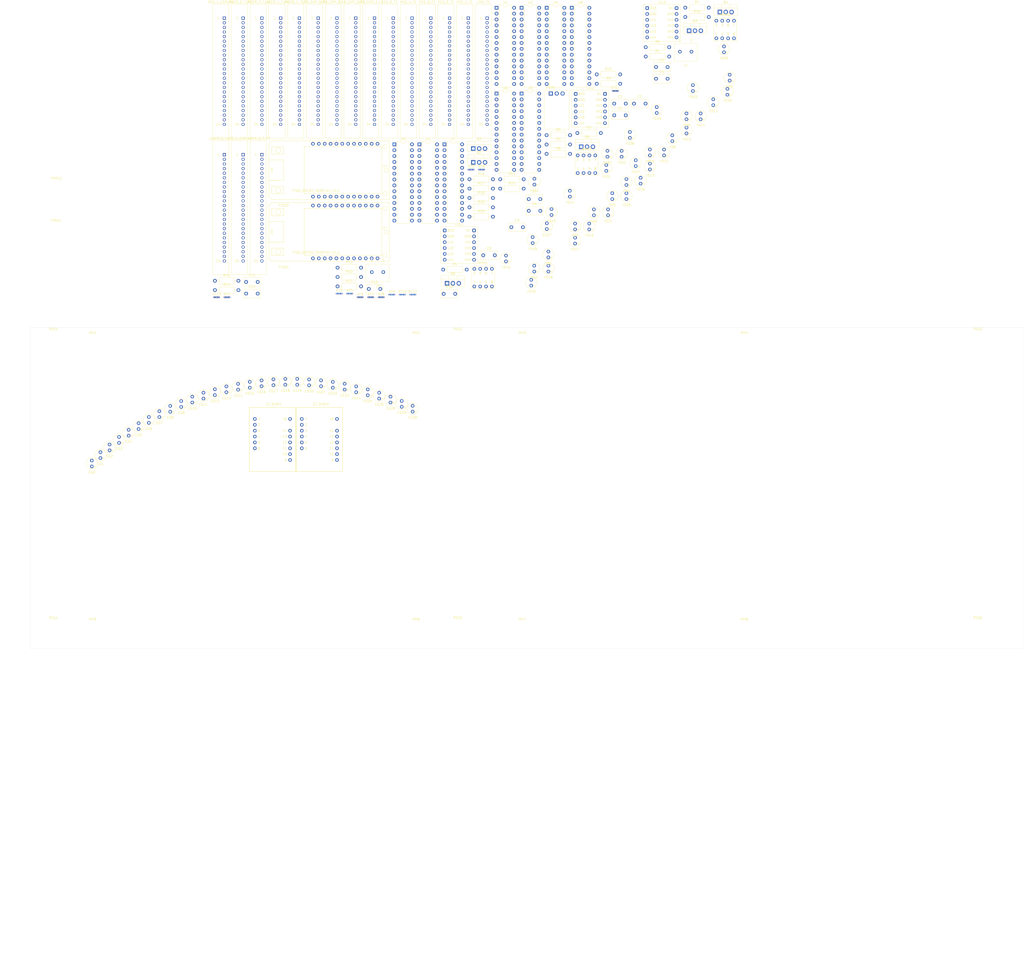
<source format=kicad_pcb>
(kicad_pcb (version 20171130) (host pcbnew "(5.1.10-1-10_14)")
  (layers (0 F.Cu signal) (31 B.Cu signal) (34 B.Paste user) (35 F.Paste user) (36 B.SilkS user) (37 F.SilkS user) (38 B.Mask user) (39 F.Mask user) (44 Edge.Cuts user))
  (net 0 "")
  (net 1 GND)
  (net 2 "Net-(C1-Pad1)")
  (net 3 "Net-(C2-Pad2)")
  (net 4 "Net-(C3-Pad1)")
  (net 5 "Net-(C4-Pad1)")
  (net 6 "Net-(C5-Pad1)")
  (net 7 "Net-(C6-Pad1)")
  (net 8 "Net-(C7-Pad1)")
  (net 9 "Net-(C8-Pad1)")
  (net 10 "Net-(C9-Pad2)")
  (net 11 "Net-(C10-Pad1)")
  (net 12 "Net-(C11-Pad1)")
  (net 13 "Net-(C12-Pad1)")
  (net 14 "Net-(C13-Pad1)")
  (net 15 /CG_D1)
  (net 16 +5V)
  (net 17 /CG_D2)
  (net 18 /CG_D3)
  (net 19 /CG_D4)
  (net 20 /CG_D5)
  (net 21 /CG_D6)
  (net 22 /CG_D7)
  (net 23 /CG_D8)
  (net 24 /CG_D9)
  (net 25 /CG_D10)
  (net 26 /CG_D11)
  (net 27 /CG_D12)
  (net 28 /CG_D13)
  (net 29 /CG_D14)
  (net 30 /CG_D15)
  (net 31 /CG_D16)
  (net 32 /CG_D17)
  (net 33 /CG_D18)
  (net 34 /CG_D19)
  (net 35 /CG_D20)
  (net 36 /CG_D21)
  (net 37 /CG_D22)
  (net 38 /CG_D23)
  (net 39 /CG_D24)
  (net 40 /CG_D25)
  (net 41 /CG_D26)
  (net 42 /CG_D27)
  (net 43 /CG_D28)
  (net 44 /CG_D29)
  (net 45 /CG_D30)
  (net 46 /CT_DISP1_B)
  (net 47 /CT_DISP1_G)
  (net 48 /CT_DISP1_C)
  (net 49 /CT_DISP1_D)
  (net 50 /CT_DISP1_RDP)
  (net 51 "Net-(CT_DISP1-Pad6)")
  (net 52 /CT_DISP1_E)
  (net 53 /CT_DISP1_F)
  (net 54 /CT_DISP1_A)
  (net 55 /CT_DISP2_A)
  (net 56 /CT_DISP2_F)
  (net 57 /CT_DISP2_E)
  (net 58 "Net-(CT_DISP2-Pad6)")
  (net 59 /CT_DISP2_RDP)
  (net 60 /CT_DISP2_D)
  (net 61 /CT_DISP2_C)
  (net 62 /CT_DISP2_G)
  (net 63 /CT_DISP2_B)
  (net 64 "Net-(J1-Pad1)")
  (net 65 /HV_RX)
  (net 66 /HV_TX)
  (net 67 "Net-(KEG_1_CAP_L1-Pad1)")
  (net 68 /KEG_CAP_L_A)
  (net 69 /KEG_CAP_L_B)
  (net 70 /KEG_CAP_L_C)
  (net 71 /KEG_CAP_L_D)
  (net 72 /KEG_CAP_L_E)
  (net 73 /KEG_CAP_L_F)
  (net 74 /KEG_CAP_L_G)
  (net 75 /KEG_CAP_L_H)
  (net 76 /KEG_CAP_L_I)
  (net 77 /KEG_CAP_L_J)
  (net 78 /KEG_CAP_L_K)
  (net 79 /KEG_CAP_L_L)
  (net 80 /KEG_CAP_R_L)
  (net 81 /KEG_CAP_R_K)
  (net 82 /KEG_CAP_R_J)
  (net 83 /KEG_CAP_R_I)
  (net 84 /KEG_CAP_R_H)
  (net 85 /KEG_CAP_R_G)
  (net 86 /KEG_CAP_R_F)
  (net 87 /KEG_CAP_R_E)
  (net 88 /KEG_CAP_R_D)
  (net 89 /KEG_CAP_R_C)
  (net 90 /KEG_CAP_R_B)
  (net 91 /KEG_CAP_R_A)
  (net 92 /KEG_T_L_A)
  (net 93 "Net-(KEG_1_T1-Pad1)")
  (net 94 /KEG_T_L_B)
  (net 95 /KEG_T_L_C)
  (net 96 /KEG_T_L_D)
  (net 97 /KEG_T_L_E)
  (net 98 /KEG_T_L_F)
  (net 99 /KEG_T_L_G)
  (net 100 /KEG_T_L_H)
  (net 101 /KEG_T_L_I)
  (net 102 /KEG_T_L_J)
  (net 103 /KEG_T_L_K)
  (net 104 /KEG_T_L_L)
  (net 105 "Net-(KEG_2_T1-Pad1)")
  (net 106 "Net-(KEG_3_T1-Pad1)")
  (net 107 /KEG_T_R_L)
  (net 108 /KEG_T_R_K)
  (net 109 /KEG_T_R_J)
  (net 110 /KEG_T_R_I)
  (net 111 /KEG_T_R_H)
  (net 112 /KEG_T_R_G)
  (net 113 /KEG_T_R_F)
  (net 114 /KEG_T_R_E)
  (net 115 /KEG_T_R_D)
  (net 116 /KEG_T_R_C)
  (net 117 /KEG_T_R_B)
  (net 118 /KEG_T_R_A)
  (net 119 "Net-(KEG_CAP_2_L1-Pad1)")
  (net 120 "Net-(KEG_CAP_3_L1-Pad1)")
  (net 121 /LAGER_L_L)
  (net 122 /LAGER_L_K)
  (net 123 /LAGER_L_J)
  (net 124 /LAGER_L_I)
  (net 125 /LAGER_L_H)
  (net 126 /LAGER_L_G)
  (net 127 /LAGER_L_F)
  (net 128 /LAGER_L_E)
  (net 129 /LAGER_L_D)
  (net 130 /LAGER_L_C)
  (net 131 /LAGER_L_B)
  (net 132 /LAGER_L_A)
  (net 133 /LAGER_R_A)
  (net 134 /LAGER_R_B)
  (net 135 /LAGER_R_C)
  (net 136 /LAGER_R_D)
  (net 137 /LAGER_R_E)
  (net 138 /LAGER_R_F)
  (net 139 /LAGER_R_G)
  (net 140 /LAGER_R_H)
  (net 141 /LAGER_R_I)
  (net 142 /LAGER_R_J)
  (net 143 /LAGER_R_K)
  (net 144 /LAGER_R_L)
  (net 145 "Net-(LAGER_3_T_L1-Pad11)")
  (net 146 "Net-(LVL1-Pad5)")
  (net 147 "Net-(LVL1-Pad6)")
  (net 148 "Net-(LVL1-Pad7)")
  (net 149 "Net-(LVL1-Pad8)")
  (net 150 /LV_RX)
  (net 151 /LV_TX)
  (net 152 "Net-(LVL1-Pad12)")
  (net 153 "Net-(LVL2-Pad10)")
  (net 154 "Net-(LVL2-Pad9)")
  (net 155 "Net-(LVL2-Pad8)")
  (net 156 "Net-(LVL2-Pad7)")
  (net 157 "Net-(LVL2-Pad6)")
  (net 158 "Net-(LVL2-Pad5)")
  (net 159 "Net-(LVL2-Pad4)")
  (net 160 "Net-(LVL2-Pad3)")
  (net 161 "Net-(LVL3-Pad3)")
  (net 162 "Net-(LVL3-Pad4)")
  (net 163 "Net-(LVL3-Pad5)")
  (net 164 "Net-(LVL3-Pad6)")
  (net 165 "Net-(LVL3-Pad7)")
  (net 166 "Net-(LVL3-Pad8)")
  (net 167 "Net-(LVL3-Pad9)")
  (net 168 "Net-(LVL3-Pad10)")
  (net 169 "Net-(LVL3-Pad12)")
  (net 170 "Net-(NT1-Pad1)")
  (net 171 "Net-(NT1-Pad2)")
  (net 172 "Net-(NT3-Pad1)")
  (net 173 "Net-(NT4-Pad1)")
  (net 174 "Net-(NT5-Pad1)")
  (net 175 "Net-(NT6-Pad1)")
  (net 176 "Net-(NT7-Pad1)")
  (net 177 "Net-(NT8-Pad1)")
  (net 178 "Net-(NT8-Pad2)")
  (net 179 "Net-(NT10-Pad1)")
  (net 180 "Net-(NT11-Pad1)")
  (net 181 "Net-(NT12-Pad1)")
  (net 182 "Net-(NT13-Pad1)")
  (net 183 "Net-(R1-Pad2)")
  (net 184 "Net-(R2-Pad2)")
  (net 185 "Net-(R3-Pad2)")
  (net 186 "Net-(R4-Pad2)")
  (net 187 "Net-(R5-Pad2)")
  (net 188 "Net-(R6-Pad2)")
  (net 189 "Net-(R7-Pad2)")
  (net 190 "Net-(R8-Pad2)")
  (net 191 "Net-(R9-Pad2)")
  (net 192 "Net-(R10-Pad2)")
  (net 193 "Net-(R11-Pad2)")
  (net 194 "Net-(R12-Pad2)")
  (net 195 /BLANK)
  (net 196 "Net-(R14-Pad1)")
  (net 197 "Net-(R15-Pad1)")
  (net 198 "Net-(R16-Pad1)")
  (net 199 "Net-(R17-Pad1)")
  (net 200 "Net-(R18-Pad1)")
  (net 201 /BLANK_2)
  (net 202 "Net-(R20-Pad1)")
  (net 203 "Net-(R21-Pad1)")
  (net 204 "Net-(R22-Pad1)")
  (net 205 "Net-(R23-Pad1)")
  (net 206 /SOUT)
  (net 207 /GSCLK)
  (net 208 "Net-(TTGO1-Pad12)")
  (net 209 "Net-(TTGO1-Pad11)")
  (net 210 /DCPRG)
  (net 211 "Net-(TTGO1-Pad8)")
  (net 212 /VPRG)
  (net 213 /SIG_1)
  (net 214 /SCLK)
  (net 215 /XLAT)
  (net 216 /XLAT_2)
  (net 217 /SCLK_2)
  (net 218 /SIG_6)
  (net 219 /VPRG_2)
  (net 220 "Net-(TTGO2-Pad8)")
  (net 221 /DCPRG_2)
  (net 222 "Net-(TTGO2-Pad11)")
  (net 223 "Net-(TTGO2-Pad12)")
  (net 224 /GSCLK_2)
  (net 225 /SOUT_2)
  (net 226 "Net-(TTGO2-Pad16)")
  (net 227 "Net-(TTGO2-Pad15)")
  (net 228 "Net-(U1-Pad16)")
  (net 229 /SIG_2)
  (net 230 "Net-(U2-Pad16)")
  (net 231 /SIG_3)
  (net 232 "Net-(U3-Pad28)")
  (net 233 /SIG_4)
  (net 234 "Net-(U3-Pad16)")
  (net 235 /KEG_T_L_YD1)
  (net 236 /KEG_T_L_YD2)
  (net 237 "Net-(U4-Pad16)")
  (net 238 /KEG_T_L_YD3)
  (net 239 /SIG_5)
  (net 240 "Net-(U4-Pad28)")
  (net 241 "Net-(U5-Pad28)")
  (net 242 /KEG_T_R_YD3)
  (net 243 "Net-(U5-Pad16)")
  (net 244 /KEG_T_R_YD2)
  (net 245 /KEG_T_R_YD1)
  (net 246 /LAGER_L_YD1)
  (net 247 /LAGER_L_YD2)
  (net 248 "Net-(U6-Pad16)")
  (net 249 /LAGER_L_YD3)
  (net 250 /SIG_7)
  (net 251 "Net-(U6-Pad28)")
  (net 252 "Net-(U7-Pad28)")
  (net 253 /SIG_8)
  (net 254 "Net-(U7-Pad3)")
  (net 255 "Net-(U7-Pad16)")
  (net 256 "Net-(U7-Pad2)")
  (net 257 "Net-(U7-Pad1)")
  (net 258 /KEG_CAP_L_YD1)
  (net 259 /KEG_CAP_L_YD2)
  (net 260 "Net-(U8-Pad16)")
  (net 261 /KEG_CAP_L_YD3)
  (net 262 /SIG_9)
  (net 263 "Net-(U8-Pad28)")
  (net 264 "Net-(U9-Pad28)")
  (net 265 "Net-(U9-Pad3)")
  (net 266 "Net-(U9-Pad16)")
  (net 267 "Net-(U9-Pad2)")
  (net 268 "Net-(U9-Pad1)")
  (net 269 /CG_D0)
  (module KITT-Footpads:Flangeless_LED (layer F.Cu) (at 61.64 122.6)
    (fp_text reference CG0 (at 0 5.08) (layer F.SilkS))
    (fp_text value LED)
    (fp_text user + (at 1.27 2.5) (layer F.SilkS))
    (pad 2 thru_hole circle (at 0 2.54) (size 1.524 1.524) (drill 0.762) (layers *.Cu *.Mask) (net 16 +5V))
    (pad 1 thru_hole circle (at 0 0) (size 1.524 1.524) (drill 0.762) (layers *.Cu *.Mask) (net 269 /CG_D0))
  )
  (module MountingHole:MountingHole_5.3mm_M5 (layer F.Cu) (at 445 197)
    (fp_text reference PEG6 (at 0 -6.3) (layer F.SilkS))
    (fp_text value MountingHole)
    (pad 1 np_thru_hole circle (at 0 0) (size 5.3 5.3) (drill 5.3) (layers *.Cu *.Mask))
  )
  (module MountingHole:MountingHole_5.3mm_M5 (layer F.Cu) (at 220 197)
    (fp_text reference PEG5 (at 0 -6.3) (layer F.SilkS))
    (fp_text value MountingHole)
    (pad 1 np_thru_hole circle (at 0 0) (size 5.3 5.3) (drill 5.3) (layers *.Cu *.Mask))
  )
  (module Capacitor_THT:C_Rect_L7.0mm_W3.5mm_P5.00mm (layer F.Cu) (at 287.695001 -26.854999)
    (fp_text reference C1 (at 2.5 -3) (layer F.SilkS))
    (fp_text value 100nF)
    (pad 2 thru_hole circle (at 5 0) (size 1.6 1.6) (drill 0.8) (layers *.Cu *.Mask) (net 1 GND))
    (pad 1 thru_hole circle (at 0 0) (size 1.6 1.6) (drill 0.8) (layers *.Cu *.Mask) (net 2 "Net-(C1-Pad1)"))
  )
  (module Capacitor_THT:C_Rect_L7.0mm_W3.5mm_P5.00mm (layer F.Cu) (at 296.245001 -31.904999)
    (fp_text reference C2 (at 2.5 -3) (layer F.SilkS))
    (fp_text value 1uF)
    (pad 1 thru_hole circle (at 0 0) (size 1.6 1.6) (drill 0.8) (layers *.Cu *.Mask) (net 1 GND))
    (pad 2 thru_hole circle (at 5 0) (size 1.6 1.6) (drill 0.8) (layers *.Cu *.Mask) (net 3 "Net-(C2-Pad2)"))
  )
  (module Capacitor_THT:C_Rect_L7.0mm_W3.5mm_P5.00mm (layer F.Cu) (at 287.695001 -31.904999)
    (fp_text reference C3 (at 2.5 -3) (layer F.SilkS))
    (fp_text value 100nF)
    (pad 1 thru_hole circle (at 0 0) (size 1.6 1.6) (drill 0.8) (layers *.Cu *.Mask) (net 4 "Net-(C3-Pad1)"))
    (pad 2 thru_hole circle (at 5 0) (size 1.6 1.6) (drill 0.8) (layers *.Cu *.Mask) (net 1 GND))
  )
  (module Capacitor_THT:C_Rect_L7.0mm_W3.5mm_P5.00mm (layer F.Cu) (at 305.785001 -42.684999)
    (fp_text reference C4 (at 2.5 -3) (layer F.SilkS))
    (fp_text value 100nF)
    (pad 1 thru_hole circle (at 0 0) (size 1.6 1.6) (drill 0.8) (layers *.Cu *.Mask) (net 5 "Net-(C4-Pad1)"))
    (pad 2 thru_hole circle (at 5 0) (size 1.6 1.6) (drill 0.8) (layers *.Cu *.Mask) (net 1 GND))
  )
  (module Capacitor_THT:C_Rect_L7.0mm_W3.5mm_P5.00mm (layer F.Cu) (at 305.785001 -47.734999)
    (fp_text reference C5 (at 2.5 -3) (layer F.SilkS))
    (fp_text value 100nF)
    (pad 2 thru_hole circle (at 5 0) (size 1.6 1.6) (drill 0.8) (layers *.Cu *.Mask) (net 1 GND))
    (pad 1 thru_hole circle (at 0 0) (size 1.6 1.6) (drill 0.8) (layers *.Cu *.Mask) (net 6 "Net-(C5-Pad1)"))
  )
  (module Capacitor_THT:C_Rect_L7.0mm_W3.5mm_P5.00mm (layer F.Cu) (at 250.715001 14.495001)
    (fp_text reference C6 (at 2.5 -3) (layer F.SilkS))
    (fp_text value 100nF)
    (pad 1 thru_hole circle (at 0 0) (size 1.6 1.6) (drill 0.8) (layers *.Cu *.Mask) (net 7 "Net-(C6-Pad1)"))
    (pad 2 thru_hole circle (at 5 0) (size 1.6 1.6) (drill 0.8) (layers *.Cu *.Mask) (net 1 GND))
  )
  (module Capacitor_THT:C_Rect_L7.0mm_W3.5mm_P5.00mm (layer F.Cu) (at 250.715001 9.445001)
    (fp_text reference C7 (at 2.5 -3) (layer F.SilkS))
    (fp_text value 100nF)
    (pad 2 thru_hole circle (at 5 0) (size 1.6 1.6) (drill 0.8) (layers *.Cu *.Mask) (net 1 GND))
    (pad 1 thru_hole circle (at 0 0) (size 1.6 1.6) (drill 0.8) (layers *.Cu *.Mask) (net 8 "Net-(C7-Pad1)"))
  )
  (module Capacitor_THT:C_Rect_L7.0mm_W3.5mm_P5.00mm (layer F.Cu) (at 231.025001 33.745001)
    (fp_text reference C8 (at 2.5 -3) (layer F.SilkS))
    (fp_text value 100nF)
    (pad 1 thru_hole circle (at 0 0) (size 1.6 1.6) (drill 0.8) (layers *.Cu *.Mask) (net 9 "Net-(C8-Pad1)"))
    (pad 2 thru_hole circle (at 5 0) (size 1.6 1.6) (drill 0.8) (layers *.Cu *.Mask) (net 1 GND))
  )
  (module Capacitor_THT:C_Rect_L7.0mm_W3.5mm_P5.00mm (layer F.Cu) (at 243.175001 21.595001)
    (fp_text reference C9 (at 2.5 -3) (layer F.SilkS))
    (fp_text value 1uF)
    (pad 2 thru_hole circle (at 5 0) (size 1.6 1.6) (drill 0.8) (layers *.Cu *.Mask) (net 10 "Net-(C9-Pad2)"))
    (pad 1 thru_hole circle (at 0 0) (size 1.6 1.6) (drill 0.8) (layers *.Cu *.Mask) (net 1 GND))
  )
  (module Capacitor_THT:C_Rect_L7.0mm_W3.5mm_P5.00mm (layer F.Cu) (at 213.905001 50.445001)
    (fp_text reference C10 (at 2.5 -3) (layer F.SilkS))
    (fp_text value 100nF)
    (pad 1 thru_hole circle (at 0 0) (size 1.6 1.6) (drill 0.8) (layers *.Cu *.Mask) (net 11 "Net-(C10-Pad1)"))
    (pad 2 thru_hole circle (at 5 0) (size 1.6 1.6) (drill 0.8) (layers *.Cu *.Mask) (net 1 GND))
  )
  (module Capacitor_THT:C_Rect_L7.0mm_W3.5mm_P5.00mm (layer F.Cu) (at 128.435001 45.285001)
    (fp_text reference C11 (at 2.5 -3) (layer F.SilkS))
    (fp_text value 100nF)
    (pad 2 thru_hole circle (at 5 0) (size 1.6 1.6) (drill 0.8) (layers *.Cu *.Mask) (net 1 GND))
    (pad 1 thru_hole circle (at 0 0) (size 1.6 1.6) (drill 0.8) (layers *.Cu *.Mask) (net 12 "Net-(C11-Pad1)"))
  )
  (module Capacitor_THT:C_Rect_L7.0mm_W3.5mm_P5.00mm (layer F.Cu) (at 181.495001 48.325001)
    (fp_text reference C12 (at 2.5 -3) (layer F.SilkS))
    (fp_text value 100nF)
    (pad 1 thru_hole circle (at 0 0) (size 1.6 1.6) (drill 0.8) (layers *.Cu *.Mask) (net 13 "Net-(C12-Pad1)"))
    (pad 2 thru_hole circle (at 5 0) (size 1.6 1.6) (drill 0.8) (layers *.Cu *.Mask) (net 1 GND))
  )
  (module Capacitor_THT:C_Rect_L7.0mm_W3.5mm_P5.00mm (layer F.Cu) (at 128.435001 50.335001)
    (fp_text reference C13 (at 2.5 -3) (layer F.SilkS))
    (fp_text value 100nF)
    (pad 2 thru_hole circle (at 5 0) (size 1.6 1.6) (drill 0.8) (layers *.Cu *.Mask) (net 1 GND))
    (pad 1 thru_hole circle (at 0 0) (size 1.6 1.6) (drill 0.8) (layers *.Cu *.Mask) (net 14 "Net-(C13-Pad1)"))
  )
  (module KITT-Footpads:Flangeless_LED (layer F.Cu) (at 65.39 119)
    (fp_text reference CG1 (at 0 5.08) (layer F.SilkS))
    (fp_text value LED)
    (fp_text user + (at 1.27 2.5) (layer F.SilkS))
    (pad 1 thru_hole circle (at 0 0) (size 1.524 1.524) (drill 0.762) (layers *.Cu *.Mask) (net 15 /CG_D1))
    (pad 2 thru_hole circle (at 0 2.54) (size 1.524 1.524) (drill 0.762) (layers *.Cu *.Mask) (net 16 +5V))
  )
  (module KITT-Footpads:Flangeless_LED (layer F.Cu) (at 69.34 115.65)
    (fp_text reference CG2 (at 0 5.08) (layer F.SilkS))
    (fp_text value LED)
    (fp_text user + (at 1.27 2.5) (layer F.SilkS))
    (pad 2 thru_hole circle (at 0 2.54) (size 1.524 1.524) (drill 0.762) (layers *.Cu *.Mask) (net 16 +5V))
    (pad 1 thru_hole circle (at 0 0) (size 1.524 1.524) (drill 0.762) (layers *.Cu *.Mask) (net 17 /CG_D2))
  )
  (module KITT-Footpads:Flangeless_LED (layer F.Cu) (at 73.44 112.4)
    (fp_text reference CG3 (at 0 5.08) (layer F.SilkS))
    (fp_text value LED)
    (fp_text user + (at 1.27 2.5) (layer F.SilkS))
    (pad 1 thru_hole circle (at 0 0) (size 1.524 1.524) (drill 0.762) (layers *.Cu *.Mask) (net 18 /CG_D3))
    (pad 2 thru_hole circle (at 0 2.54) (size 1.524 1.524) (drill 0.762) (layers *.Cu *.Mask) (net 16 +5V))
  )
  (module KITT-Footpads:Flangeless_LED (layer F.Cu) (at 77.59 109.3)
    (fp_text reference CG4 (at 0 5.08) (layer F.SilkS))
    (fp_text value LED)
    (fp_text user + (at 1.27 2.5) (layer F.SilkS))
    (pad 2 thru_hole circle (at 0 2.54) (size 1.524 1.524) (drill 0.762) (layers *.Cu *.Mask) (net 16 +5V))
    (pad 1 thru_hole circle (at 0 0) (size 1.524 1.524) (drill 0.762) (layers *.Cu *.Mask) (net 19 /CG_D4))
  )
  (module KITT-Footpads:Flangeless_LED (layer F.Cu) (at 81.89 106.45)
    (fp_text reference CG5 (at 0 5.08) (layer F.SilkS))
    (fp_text value LED)
    (fp_text user + (at 1.27 2.5) (layer F.SilkS))
    (pad 1 thru_hole circle (at 0 0) (size 1.524 1.524) (drill 0.762) (layers *.Cu *.Mask) (net 20 /CG_D5))
    (pad 2 thru_hole circle (at 0 2.54) (size 1.524 1.524) (drill 0.762) (layers *.Cu *.Mask) (net 16 +5V))
  )
  (module KITT-Footpads:Flangeless_LED (layer F.Cu) (at 86.34 103.75)
    (fp_text reference CG6 (at 0 5.08) (layer F.SilkS))
    (fp_text value LED)
    (fp_text user + (at 1.27 2.5) (layer F.SilkS))
    (pad 1 thru_hole circle (at 0 0) (size 1.524 1.524) (drill 0.762) (layers *.Cu *.Mask) (net 21 /CG_D6))
    (pad 2 thru_hole circle (at 0 2.54) (size 1.524 1.524) (drill 0.762) (layers *.Cu *.Mask) (net 16 +5V))
  )
  (module KITT-Footpads:Flangeless_LED (layer F.Cu) (at 90.89 101.25)
    (fp_text reference CG7 (at 0 5.08) (layer F.SilkS))
    (fp_text value LED)
    (fp_text user + (at 1.27 2.5) (layer F.SilkS))
    (pad 1 thru_hole circle (at 0 0) (size 1.524 1.524) (drill 0.762) (layers *.Cu *.Mask) (net 22 /CG_D7))
    (pad 2 thru_hole circle (at 0 2.54) (size 1.524 1.524) (drill 0.762) (layers *.Cu *.Mask) (net 16 +5V))
  )
  (module KITT-Footpads:Flangeless_LED (layer F.Cu) (at 95.59 98.95)
    (fp_text reference CG8 (at 0 5.08) (layer F.SilkS))
    (fp_text value LED)
    (fp_text user + (at 1.27 2.5) (layer F.SilkS))
    (pad 2 thru_hole circle (at 0 2.54) (size 1.524 1.524) (drill 0.762) (layers *.Cu *.Mask) (net 16 +5V))
    (pad 1 thru_hole circle (at 0 0) (size 1.524 1.524) (drill 0.762) (layers *.Cu *.Mask) (net 23 /CG_D8))
  )
  (module KITT-Footpads:Flangeless_LED (layer F.Cu) (at 100.34 96.85)
    (fp_text reference CG9 (at 0 5.08) (layer F.SilkS))
    (fp_text value LED)
    (fp_text user + (at 1.27 2.5) (layer F.SilkS))
    (pad 1 thru_hole circle (at 0 0) (size 1.524 1.524) (drill 0.762) (layers *.Cu *.Mask) (net 24 /CG_D9))
    (pad 2 thru_hole circle (at 0 2.54) (size 1.524 1.524) (drill 0.762) (layers *.Cu *.Mask) (net 16 +5V))
  )
  (module KITT-Footpads:Flangeless_LED (layer F.Cu) (at 105.14 94.95)
    (fp_text reference CG10 (at 0 5.08) (layer F.SilkS))
    (fp_text value LED)
    (fp_text user + (at 1.27 2.5) (layer F.SilkS))
    (pad 2 thru_hole circle (at 0 2.54) (size 1.524 1.524) (drill 0.762) (layers *.Cu *.Mask) (net 16 +5V))
    (pad 1 thru_hole circle (at 0 0) (size 1.524 1.524) (drill 0.762) (layers *.Cu *.Mask) (net 25 /CG_D10))
  )
  (module KITT-Footpads:Flangeless_LED (layer F.Cu) (at 109.965 93.25)
    (fp_text reference CG11 (at 0 5.08) (layer F.SilkS))
    (fp_text value LED)
    (fp_text user + (at 1.27 2.5) (layer F.SilkS))
    (pad 1 thru_hole circle (at 0 0) (size 1.524 1.524) (drill 0.762) (layers *.Cu *.Mask) (net 26 /CG_D11))
    (pad 2 thru_hole circle (at 0 2.54) (size 1.524 1.524) (drill 0.762) (layers *.Cu *.Mask) (net 16 +5V))
  )
  (module KITT-Footpads:Flangeless_LED (layer F.Cu) (at 114.89 91.75)
    (fp_text reference CG12 (at 0 5.08) (layer F.SilkS))
    (fp_text value LED)
    (fp_text user + (at 1.27 2.5) (layer F.SilkS))
    (pad 2 thru_hole circle (at 0 2.54) (size 1.524 1.524) (drill 0.762) (layers *.Cu *.Mask) (net 16 +5V))
    (pad 1 thru_hole circle (at 0 0) (size 1.524 1.524) (drill 0.762) (layers *.Cu *.Mask) (net 27 /CG_D12))
  )
  (module KITT-Footpads:Flangeless_LED (layer F.Cu) (at 119.89 90.5)
    (fp_text reference CG13 (at 0 5.08) (layer F.SilkS))
    (fp_text value LED)
    (fp_text user + (at 1.27 2.5) (layer F.SilkS))
    (pad 1 thru_hole circle (at 0 0) (size 1.524 1.524) (drill 0.762) (layers *.Cu *.Mask) (net 28 /CG_D13))
    (pad 2 thru_hole circle (at 0 2.54) (size 1.524 1.524) (drill 0.762) (layers *.Cu *.Mask) (net 16 +5V))
  )
  (module KITT-Footpads:Flangeless_LED (layer F.Cu) (at 124.94 89.4)
    (fp_text reference CG14 (at 0 5.08) (layer F.SilkS))
    (fp_text value LED)
    (fp_text user + (at 1.27 2.5) (layer F.SilkS))
    (pad 2 thru_hole circle (at 0 2.54) (size 1.524 1.524) (drill 0.762) (layers *.Cu *.Mask) (net 16 +5V))
    (pad 1 thru_hole circle (at 0 0) (size 1.524 1.524) (drill 0.762) (layers *.Cu *.Mask) (net 29 /CG_D14))
  )
  (module KITT-Footpads:Flangeless_LED (layer F.Cu) (at 129.99 88.525)
    (fp_text reference CG15 (at 0 5.08) (layer F.SilkS))
    (fp_text value LED)
    (fp_text user + (at 1.27 2.5) (layer F.SilkS))
    (pad 1 thru_hole circle (at 0 0) (size 1.524 1.524) (drill 0.762) (layers *.Cu *.Mask) (net 30 /CG_D15))
    (pad 2 thru_hole circle (at 0 2.54) (size 1.524 1.524) (drill 0.762) (layers *.Cu *.Mask) (net 16 +5V))
  )
  (module KITT-Footpads:Flangeless_LED (layer F.Cu) (at 135.09 87.9)
    (fp_text reference CG16 (at 0 5.08) (layer F.SilkS))
    (fp_text value LED)
    (fp_text user + (at 1.27 2.5) (layer F.SilkS))
    (pad 1 thru_hole circle (at 0 0) (size 1.524 1.524) (drill 0.762) (layers *.Cu *.Mask) (net 31 /CG_D16))
    (pad 2 thru_hole circle (at 0 2.54) (size 1.524 1.524) (drill 0.762) (layers *.Cu *.Mask) (net 16 +5V))
  )
  (module KITT-Footpads:Flangeless_LED (layer F.Cu) (at 140.24 87.45)
    (fp_text reference CG17 (at 0 5.08) (layer F.SilkS))
    (fp_text value LED)
    (fp_text user + (at 1.27 2.5) (layer F.SilkS))
    (pad 1 thru_hole circle (at 0 0) (size 1.524 1.524) (drill 0.762) (layers *.Cu *.Mask) (net 32 /CG_D17))
    (pad 2 thru_hole circle (at 0 2.54) (size 1.524 1.524) (drill 0.762) (layers *.Cu *.Mask) (net 16 +5V))
  )
  (module KITT-Footpads:Flangeless_LED (layer F.Cu) (at 145.39 87.25)
    (fp_text reference CG18 (at 0 5.08) (layer F.SilkS))
    (fp_text value LED)
    (fp_text user + (at 1.27 2.5) (layer F.SilkS))
    (pad 2 thru_hole circle (at 0 2.54) (size 1.524 1.524) (drill 0.762) (layers *.Cu *.Mask) (net 16 +5V))
    (pad 1 thru_hole circle (at 0 0) (size 1.524 1.524) (drill 0.762) (layers *.Cu *.Mask) (net 33 /CG_D18))
  )
  (module KITT-Footpads:Flangeless_LED (layer F.Cu) (at 150.54 87.25)
    (fp_text reference CG19 (at 0 5.08) (layer F.SilkS))
    (fp_text value LED)
    (fp_text user + (at 1.27 2.5) (layer F.SilkS))
    (pad 2 thru_hole circle (at 0 2.54) (size 1.524 1.524) (drill 0.762) (layers *.Cu *.Mask) (net 16 +5V))
    (pad 1 thru_hole circle (at 0 0) (size 1.524 1.524) (drill 0.762) (layers *.Cu *.Mask) (net 34 /CG_D19))
  )
  (module KITT-Footpads:Flangeless_LED (layer F.Cu) (at 155.69 87.5)
    (fp_text reference CG20 (at 0 5.08) (layer F.SilkS))
    (fp_text value LED)
    (fp_text user + (at 1.27 2.5) (layer F.SilkS))
    (pad 1 thru_hole circle (at 0 0) (size 1.524 1.524) (drill 0.762) (layers *.Cu *.Mask) (net 35 /CG_D20))
    (pad 2 thru_hole circle (at 0 2.54) (size 1.524 1.524) (drill 0.762) (layers *.Cu *.Mask) (net 16 +5V))
  )
  (module KITT-Footpads:Flangeless_LED (layer F.Cu) (at 160.84 87.9)
    (fp_text reference CG21 (at 0 5.08) (layer F.SilkS))
    (fp_text value LED)
    (fp_text user + (at 1.27 2.5) (layer F.SilkS))
    (pad 1 thru_hole circle (at 0 0) (size 1.524 1.524) (drill 0.762) (layers *.Cu *.Mask) (net 36 /CG_D21))
    (pad 2 thru_hole circle (at 0 2.54) (size 1.524 1.524) (drill 0.762) (layers *.Cu *.Mask) (net 16 +5V))
  )
  (module KITT-Footpads:Flangeless_LED (layer F.Cu) (at 165.94 88.55)
    (fp_text reference CG22 (at 0 5.08) (layer F.SilkS))
    (fp_text value LED)
    (fp_text user + (at 1.27 2.5) (layer F.SilkS))
    (pad 2 thru_hole circle (at 0 2.54) (size 1.524 1.524) (drill 0.762) (layers *.Cu *.Mask) (net 16 +5V))
    (pad 1 thru_hole circle (at 0 0) (size 1.524 1.524) (drill 0.762) (layers *.Cu *.Mask) (net 37 /CG_D22))
  )
  (module KITT-Footpads:Flangeless_LED (layer F.Cu) (at 171.04 89.35)
    (fp_text reference CG23 (at 0 5.08) (layer F.SilkS))
    (fp_text value LED)
    (fp_text user + (at 1.27 2.5) (layer F.SilkS))
    (pad 1 thru_hole circle (at 0 0) (size 1.524 1.524) (drill 0.762) (layers *.Cu *.Mask) (net 38 /CG_D23))
    (pad 2 thru_hole circle (at 0 2.54) (size 1.524 1.524) (drill 0.762) (layers *.Cu *.Mask) (net 16 +5V))
  )
  (module KITT-Footpads:Flangeless_LED (layer F.Cu) (at 176.04 90.5)
    (fp_text reference CG24 (at 0 5.08) (layer F.SilkS))
    (fp_text value LED)
    (fp_text user + (at 1.27 2.5) (layer F.SilkS))
    (pad 2 thru_hole circle (at 0 2.54) (size 1.524 1.524) (drill 0.762) (layers *.Cu *.Mask) (net 16 +5V))
    (pad 1 thru_hole circle (at 0 0) (size 1.524 1.524) (drill 0.762) (layers *.Cu *.Mask) (net 39 /CG_D24))
  )
  (module KITT-Footpads:Flangeless_LED (layer F.Cu) (at 181.04 91.8)
    (fp_text reference CG25 (at 0 5.08) (layer F.SilkS))
    (fp_text value LED)
    (fp_text user + (at 1.27 2.5) (layer F.SilkS))
    (pad 1 thru_hole circle (at 0 0) (size 1.524 1.524) (drill 0.762) (layers *.Cu *.Mask) (net 40 /CG_D25))
    (pad 2 thru_hole circle (at 0 2.54) (size 1.524 1.524) (drill 0.762) (layers *.Cu *.Mask) (net 16 +5V))
  )
  (module KITT-Footpads:Flangeless_LED (layer F.Cu) (at 185.99 93.25)
    (fp_text reference CG26 (at 0 5.08) (layer F.SilkS))
    (fp_text value LED)
    (fp_text user + (at 1.27 2.5) (layer F.SilkS))
    (pad 2 thru_hole circle (at 0 2.54) (size 1.524 1.524) (drill 0.762) (layers *.Cu *.Mask) (net 16 +5V))
    (pad 1 thru_hole circle (at 0 0) (size 1.524 1.524) (drill 0.762) (layers *.Cu *.Mask) (net 41 /CG_D26))
  )
  (module KITT-Footpads:Flangeless_LED (layer F.Cu) (at 258.530001 19.880001)
    (fp_text reference CG27 (at 0 5.08) (layer F.SilkS))
    (fp_text value LED)
    (fp_text user + (at 1.27 2.5) (layer F.SilkS))
    (pad 1 thru_hole circle (at 0 0) (size 1.524 1.524) (drill 0.762) (layers *.Cu *.Mask) (net 42 /CG_D27))
    (pad 2 thru_hole circle (at 0 2.54) (size 1.524 1.524) (drill 0.762) (layers *.Cu *.Mask) (net 16 +5V))
  )
  (module KITT-Footpads:Flangeless_LED (layer F.Cu) (at 190.89 94.95)
    (fp_text reference CG28 (at 0 5.08) (layer F.SilkS))
    (fp_text value LED)
    (fp_text user + (at 1.27 2.5) (layer F.SilkS))
    (pad 2 thru_hole circle (at 0 2.54) (size 1.524 1.524) (drill 0.762) (layers *.Cu *.Mask) (net 16 +5V))
    (pad 1 thru_hole circle (at 0 0) (size 1.524 1.524) (drill 0.762) (layers *.Cu *.Mask) (net 43 /CG_D28))
  )
  (module KITT-Footpads:Flangeless_LED (layer F.Cu) (at 195.74 96.8)
    (fp_text reference CG29 (at 0 5.08) (layer F.SilkS))
    (fp_text value LED)
    (fp_text user + (at 1.27 2.5) (layer F.SilkS))
    (pad 1 thru_hole circle (at 0 0) (size 1.524 1.524) (drill 0.762) (layers *.Cu *.Mask) (net 44 /CG_D29))
    (pad 2 thru_hole circle (at 0 2.54) (size 1.524 1.524) (drill 0.762) (layers *.Cu *.Mask) (net 16 +5V))
  )
  (module KITT-Footpads:Flangeless_LED (layer F.Cu) (at 200.465 98.9)
    (fp_text reference CG30 (at 0 5.08) (layer F.SilkS))
    (fp_text value LED)
    (fp_text user + (at 1.27 2.5) (layer F.SilkS))
    (pad 2 thru_hole circle (at 0 2.54) (size 1.524 1.524) (drill 0.762) (layers *.Cu *.Mask) (net 16 +5V))
    (pad 1 thru_hole circle (at 0 0) (size 1.524 1.524) (drill 0.762) (layers *.Cu *.Mask) (net 45 /CG_D30))
  )
  (module KITT-Footpads:LDS-A816RI (layer F.Cu) (at 132.19 104.6)
    (fp_text reference CT_DISP1 (at 8.255 -6.35) (layer F.SilkS))
    (fp_text value LDS-A816RI)
    (fp_text user 16 (at 13.97 0) (layer F.SilkS) (effects (justify right)))
    (fp_text user 14 (at 13.97 5.08) (layer F.SilkS) (effects (justify right)))
    (fp_text user 13 (at 13.97 7.62) (layer F.SilkS) (effects (justify right)))
    (fp_text user 12 (at 13.97 10.16) (layer F.SilkS) (effects (justify right)))
    (fp_text user 11 (at 13.97 12.7) (layer F.SilkS) (effects (justify right)))
    (fp_text user 10 (at 13.97 15.24) (layer F.SilkS) (effects (justify right)))
    (fp_text user 9 (at 13.335 17.78) (layer F.SilkS))
    (fp_text user 6 (at 1.905 12.7) (layer F.SilkS))
    (fp_text user 5 (at 1.905 10.16) (layer F.SilkS))
    (fp_text user 4 (at 1.905 7.62) (layer F.SilkS))
    (fp_text user 3 (at 1.905 5.08) (layer F.SilkS))
    (fp_text user 2 (at 1.905 2.54) (layer F.SilkS))
    (fp_text user 1 (at 1.905 0) (layer F.SilkS))
    (pad 16 thru_hole circle (at 15.24 0) (size 1.524 1.524) (drill 0.762) (layers *.Cu *.Mask) (net 16 +5V))
    (pad 14 thru_hole circle (at 15.24 5.08) (size 1.524 1.524) (drill 0.762) (layers *.Cu *.Mask) (net 46 /CT_DISP1_B))
    (pad 13 thru_hole circle (at 15.24 7.62) (size 1.524 1.524) (drill 0.762) (layers *.Cu *.Mask) (net 47 /CT_DISP1_G))
    (pad 12 thru_hole circle (at 15.24 10.16) (size 1.524 1.524) (drill 0.762) (layers *.Cu *.Mask) (net 48 /CT_DISP1_C))
    (pad 11 thru_hole circle (at 15.24 12.7) (size 1.524 1.524) (drill 0.762) (layers *.Cu *.Mask) (net 16 +5V))
    (pad 10 thru_hole circle (at 15.24 15.24) (size 1.524 1.524) (drill 0.762) (layers *.Cu *.Mask) (net 49 /CT_DISP1_D))
    (pad 9 thru_hole circle (at 15.24 17.78) (size 1.524 1.524) (drill 0.762) (layers *.Cu *.Mask) (net 50 /CT_DISP1_RDP))
    (pad 6 thru_hole circle (at 0 12.7) (size 1.524 1.524) (drill 0.762) (layers *.Cu *.Mask) (net 51 "Net-(CT_DISP1-Pad6)"))
    (pad 5 thru_hole circle (at 0 10.16) (size 1.524 1.524) (drill 0.762) (layers *.Cu *.Mask) (net 16 +5V))
    (pad 4 thru_hole circle (at 0 7.62) (size 1.524 1.524) (drill 0.762) (layers *.Cu *.Mask) (net 52 /CT_DISP1_E))
    (pad 3 thru_hole circle (at 0 5.08) (size 1.524 1.524) (drill 0.762) (layers *.Cu *.Mask) (net 16 +5V))
    (pad 2 thru_hole circle (at 0 2.54) (size 1.524 1.524) (drill 0.762) (layers *.Cu *.Mask) (net 53 /CT_DISP1_F))
    (pad 1 thru_hole circle (at 0 0) (size 1.524 1.524) (drill 0.762) (layers *.Cu *.Mask) (net 54 /CT_DISP1_A))
  )
  (module KITT-Footpads:LDS-A816RI (layer F.Cu) (at 152.51 104.6)
    (fp_text reference CT_DISP2 (at 8.255 -6.35) (layer F.SilkS))
    (fp_text value LDS-A816RI)
    (fp_text user 1 (at 1.905 0) (layer F.SilkS))
    (fp_text user 2 (at 1.905 2.54) (layer F.SilkS))
    (fp_text user 3 (at 1.905 5.08) (layer F.SilkS))
    (fp_text user 4 (at 1.905 7.62) (layer F.SilkS))
    (fp_text user 5 (at 1.905 10.16) (layer F.SilkS))
    (fp_text user 6 (at 1.905 12.7) (layer F.SilkS))
    (fp_text user 9 (at 13.335 17.78) (layer F.SilkS))
    (fp_text user 10 (at 13.97 15.24) (layer F.SilkS) (effects (justify right)))
    (fp_text user 11 (at 13.97 12.7) (layer F.SilkS) (effects (justify right)))
    (fp_text user 12 (at 13.97 10.16) (layer F.SilkS) (effects (justify right)))
    (fp_text user 13 (at 13.97 7.62) (layer F.SilkS) (effects (justify right)))
    (fp_text user 14 (at 13.97 5.08) (layer F.SilkS) (effects (justify right)))
    (fp_text user 16 (at 13.97 0) (layer F.SilkS) (effects (justify right)))
    (pad 1 thru_hole circle (at 0 0) (size 1.524 1.524) (drill 0.762) (layers *.Cu *.Mask) (net 55 /CT_DISP2_A))
    (pad 2 thru_hole circle (at 0 2.54) (size 1.524 1.524) (drill 0.762) (layers *.Cu *.Mask) (net 56 /CT_DISP2_F))
    (pad 3 thru_hole circle (at 0 5.08) (size 1.524 1.524) (drill 0.762) (layers *.Cu *.Mask) (net 16 +5V))
    (pad 4 thru_hole circle (at 0 7.62) (size 1.524 1.524) (drill 0.762) (layers *.Cu *.Mask) (net 57 /CT_DISP2_E))
    (pad 5 thru_hole circle (at 0 10.16) (size 1.524 1.524) (drill 0.762) (layers *.Cu *.Mask) (net 16 +5V))
    (pad 6 thru_hole circle (at 0 12.7) (size 1.524 1.524) (drill 0.762) (layers *.Cu *.Mask) (net 58 "Net-(CT_DISP2-Pad6)"))
    (pad 9 thru_hole circle (at 15.24 17.78) (size 1.524 1.524) (drill 0.762) (layers *.Cu *.Mask) (net 59 /CT_DISP2_RDP))
    (pad 10 thru_hole circle (at 15.24 15.24) (size 1.524 1.524) (drill 0.762) (layers *.Cu *.Mask) (net 60 /CT_DISP2_D))
    (pad 11 thru_hole circle (at 15.24 12.7) (size 1.524 1.524) (drill 0.762) (layers *.Cu *.Mask) (net 16 +5V))
    (pad 12 thru_hole circle (at 15.24 10.16) (size 1.524 1.524) (drill 0.762) (layers *.Cu *.Mask) (net 61 /CT_DISP2_C))
    (pad 13 thru_hole circle (at 15.24 7.62) (size 1.524 1.524) (drill 0.762) (layers *.Cu *.Mask) (net 62 /CT_DISP2_G))
    (pad 14 thru_hole circle (at 15.24 5.08) (size 1.524 1.524) (drill 0.762) (layers *.Cu *.Mask) (net 63 /CT_DISP2_B))
    (pad 16 thru_hole circle (at 15.24 0) (size 1.524 1.524) (drill 0.762) (layers *.Cu *.Mask) (net 16 +5V))
  )
  (module KITT-Footpads:5mm_Screw_Terminal_01x02 (layer F.Cu) (at 316.080001 -54.399999)
    (fp_text reference J1 (at 2.54 6) (layer F.SilkS))
    (fp_text value Screw_Terminal_01x02)
    (fp_text user 1 (at 0.04 -5) (layer F.SilkS))
    (fp_text user 2 (at 5.04 -5) (layer F.SilkS))
    (pad 1 thru_hole circle (at 0.04 0) (size 1.524 1.524) (drill 0.762) (layers *.Cu *.Mask) (net 64 "Net-(J1-Pad1)"))
    (pad 2 thru_hole circle (at 5.04 0) (size 1.524 1.524) (drill 0.762) (layers *.Cu *.Mask) (net 1 GND))
  )
  (module KITT-Footpads:5mm_Screw_Terminal_01x02 (layer F.Cu) (at 182.740001 41.040001)
    (fp_text reference J2 (at 2.54 6) (layer F.SilkS))
    (fp_text value Screw_Terminal_01x02)
    (fp_text user 2 (at 5.04 -5) (layer F.SilkS))
    (fp_text user 1 (at 0.04 -5) (layer F.SilkS))
    (pad 2 thru_hole circle (at 5.04 0) (size 1.524 1.524) (drill 0.762) (layers *.Cu *.Mask) (net 65 /HV_RX))
    (pad 1 thru_hole circle (at 0.04 0) (size 1.524 1.524) (drill 0.762) (layers *.Cu *.Mask) (net 66 /HV_TX))
  )
  (module KITT-Footpads:LED_12_Segment_2.0mm_24_pin (layer F.Cu) (at 125.530001 -9.799999)
    (fp_text reference KEG_1_CAP_L1 (at 0 -7) (layer F.SilkS))
    (fp_text value 125807R)
    (fp_text user 24 (at -1 46) (layer F.SilkS))
    (fp_text user 1 (at -1 0) (layer F.SilkS))
    (pad 1 thru_hole rect (at 1.6 0) (size 1.35 1.35) (drill 0.8) (layers *.Cu *.Mask) (net 67 "Net-(KEG_1_CAP_L1-Pad1)"))
    (pad 2 thru_hole oval (at 1.6 2) (size 1.35 1.35) (drill 0.8) (layers *.Cu *.Mask) (net 68 /KEG_CAP_L_A))
    (pad 3 thru_hole oval (at 1.6 4) (size 1.35 1.35) (drill 0.8) (layers *.Cu *.Mask) (net 67 "Net-(KEG_1_CAP_L1-Pad1)"))
    (pad 4 thru_hole oval (at 1.6 6) (size 1.35 1.35) (drill 0.8) (layers *.Cu *.Mask) (net 69 /KEG_CAP_L_B))
    (pad 5 thru_hole oval (at 1.6 8) (size 1.35 1.35) (drill 0.8) (layers *.Cu *.Mask) (net 67 "Net-(KEG_1_CAP_L1-Pad1)"))
    (pad 6 thru_hole oval (at 1.6 10) (size 1.35 1.35) (drill 0.8) (layers *.Cu *.Mask) (net 70 /KEG_CAP_L_C))
    (pad 7 thru_hole oval (at 1.6 12) (size 1.35 1.35) (drill 0.8) (layers *.Cu *.Mask) (net 67 "Net-(KEG_1_CAP_L1-Pad1)"))
    (pad 8 thru_hole oval (at 1.6 14) (size 1.35 1.35) (drill 0.8) (layers *.Cu *.Mask) (net 71 /KEG_CAP_L_D))
    (pad 9 thru_hole oval (at 1.6 16) (size 1.35 1.35) (drill 0.8) (layers *.Cu *.Mask) (net 67 "Net-(KEG_1_CAP_L1-Pad1)"))
    (pad 10 thru_hole oval (at 1.6 18) (size 1.35 1.35) (drill 0.8) (layers *.Cu *.Mask) (net 72 /KEG_CAP_L_E))
    (pad 11 thru_hole oval (at 1.6 20) (size 1.35 1.35) (drill 0.8) (layers *.Cu *.Mask) (net 67 "Net-(KEG_1_CAP_L1-Pad1)"))
    (pad 12 thru_hole oval (at 1.6 22) (size 1.35 1.35) (drill 0.8) (layers *.Cu *.Mask) (net 73 /KEG_CAP_L_F))
    (pad 13 thru_hole oval (at 1.6 24) (size 1.35 1.35) (drill 0.8) (layers *.Cu *.Mask) (net 67 "Net-(KEG_1_CAP_L1-Pad1)"))
    (pad 14 thru_hole oval (at 1.6 26) (size 1.35 1.35) (drill 0.8) (layers *.Cu *.Mask) (net 74 /KEG_CAP_L_G))
    (pad 15 thru_hole oval (at 1.6 28) (size 1.35 1.35) (drill 0.8) (layers *.Cu *.Mask) (net 67 "Net-(KEG_1_CAP_L1-Pad1)"))
    (pad 16 thru_hole oval (at 1.6 30) (size 1.35 1.35) (drill 0.8) (layers *.Cu *.Mask) (net 75 /KEG_CAP_L_H))
    (pad 17 thru_hole oval (at 1.6 32) (size 1.35 1.35) (drill 0.8) (layers *.Cu *.Mask) (net 67 "Net-(KEG_1_CAP_L1-Pad1)"))
    (pad 18 thru_hole oval (at 1.6 34) (size 1.35 1.35) (drill 0.8) (layers *.Cu *.Mask) (net 76 /KEG_CAP_L_I))
    (pad 19 thru_hole oval (at 1.6 36) (size 1.35 1.35) (drill 0.8) (layers *.Cu *.Mask) (net 67 "Net-(KEG_1_CAP_L1-Pad1)"))
    (pad 20 thru_hole oval (at 1.6 38) (size 1.35 1.35) (drill 0.8) (layers *.Cu *.Mask) (net 77 /KEG_CAP_L_J))
    (pad 21 thru_hole oval (at 1.6 40) (size 1.35 1.35) (drill 0.8) (layers *.Cu *.Mask) (net 67 "Net-(KEG_1_CAP_L1-Pad1)"))
    (pad 22 thru_hole oval (at 1.6 42) (size 1.35 1.35) (drill 0.8) (layers *.Cu *.Mask) (net 78 /KEG_CAP_L_K))
    (pad 23 thru_hole oval (at 1.6 44) (size 1.35 1.35) (drill 0.8) (layers *.Cu *.Mask) (net 67 "Net-(KEG_1_CAP_L1-Pad1)"))
    (pad 24 thru_hole oval (at 1.6 46) (size 1.35 1.35) (drill 0.8) (layers *.Cu *.Mask) (net 79 /KEG_CAP_L_L))
  )
  (module KITT-Footpads:LED_12_Segment_2.0mm_24_pin (layer F.Cu) (at 117.410001 -68.919999)
    (fp_text reference KEG_1_CAP_R1 (at 0 -7) (layer F.SilkS))
    (fp_text value 125807R)
    (fp_text user 1 (at -1 0) (layer F.SilkS))
    (fp_text user 24 (at -1 46) (layer F.SilkS))
    (pad 24 thru_hole oval (at 1.6 46) (size 1.35 1.35) (drill 0.8) (layers *.Cu *.Mask) (net 80 /KEG_CAP_R_L))
    (pad 23 thru_hole oval (at 1.6 44) (size 1.35 1.35) (drill 0.8) (layers *.Cu *.Mask) (net 67 "Net-(KEG_1_CAP_L1-Pad1)"))
    (pad 22 thru_hole oval (at 1.6 42) (size 1.35 1.35) (drill 0.8) (layers *.Cu *.Mask) (net 81 /KEG_CAP_R_K))
    (pad 21 thru_hole oval (at 1.6 40) (size 1.35 1.35) (drill 0.8) (layers *.Cu *.Mask) (net 67 "Net-(KEG_1_CAP_L1-Pad1)"))
    (pad 20 thru_hole oval (at 1.6 38) (size 1.35 1.35) (drill 0.8) (layers *.Cu *.Mask) (net 82 /KEG_CAP_R_J))
    (pad 19 thru_hole oval (at 1.6 36) (size 1.35 1.35) (drill 0.8) (layers *.Cu *.Mask) (net 67 "Net-(KEG_1_CAP_L1-Pad1)"))
    (pad 18 thru_hole oval (at 1.6 34) (size 1.35 1.35) (drill 0.8) (layers *.Cu *.Mask) (net 83 /KEG_CAP_R_I))
    (pad 17 thru_hole oval (at 1.6 32) (size 1.35 1.35) (drill 0.8) (layers *.Cu *.Mask) (net 67 "Net-(KEG_1_CAP_L1-Pad1)"))
    (pad 16 thru_hole oval (at 1.6 30) (size 1.35 1.35) (drill 0.8) (layers *.Cu *.Mask) (net 84 /KEG_CAP_R_H))
    (pad 15 thru_hole oval (at 1.6 28) (size 1.35 1.35) (drill 0.8) (layers *.Cu *.Mask) (net 67 "Net-(KEG_1_CAP_L1-Pad1)"))
    (pad 14 thru_hole oval (at 1.6 26) (size 1.35 1.35) (drill 0.8) (layers *.Cu *.Mask) (net 85 /KEG_CAP_R_G))
    (pad 13 thru_hole oval (at 1.6 24) (size 1.35 1.35) (drill 0.8) (layers *.Cu *.Mask) (net 67 "Net-(KEG_1_CAP_L1-Pad1)"))
    (pad 12 thru_hole oval (at 1.6 22) (size 1.35 1.35) (drill 0.8) (layers *.Cu *.Mask) (net 86 /KEG_CAP_R_F))
    (pad 11 thru_hole oval (at 1.6 20) (size 1.35 1.35) (drill 0.8) (layers *.Cu *.Mask) (net 67 "Net-(KEG_1_CAP_L1-Pad1)"))
    (pad 10 thru_hole oval (at 1.6 18) (size 1.35 1.35) (drill 0.8) (layers *.Cu *.Mask) (net 87 /KEG_CAP_R_E))
    (pad 9 thru_hole oval (at 1.6 16) (size 1.35 1.35) (drill 0.8) (layers *.Cu *.Mask) (net 67 "Net-(KEG_1_CAP_L1-Pad1)"))
    (pad 8 thru_hole oval (at 1.6 14) (size 1.35 1.35) (drill 0.8) (layers *.Cu *.Mask) (net 88 /KEG_CAP_R_D))
    (pad 7 thru_hole oval (at 1.6 12) (size 1.35 1.35) (drill 0.8) (layers *.Cu *.Mask) (net 67 "Net-(KEG_1_CAP_L1-Pad1)"))
    (pad 6 thru_hole oval (at 1.6 10) (size 1.35 1.35) (drill 0.8) (layers *.Cu *.Mask) (net 89 /KEG_CAP_R_C))
    (pad 5 thru_hole oval (at 1.6 8) (size 1.35 1.35) (drill 0.8) (layers *.Cu *.Mask) (net 67 "Net-(KEG_1_CAP_L1-Pad1)"))
    (pad 4 thru_hole oval (at 1.6 6) (size 1.35 1.35) (drill 0.8) (layers *.Cu *.Mask) (net 90 /KEG_CAP_R_B))
    (pad 3 thru_hole oval (at 1.6 4) (size 1.35 1.35) (drill 0.8) (layers *.Cu *.Mask) (net 67 "Net-(KEG_1_CAP_L1-Pad1)"))
    (pad 2 thru_hole oval (at 1.6 2) (size 1.35 1.35) (drill 0.8) (layers *.Cu *.Mask) (net 91 /KEG_CAP_R_A))
    (pad 1 thru_hole rect (at 1.6 0) (size 1.35 1.35) (drill 0.8) (layers *.Cu *.Mask) (net 67 "Net-(KEG_1_CAP_L1-Pad1)"))
  )
  (module KITT-Footpads:LED_12_Segment_2.0mm_24_pin (layer F.Cu) (at 222.970001 -68.919999)
    (fp_text reference KEG_1_T1 (at 0 -7) (layer F.SilkS))
    (fp_text value STBD01-4R8GA)
    (fp_text user 1 (at -1 0) (layer F.SilkS))
    (fp_text user 24 (at -1 46) (layer F.SilkS))
    (pad 24 thru_hole oval (at 1.6 46) (size 1.35 1.35) (drill 0.8) (layers *.Cu *.Mask) (net 92 /KEG_T_L_A))
    (pad 23 thru_hole oval (at 1.6 44) (size 1.35 1.35) (drill 0.8) (layers *.Cu *.Mask) (net 93 "Net-(KEG_1_T1-Pad1)"))
    (pad 22 thru_hole oval (at 1.6 42) (size 1.35 1.35) (drill 0.8) (layers *.Cu *.Mask) (net 94 /KEG_T_L_B))
    (pad 21 thru_hole oval (at 1.6 40) (size 1.35 1.35) (drill 0.8) (layers *.Cu *.Mask) (net 93 "Net-(KEG_1_T1-Pad1)"))
    (pad 20 thru_hole oval (at 1.6 38) (size 1.35 1.35) (drill 0.8) (layers *.Cu *.Mask) (net 95 /KEG_T_L_C))
    (pad 19 thru_hole oval (at 1.6 36) (size 1.35 1.35) (drill 0.8) (layers *.Cu *.Mask) (net 93 "Net-(KEG_1_T1-Pad1)"))
    (pad 18 thru_hole oval (at 1.6 34) (size 1.35 1.35) (drill 0.8) (layers *.Cu *.Mask) (net 96 /KEG_T_L_D))
    (pad 17 thru_hole oval (at 1.6 32) (size 1.35 1.35) (drill 0.8) (layers *.Cu *.Mask) (net 93 "Net-(KEG_1_T1-Pad1)"))
    (pad 16 thru_hole oval (at 1.6 30) (size 1.35 1.35) (drill 0.8) (layers *.Cu *.Mask) (net 97 /KEG_T_L_E))
    (pad 15 thru_hole oval (at 1.6 28) (size 1.35 1.35) (drill 0.8) (layers *.Cu *.Mask) (net 93 "Net-(KEG_1_T1-Pad1)"))
    (pad 14 thru_hole oval (at 1.6 26) (size 1.35 1.35) (drill 0.8) (layers *.Cu *.Mask) (net 98 /KEG_T_L_F))
    (pad 13 thru_hole oval (at 1.6 24) (size 1.35 1.35) (drill 0.8) (layers *.Cu *.Mask) (net 93 "Net-(KEG_1_T1-Pad1)"))
    (pad 12 thru_hole oval (at 1.6 22) (size 1.35 1.35) (drill 0.8) (layers *.Cu *.Mask) (net 99 /KEG_T_L_G))
    (pad 11 thru_hole oval (at 1.6 20) (size 1.35 1.35) (drill 0.8) (layers *.Cu *.Mask) (net 93 "Net-(KEG_1_T1-Pad1)"))
    (pad 10 thru_hole oval (at 1.6 18) (size 1.35 1.35) (drill 0.8) (layers *.Cu *.Mask) (net 100 /KEG_T_L_H))
    (pad 9 thru_hole oval (at 1.6 16) (size 1.35 1.35) (drill 0.8) (layers *.Cu *.Mask) (net 93 "Net-(KEG_1_T1-Pad1)"))
    (pad 8 thru_hole oval (at 1.6 14) (size 1.35 1.35) (drill 0.8) (layers *.Cu *.Mask) (net 101 /KEG_T_L_I))
    (pad 7 thru_hole oval (at 1.6 12) (size 1.35 1.35) (drill 0.8) (layers *.Cu *.Mask) (net 93 "Net-(KEG_1_T1-Pad1)"))
    (pad 6 thru_hole oval (at 1.6 10) (size 1.35 1.35) (drill 0.8) (layers *.Cu *.Mask) (net 102 /KEG_T_L_J))
    (pad 5 thru_hole oval (at 1.6 8) (size 1.35 1.35) (drill 0.8) (layers *.Cu *.Mask) (net 93 "Net-(KEG_1_T1-Pad1)"))
    (pad 4 thru_hole oval (at 1.6 6) (size 1.35 1.35) (drill 0.8) (layers *.Cu *.Mask) (net 103 /KEG_T_L_K))
    (pad 3 thru_hole oval (at 1.6 4) (size 1.35 1.35) (drill 0.8) (layers *.Cu *.Mask) (net 93 "Net-(KEG_1_T1-Pad1)"))
    (pad 2 thru_hole oval (at 1.6 2) (size 1.35 1.35) (drill 0.8) (layers *.Cu *.Mask) (net 104 /KEG_T_L_L))
    (pad 1 thru_hole rect (at 1.6 0) (size 1.35 1.35) (drill 0.8) (layers *.Cu *.Mask) (net 93 "Net-(KEG_1_T1-Pad1)"))
  )
  (module KITT-Footpads:LED_12_Segment_2.0mm_24_pin (layer F.Cu) (at 214.850001 -68.919999)
    (fp_text reference KEG_2_T1 (at 0 -7) (layer F.SilkS))
    (fp_text value STBD01-4R8GA)
    (fp_text user 24 (at -1 46) (layer F.SilkS))
    (fp_text user 1 (at -1 0) (layer F.SilkS))
    (pad 1 thru_hole rect (at 1.6 0) (size 1.35 1.35) (drill 0.8) (layers *.Cu *.Mask) (net 105 "Net-(KEG_2_T1-Pad1)"))
    (pad 2 thru_hole oval (at 1.6 2) (size 1.35 1.35) (drill 0.8) (layers *.Cu *.Mask) (net 104 /KEG_T_L_L))
    (pad 3 thru_hole oval (at 1.6 4) (size 1.35 1.35) (drill 0.8) (layers *.Cu *.Mask) (net 105 "Net-(KEG_2_T1-Pad1)"))
    (pad 4 thru_hole oval (at 1.6 6) (size 1.35 1.35) (drill 0.8) (layers *.Cu *.Mask) (net 103 /KEG_T_L_K))
    (pad 5 thru_hole oval (at 1.6 8) (size 1.35 1.35) (drill 0.8) (layers *.Cu *.Mask) (net 105 "Net-(KEG_2_T1-Pad1)"))
    (pad 6 thru_hole oval (at 1.6 10) (size 1.35 1.35) (drill 0.8) (layers *.Cu *.Mask) (net 102 /KEG_T_L_J))
    (pad 7 thru_hole oval (at 1.6 12) (size 1.35 1.35) (drill 0.8) (layers *.Cu *.Mask) (net 105 "Net-(KEG_2_T1-Pad1)"))
    (pad 8 thru_hole oval (at 1.6 14) (size 1.35 1.35) (drill 0.8) (layers *.Cu *.Mask) (net 101 /KEG_T_L_I))
    (pad 9 thru_hole oval (at 1.6 16) (size 1.35 1.35) (drill 0.8) (layers *.Cu *.Mask) (net 105 "Net-(KEG_2_T1-Pad1)"))
    (pad 10 thru_hole oval (at 1.6 18) (size 1.35 1.35) (drill 0.8) (layers *.Cu *.Mask) (net 100 /KEG_T_L_H))
    (pad 11 thru_hole oval (at 1.6 20) (size 1.35 1.35) (drill 0.8) (layers *.Cu *.Mask) (net 105 "Net-(KEG_2_T1-Pad1)"))
    (pad 12 thru_hole oval (at 1.6 22) (size 1.35 1.35) (drill 0.8) (layers *.Cu *.Mask) (net 99 /KEG_T_L_G))
    (pad 13 thru_hole oval (at 1.6 24) (size 1.35 1.35) (drill 0.8) (layers *.Cu *.Mask) (net 105 "Net-(KEG_2_T1-Pad1)"))
    (pad 14 thru_hole oval (at 1.6 26) (size 1.35 1.35) (drill 0.8) (layers *.Cu *.Mask) (net 98 /KEG_T_L_F))
    (pad 15 thru_hole oval (at 1.6 28) (size 1.35 1.35) (drill 0.8) (layers *.Cu *.Mask) (net 105 "Net-(KEG_2_T1-Pad1)"))
    (pad 16 thru_hole oval (at 1.6 30) (size 1.35 1.35) (drill 0.8) (layers *.Cu *.Mask) (net 97 /KEG_T_L_E))
    (pad 17 thru_hole oval (at 1.6 32) (size 1.35 1.35) (drill 0.8) (layers *.Cu *.Mask) (net 105 "Net-(KEG_2_T1-Pad1)"))
    (pad 18 thru_hole oval (at 1.6 34) (size 1.35 1.35) (drill 0.8) (layers *.Cu *.Mask) (net 96 /KEG_T_L_D))
    (pad 19 thru_hole oval (at 1.6 36) (size 1.35 1.35) (drill 0.8) (layers *.Cu *.Mask) (net 105 "Net-(KEG_2_T1-Pad1)"))
    (pad 20 thru_hole oval (at 1.6 38) (size 1.35 1.35) (drill 0.8) (layers *.Cu *.Mask) (net 95 /KEG_T_L_C))
    (pad 21 thru_hole oval (at 1.6 40) (size 1.35 1.35) (drill 0.8) (layers *.Cu *.Mask) (net 105 "Net-(KEG_2_T1-Pad1)"))
    (pad 22 thru_hole oval (at 1.6 42) (size 1.35 1.35) (drill 0.8) (layers *.Cu *.Mask) (net 94 /KEG_T_L_B))
    (pad 23 thru_hole oval (at 1.6 44) (size 1.35 1.35) (drill 0.8) (layers *.Cu *.Mask) (net 105 "Net-(KEG_2_T1-Pad1)"))
    (pad 24 thru_hole oval (at 1.6 46) (size 1.35 1.35) (drill 0.8) (layers *.Cu *.Mask) (net 92 /KEG_T_L_A))
  )
  (module KITT-Footpads:LED_12_Segment_2.0mm_24_pin (layer F.Cu) (at 206.730001 -68.919999)
    (fp_text reference KEG_3_T1 (at 0 -7) (layer F.SilkS))
    (fp_text value STBD01-4R8GA)
    (fp_text user 24 (at -1 46) (layer F.SilkS))
    (fp_text user 1 (at -1 0) (layer F.SilkS))
    (pad 1 thru_hole rect (at 1.6 0) (size 1.35 1.35) (drill 0.8) (layers *.Cu *.Mask) (net 106 "Net-(KEG_3_T1-Pad1)"))
    (pad 2 thru_hole oval (at 1.6 2) (size 1.35 1.35) (drill 0.8) (layers *.Cu *.Mask) (net 104 /KEG_T_L_L))
    (pad 3 thru_hole oval (at 1.6 4) (size 1.35 1.35) (drill 0.8) (layers *.Cu *.Mask) (net 106 "Net-(KEG_3_T1-Pad1)"))
    (pad 4 thru_hole oval (at 1.6 6) (size 1.35 1.35) (drill 0.8) (layers *.Cu *.Mask) (net 103 /KEG_T_L_K))
    (pad 5 thru_hole oval (at 1.6 8) (size 1.35 1.35) (drill 0.8) (layers *.Cu *.Mask) (net 106 "Net-(KEG_3_T1-Pad1)"))
    (pad 6 thru_hole oval (at 1.6 10) (size 1.35 1.35) (drill 0.8) (layers *.Cu *.Mask) (net 102 /KEG_T_L_J))
    (pad 7 thru_hole oval (at 1.6 12) (size 1.35 1.35) (drill 0.8) (layers *.Cu *.Mask) (net 106 "Net-(KEG_3_T1-Pad1)"))
    (pad 8 thru_hole oval (at 1.6 14) (size 1.35 1.35) (drill 0.8) (layers *.Cu *.Mask) (net 101 /KEG_T_L_I))
    (pad 9 thru_hole oval (at 1.6 16) (size 1.35 1.35) (drill 0.8) (layers *.Cu *.Mask) (net 106 "Net-(KEG_3_T1-Pad1)"))
    (pad 10 thru_hole oval (at 1.6 18) (size 1.35 1.35) (drill 0.8) (layers *.Cu *.Mask) (net 100 /KEG_T_L_H))
    (pad 11 thru_hole oval (at 1.6 20) (size 1.35 1.35) (drill 0.8) (layers *.Cu *.Mask) (net 106 "Net-(KEG_3_T1-Pad1)"))
    (pad 12 thru_hole oval (at 1.6 22) (size 1.35 1.35) (drill 0.8) (layers *.Cu *.Mask) (net 99 /KEG_T_L_G))
    (pad 13 thru_hole oval (at 1.6 24) (size 1.35 1.35) (drill 0.8) (layers *.Cu *.Mask) (net 106 "Net-(KEG_3_T1-Pad1)"))
    (pad 14 thru_hole oval (at 1.6 26) (size 1.35 1.35) (drill 0.8) (layers *.Cu *.Mask) (net 98 /KEG_T_L_F))
    (pad 15 thru_hole oval (at 1.6 28) (size 1.35 1.35) (drill 0.8) (layers *.Cu *.Mask) (net 106 "Net-(KEG_3_T1-Pad1)"))
    (pad 16 thru_hole oval (at 1.6 30) (size 1.35 1.35) (drill 0.8) (layers *.Cu *.Mask) (net 97 /KEG_T_L_E))
    (pad 17 thru_hole oval (at 1.6 32) (size 1.35 1.35) (drill 0.8) (layers *.Cu *.Mask) (net 106 "Net-(KEG_3_T1-Pad1)"))
    (pad 18 thru_hole oval (at 1.6 34) (size 1.35 1.35) (drill 0.8) (layers *.Cu *.Mask) (net 96 /KEG_T_L_D))
    (pad 19 thru_hole oval (at 1.6 36) (size 1.35 1.35) (drill 0.8) (layers *.Cu *.Mask) (net 106 "Net-(KEG_3_T1-Pad1)"))
    (pad 20 thru_hole oval (at 1.6 38) (size 1.35 1.35) (drill 0.8) (layers *.Cu *.Mask) (net 95 /KEG_T_L_C))
    (pad 21 thru_hole oval (at 1.6 40) (size 1.35 1.35) (drill 0.8) (layers *.Cu *.Mask) (net 106 "Net-(KEG_3_T1-Pad1)"))
    (pad 22 thru_hole oval (at 1.6 42) (size 1.35 1.35) (drill 0.8) (layers *.Cu *.Mask) (net 94 /KEG_T_L_B))
    (pad 23 thru_hole oval (at 1.6 44) (size 1.35 1.35) (drill 0.8) (layers *.Cu *.Mask) (net 106 "Net-(KEG_3_T1-Pad1)"))
    (pad 24 thru_hole oval (at 1.6 46) (size 1.35 1.35) (drill 0.8) (layers *.Cu *.Mask) (net 92 /KEG_T_L_A))
  )
  (module KITT-Footpads:LED_12_Segment_2.0mm_24_pin (layer F.Cu) (at 198.610001 -68.919999)
    (fp_text reference KEG_4_T1 (at 0 -7) (layer F.SilkS))
    (fp_text value STBD01-4R8GA)
    (fp_text user 24 (at -1 46) (layer F.SilkS))
    (fp_text user 1 (at -1 0) (layer F.SilkS))
    (pad 1 thru_hole rect (at 1.6 0) (size 1.35 1.35) (drill 0.8) (layers *.Cu *.Mask) (net 93 "Net-(KEG_1_T1-Pad1)"))
    (pad 2 thru_hole oval (at 1.6 2) (size 1.35 1.35) (drill 0.8) (layers *.Cu *.Mask) (net 107 /KEG_T_R_L))
    (pad 3 thru_hole oval (at 1.6 4) (size 1.35 1.35) (drill 0.8) (layers *.Cu *.Mask) (net 93 "Net-(KEG_1_T1-Pad1)"))
    (pad 4 thru_hole oval (at 1.6 6) (size 1.35 1.35) (drill 0.8) (layers *.Cu *.Mask) (net 108 /KEG_T_R_K))
    (pad 5 thru_hole oval (at 1.6 8) (size 1.35 1.35) (drill 0.8) (layers *.Cu *.Mask) (net 93 "Net-(KEG_1_T1-Pad1)"))
    (pad 6 thru_hole oval (at 1.6 10) (size 1.35 1.35) (drill 0.8) (layers *.Cu *.Mask) (net 109 /KEG_T_R_J))
    (pad 7 thru_hole oval (at 1.6 12) (size 1.35 1.35) (drill 0.8) (layers *.Cu *.Mask) (net 93 "Net-(KEG_1_T1-Pad1)"))
    (pad 8 thru_hole oval (at 1.6 14) (size 1.35 1.35) (drill 0.8) (layers *.Cu *.Mask) (net 110 /KEG_T_R_I))
    (pad 9 thru_hole oval (at 1.6 16) (size 1.35 1.35) (drill 0.8) (layers *.Cu *.Mask) (net 93 "Net-(KEG_1_T1-Pad1)"))
    (pad 10 thru_hole oval (at 1.6 18) (size 1.35 1.35) (drill 0.8) (layers *.Cu *.Mask) (net 111 /KEG_T_R_H))
    (pad 11 thru_hole oval (at 1.6 20) (size 1.35 1.35) (drill 0.8) (layers *.Cu *.Mask) (net 93 "Net-(KEG_1_T1-Pad1)"))
    (pad 12 thru_hole oval (at 1.6 22) (size 1.35 1.35) (drill 0.8) (layers *.Cu *.Mask) (net 112 /KEG_T_R_G))
    (pad 13 thru_hole oval (at 1.6 24) (size 1.35 1.35) (drill 0.8) (layers *.Cu *.Mask) (net 93 "Net-(KEG_1_T1-Pad1)"))
    (pad 14 thru_hole oval (at 1.6 26) (size 1.35 1.35) (drill 0.8) (layers *.Cu *.Mask) (net 113 /KEG_T_R_F))
    (pad 15 thru_hole oval (at 1.6 28) (size 1.35 1.35) (drill 0.8) (layers *.Cu *.Mask) (net 93 "Net-(KEG_1_T1-Pad1)"))
    (pad 16 thru_hole oval (at 1.6 30) (size 1.35 1.35) (drill 0.8) (layers *.Cu *.Mask) (net 114 /KEG_T_R_E))
    (pad 17 thru_hole oval (at 1.6 32) (size 1.35 1.35) (drill 0.8) (layers *.Cu *.Mask) (net 93 "Net-(KEG_1_T1-Pad1)"))
    (pad 18 thru_hole oval (at 1.6 34) (size 1.35 1.35) (drill 0.8) (layers *.Cu *.Mask) (net 115 /KEG_T_R_D))
    (pad 19 thru_hole oval (at 1.6 36) (size 1.35 1.35) (drill 0.8) (layers *.Cu *.Mask) (net 93 "Net-(KEG_1_T1-Pad1)"))
    (pad 20 thru_hole oval (at 1.6 38) (size 1.35 1.35) (drill 0.8) (layers *.Cu *.Mask) (net 116 /KEG_T_R_C))
    (pad 21 thru_hole oval (at 1.6 40) (size 1.35 1.35) (drill 0.8) (layers *.Cu *.Mask) (net 93 "Net-(KEG_1_T1-Pad1)"))
    (pad 22 thru_hole oval (at 1.6 42) (size 1.35 1.35) (drill 0.8) (layers *.Cu *.Mask) (net 117 /KEG_T_R_B))
    (pad 23 thru_hole oval (at 1.6 44) (size 1.35 1.35) (drill 0.8) (layers *.Cu *.Mask) (net 93 "Net-(KEG_1_T1-Pad1)"))
    (pad 24 thru_hole oval (at 1.6 46) (size 1.35 1.35) (drill 0.8) (layers *.Cu *.Mask) (net 118 /KEG_T_R_A))
  )
  (module KITT-Footpads:LED_12_Segment_2.0mm_24_pin (layer F.Cu) (at 190.490001 -68.919999)
    (fp_text reference KEG_5_T1 (at 0 -7) (layer F.SilkS))
    (fp_text value STBD01-4R8GA)
    (fp_text user 24 (at -1 46) (layer F.SilkS))
    (fp_text user 1 (at -1 0) (layer F.SilkS))
    (pad 1 thru_hole rect (at 1.6 0) (size 1.35 1.35) (drill 0.8) (layers *.Cu *.Mask) (net 105 "Net-(KEG_2_T1-Pad1)"))
    (pad 2 thru_hole oval (at 1.6 2) (size 1.35 1.35) (drill 0.8) (layers *.Cu *.Mask) (net 107 /KEG_T_R_L))
    (pad 3 thru_hole oval (at 1.6 4) (size 1.35 1.35) (drill 0.8) (layers *.Cu *.Mask) (net 105 "Net-(KEG_2_T1-Pad1)"))
    (pad 4 thru_hole oval (at 1.6 6) (size 1.35 1.35) (drill 0.8) (layers *.Cu *.Mask) (net 108 /KEG_T_R_K))
    (pad 5 thru_hole oval (at 1.6 8) (size 1.35 1.35) (drill 0.8) (layers *.Cu *.Mask) (net 105 "Net-(KEG_2_T1-Pad1)"))
    (pad 6 thru_hole oval (at 1.6 10) (size 1.35 1.35) (drill 0.8) (layers *.Cu *.Mask) (net 109 /KEG_T_R_J))
    (pad 7 thru_hole oval (at 1.6 12) (size 1.35 1.35) (drill 0.8) (layers *.Cu *.Mask) (net 105 "Net-(KEG_2_T1-Pad1)"))
    (pad 8 thru_hole oval (at 1.6 14) (size 1.35 1.35) (drill 0.8) (layers *.Cu *.Mask) (net 110 /KEG_T_R_I))
    (pad 9 thru_hole oval (at 1.6 16) (size 1.35 1.35) (drill 0.8) (layers *.Cu *.Mask) (net 105 "Net-(KEG_2_T1-Pad1)"))
    (pad 10 thru_hole oval (at 1.6 18) (size 1.35 1.35) (drill 0.8) (layers *.Cu *.Mask) (net 111 /KEG_T_R_H))
    (pad 11 thru_hole oval (at 1.6 20) (size 1.35 1.35) (drill 0.8) (layers *.Cu *.Mask) (net 105 "Net-(KEG_2_T1-Pad1)"))
    (pad 12 thru_hole oval (at 1.6 22) (size 1.35 1.35) (drill 0.8) (layers *.Cu *.Mask) (net 112 /KEG_T_R_G))
    (pad 13 thru_hole oval (at 1.6 24) (size 1.35 1.35) (drill 0.8) (layers *.Cu *.Mask) (net 105 "Net-(KEG_2_T1-Pad1)"))
    (pad 14 thru_hole oval (at 1.6 26) (size 1.35 1.35) (drill 0.8) (layers *.Cu *.Mask) (net 113 /KEG_T_R_F))
    (pad 15 thru_hole oval (at 1.6 28) (size 1.35 1.35) (drill 0.8) (layers *.Cu *.Mask) (net 105 "Net-(KEG_2_T1-Pad1)"))
    (pad 16 thru_hole oval (at 1.6 30) (size 1.35 1.35) (drill 0.8) (layers *.Cu *.Mask) (net 114 /KEG_T_R_E))
    (pad 17 thru_hole oval (at 1.6 32) (size 1.35 1.35) (drill 0.8) (layers *.Cu *.Mask) (net 105 "Net-(KEG_2_T1-Pad1)"))
    (pad 18 thru_hole oval (at 1.6 34) (size 1.35 1.35) (drill 0.8) (layers *.Cu *.Mask) (net 115 /KEG_T_R_D))
    (pad 19 thru_hole oval (at 1.6 36) (size 1.35 1.35) (drill 0.8) (layers *.Cu *.Mask) (net 105 "Net-(KEG_2_T1-Pad1)"))
    (pad 20 thru_hole oval (at 1.6 38) (size 1.35 1.35) (drill 0.8) (layers *.Cu *.Mask) (net 116 /KEG_T_R_C))
    (pad 21 thru_hole oval (at 1.6 40) (size 1.35 1.35) (drill 0.8) (layers *.Cu *.Mask) (net 105 "Net-(KEG_2_T1-Pad1)"))
    (pad 22 thru_hole oval (at 1.6 42) (size 1.35 1.35) (drill 0.8) (layers *.Cu *.Mask) (net 117 /KEG_T_R_B))
    (pad 23 thru_hole oval (at 1.6 44) (size 1.35 1.35) (drill 0.8) (layers *.Cu *.Mask) (net 105 "Net-(KEG_2_T1-Pad1)"))
    (pad 24 thru_hole oval (at 1.6 46) (size 1.35 1.35) (drill 0.8) (layers *.Cu *.Mask) (net 118 /KEG_T_R_A))
  )
  (module KITT-Footpads:LED_12_Segment_2.0mm_24_pin (layer F.Cu) (at 182.370001 -68.919999)
    (fp_text reference KEG_CAP_2_L1 (at 0 -7) (layer F.SilkS))
    (fp_text value 125807R)
    (fp_text user 24 (at -1 46) (layer F.SilkS))
    (fp_text user 1 (at -1 0) (layer F.SilkS))
    (pad 1 thru_hole rect (at 1.6 0) (size 1.35 1.35) (drill 0.8) (layers *.Cu *.Mask) (net 119 "Net-(KEG_CAP_2_L1-Pad1)"))
    (pad 2 thru_hole oval (at 1.6 2) (size 1.35 1.35) (drill 0.8) (layers *.Cu *.Mask) (net 68 /KEG_CAP_L_A))
    (pad 3 thru_hole oval (at 1.6 4) (size 1.35 1.35) (drill 0.8) (layers *.Cu *.Mask) (net 119 "Net-(KEG_CAP_2_L1-Pad1)"))
    (pad 4 thru_hole oval (at 1.6 6) (size 1.35 1.35) (drill 0.8) (layers *.Cu *.Mask) (net 69 /KEG_CAP_L_B))
    (pad 5 thru_hole oval (at 1.6 8) (size 1.35 1.35) (drill 0.8) (layers *.Cu *.Mask) (net 119 "Net-(KEG_CAP_2_L1-Pad1)"))
    (pad 6 thru_hole oval (at 1.6 10) (size 1.35 1.35) (drill 0.8) (layers *.Cu *.Mask) (net 70 /KEG_CAP_L_C))
    (pad 7 thru_hole oval (at 1.6 12) (size 1.35 1.35) (drill 0.8) (layers *.Cu *.Mask) (net 119 "Net-(KEG_CAP_2_L1-Pad1)"))
    (pad 8 thru_hole oval (at 1.6 14) (size 1.35 1.35) (drill 0.8) (layers *.Cu *.Mask) (net 71 /KEG_CAP_L_D))
    (pad 9 thru_hole oval (at 1.6 16) (size 1.35 1.35) (drill 0.8) (layers *.Cu *.Mask) (net 119 "Net-(KEG_CAP_2_L1-Pad1)"))
    (pad 10 thru_hole oval (at 1.6 18) (size 1.35 1.35) (drill 0.8) (layers *.Cu *.Mask) (net 72 /KEG_CAP_L_E))
    (pad 11 thru_hole oval (at 1.6 20) (size 1.35 1.35) (drill 0.8) (layers *.Cu *.Mask) (net 119 "Net-(KEG_CAP_2_L1-Pad1)"))
    (pad 12 thru_hole oval (at 1.6 22) (size 1.35 1.35) (drill 0.8) (layers *.Cu *.Mask) (net 73 /KEG_CAP_L_F))
    (pad 13 thru_hole oval (at 1.6 24) (size 1.35 1.35) (drill 0.8) (layers *.Cu *.Mask) (net 119 "Net-(KEG_CAP_2_L1-Pad1)"))
    (pad 14 thru_hole oval (at 1.6 26) (size 1.35 1.35) (drill 0.8) (layers *.Cu *.Mask) (net 74 /KEG_CAP_L_G))
    (pad 15 thru_hole oval (at 1.6 28) (size 1.35 1.35) (drill 0.8) (layers *.Cu *.Mask) (net 119 "Net-(KEG_CAP_2_L1-Pad1)"))
    (pad 16 thru_hole oval (at 1.6 30) (size 1.35 1.35) (drill 0.8) (layers *.Cu *.Mask) (net 75 /KEG_CAP_L_H))
    (pad 17 thru_hole oval (at 1.6 32) (size 1.35 1.35) (drill 0.8) (layers *.Cu *.Mask) (net 119 "Net-(KEG_CAP_2_L1-Pad1)"))
    (pad 18 thru_hole oval (at 1.6 34) (size 1.35 1.35) (drill 0.8) (layers *.Cu *.Mask) (net 76 /KEG_CAP_L_I))
    (pad 19 thru_hole oval (at 1.6 36) (size 1.35 1.35) (drill 0.8) (layers *.Cu *.Mask) (net 119 "Net-(KEG_CAP_2_L1-Pad1)"))
    (pad 20 thru_hole oval (at 1.6 38) (size 1.35 1.35) (drill 0.8) (layers *.Cu *.Mask) (net 77 /KEG_CAP_L_J))
    (pad 21 thru_hole oval (at 1.6 40) (size 1.35 1.35) (drill 0.8) (layers *.Cu *.Mask) (net 119 "Net-(KEG_CAP_2_L1-Pad1)"))
    (pad 22 thru_hole oval (at 1.6 42) (size 1.35 1.35) (drill 0.8) (layers *.Cu *.Mask) (net 78 /KEG_CAP_L_K))
    (pad 23 thru_hole oval (at 1.6 44) (size 1.35 1.35) (drill 0.8) (layers *.Cu *.Mask) (net 119 "Net-(KEG_CAP_2_L1-Pad1)"))
    (pad 24 thru_hole oval (at 1.6 46) (size 1.35 1.35) (drill 0.8) (layers *.Cu *.Mask) (net 79 /KEG_CAP_L_L))
  )
  (module KITT-Footpads:LED_12_Segment_2.0mm_24_pin (layer F.Cu) (at 174.250001 -68.919999)
    (fp_text reference KEG_CAP_2_R1 (at 0 -7) (layer F.SilkS))
    (fp_text value 125807R)
    (fp_text user 1 (at -1 0) (layer F.SilkS))
    (fp_text user 24 (at -1 46) (layer F.SilkS))
    (pad 24 thru_hole oval (at 1.6 46) (size 1.35 1.35) (drill 0.8) (layers *.Cu *.Mask) (net 80 /KEG_CAP_R_L))
    (pad 23 thru_hole oval (at 1.6 44) (size 1.35 1.35) (drill 0.8) (layers *.Cu *.Mask) (net 119 "Net-(KEG_CAP_2_L1-Pad1)"))
    (pad 22 thru_hole oval (at 1.6 42) (size 1.35 1.35) (drill 0.8) (layers *.Cu *.Mask) (net 81 /KEG_CAP_R_K))
    (pad 21 thru_hole oval (at 1.6 40) (size 1.35 1.35) (drill 0.8) (layers *.Cu *.Mask) (net 119 "Net-(KEG_CAP_2_L1-Pad1)"))
    (pad 20 thru_hole oval (at 1.6 38) (size 1.35 1.35) (drill 0.8) (layers *.Cu *.Mask) (net 82 /KEG_CAP_R_J))
    (pad 19 thru_hole oval (at 1.6 36) (size 1.35 1.35) (drill 0.8) (layers *.Cu *.Mask) (net 119 "Net-(KEG_CAP_2_L1-Pad1)"))
    (pad 18 thru_hole oval (at 1.6 34) (size 1.35 1.35) (drill 0.8) (layers *.Cu *.Mask) (net 83 /KEG_CAP_R_I))
    (pad 17 thru_hole oval (at 1.6 32) (size 1.35 1.35) (drill 0.8) (layers *.Cu *.Mask) (net 119 "Net-(KEG_CAP_2_L1-Pad1)"))
    (pad 16 thru_hole oval (at 1.6 30) (size 1.35 1.35) (drill 0.8) (layers *.Cu *.Mask) (net 84 /KEG_CAP_R_H))
    (pad 15 thru_hole oval (at 1.6 28) (size 1.35 1.35) (drill 0.8) (layers *.Cu *.Mask) (net 119 "Net-(KEG_CAP_2_L1-Pad1)"))
    (pad 14 thru_hole oval (at 1.6 26) (size 1.35 1.35) (drill 0.8) (layers *.Cu *.Mask) (net 85 /KEG_CAP_R_G))
    (pad 13 thru_hole oval (at 1.6 24) (size 1.35 1.35) (drill 0.8) (layers *.Cu *.Mask) (net 119 "Net-(KEG_CAP_2_L1-Pad1)"))
    (pad 12 thru_hole oval (at 1.6 22) (size 1.35 1.35) (drill 0.8) (layers *.Cu *.Mask) (net 86 /KEG_CAP_R_F))
    (pad 11 thru_hole oval (at 1.6 20) (size 1.35 1.35) (drill 0.8) (layers *.Cu *.Mask) (net 119 "Net-(KEG_CAP_2_L1-Pad1)"))
    (pad 10 thru_hole oval (at 1.6 18) (size 1.35 1.35) (drill 0.8) (layers *.Cu *.Mask) (net 87 /KEG_CAP_R_E))
    (pad 9 thru_hole oval (at 1.6 16) (size 1.35 1.35) (drill 0.8) (layers *.Cu *.Mask) (net 119 "Net-(KEG_CAP_2_L1-Pad1)"))
    (pad 8 thru_hole oval (at 1.6 14) (size 1.35 1.35) (drill 0.8) (layers *.Cu *.Mask) (net 88 /KEG_CAP_R_D))
    (pad 7 thru_hole oval (at 1.6 12) (size 1.35 1.35) (drill 0.8) (layers *.Cu *.Mask) (net 119 "Net-(KEG_CAP_2_L1-Pad1)"))
    (pad 6 thru_hole oval (at 1.6 10) (size 1.35 1.35) (drill 0.8) (layers *.Cu *.Mask) (net 89 /KEG_CAP_R_C))
    (pad 5 thru_hole oval (at 1.6 8) (size 1.35 1.35) (drill 0.8) (layers *.Cu *.Mask) (net 119 "Net-(KEG_CAP_2_L1-Pad1)"))
    (pad 4 thru_hole oval (at 1.6 6) (size 1.35 1.35) (drill 0.8) (layers *.Cu *.Mask) (net 90 /KEG_CAP_R_B))
    (pad 3 thru_hole oval (at 1.6 4) (size 1.35 1.35) (drill 0.8) (layers *.Cu *.Mask) (net 119 "Net-(KEG_CAP_2_L1-Pad1)"))
    (pad 2 thru_hole oval (at 1.6 2) (size 1.35 1.35) (drill 0.8) (layers *.Cu *.Mask) (net 91 /KEG_CAP_R_A))
    (pad 1 thru_hole rect (at 1.6 0) (size 1.35 1.35) (drill 0.8) (layers *.Cu *.Mask) (net 119 "Net-(KEG_CAP_2_L1-Pad1)"))
  )
  (module KITT-Footpads:LED_12_Segment_2.0mm_24_pin (layer F.Cu) (at 166.130001 -68.919999)
    (fp_text reference KEG_CAP_3_L1 (at 0 -7) (layer F.SilkS))
    (fp_text value 125807R)
    (fp_text user 1 (at -1 0) (layer F.SilkS))
    (fp_text user 24 (at -1 46) (layer F.SilkS))
    (pad 24 thru_hole oval (at 1.6 46) (size 1.35 1.35) (drill 0.8) (layers *.Cu *.Mask) (net 79 /KEG_CAP_L_L))
    (pad 23 thru_hole oval (at 1.6 44) (size 1.35 1.35) (drill 0.8) (layers *.Cu *.Mask) (net 120 "Net-(KEG_CAP_3_L1-Pad1)"))
    (pad 22 thru_hole oval (at 1.6 42) (size 1.35 1.35) (drill 0.8) (layers *.Cu *.Mask) (net 78 /KEG_CAP_L_K))
    (pad 21 thru_hole oval (at 1.6 40) (size 1.35 1.35) (drill 0.8) (layers *.Cu *.Mask) (net 120 "Net-(KEG_CAP_3_L1-Pad1)"))
    (pad 20 thru_hole oval (at 1.6 38) (size 1.35 1.35) (drill 0.8) (layers *.Cu *.Mask) (net 77 /KEG_CAP_L_J))
    (pad 19 thru_hole oval (at 1.6 36) (size 1.35 1.35) (drill 0.8) (layers *.Cu *.Mask) (net 120 "Net-(KEG_CAP_3_L1-Pad1)"))
    (pad 18 thru_hole oval (at 1.6 34) (size 1.35 1.35) (drill 0.8) (layers *.Cu *.Mask) (net 76 /KEG_CAP_L_I))
    (pad 17 thru_hole oval (at 1.6 32) (size 1.35 1.35) (drill 0.8) (layers *.Cu *.Mask) (net 120 "Net-(KEG_CAP_3_L1-Pad1)"))
    (pad 16 thru_hole oval (at 1.6 30) (size 1.35 1.35) (drill 0.8) (layers *.Cu *.Mask) (net 75 /KEG_CAP_L_H))
    (pad 15 thru_hole oval (at 1.6 28) (size 1.35 1.35) (drill 0.8) (layers *.Cu *.Mask) (net 120 "Net-(KEG_CAP_3_L1-Pad1)"))
    (pad 14 thru_hole oval (at 1.6 26) (size 1.35 1.35) (drill 0.8) (layers *.Cu *.Mask) (net 74 /KEG_CAP_L_G))
    (pad 13 thru_hole oval (at 1.6 24) (size 1.35 1.35) (drill 0.8) (layers *.Cu *.Mask) (net 120 "Net-(KEG_CAP_3_L1-Pad1)"))
    (pad 12 thru_hole oval (at 1.6 22) (size 1.35 1.35) (drill 0.8) (layers *.Cu *.Mask) (net 73 /KEG_CAP_L_F))
    (pad 11 thru_hole oval (at 1.6 20) (size 1.35 1.35) (drill 0.8) (layers *.Cu *.Mask) (net 120 "Net-(KEG_CAP_3_L1-Pad1)"))
    (pad 10 thru_hole oval (at 1.6 18) (size 1.35 1.35) (drill 0.8) (layers *.Cu *.Mask) (net 72 /KEG_CAP_L_E))
    (pad 9 thru_hole oval (at 1.6 16) (size 1.35 1.35) (drill 0.8) (layers *.Cu *.Mask) (net 120 "Net-(KEG_CAP_3_L1-Pad1)"))
    (pad 8 thru_hole oval (at 1.6 14) (size 1.35 1.35) (drill 0.8) (layers *.Cu *.Mask) (net 71 /KEG_CAP_L_D))
    (pad 7 thru_hole oval (at 1.6 12) (size 1.35 1.35) (drill 0.8) (layers *.Cu *.Mask) (net 120 "Net-(KEG_CAP_3_L1-Pad1)"))
    (pad 6 thru_hole oval (at 1.6 10) (size 1.35 1.35) (drill 0.8) (layers *.Cu *.Mask) (net 70 /KEG_CAP_L_C))
    (pad 5 thru_hole oval (at 1.6 8) (size 1.35 1.35) (drill 0.8) (layers *.Cu *.Mask) (net 120 "Net-(KEG_CAP_3_L1-Pad1)"))
    (pad 4 thru_hole oval (at 1.6 6) (size 1.35 1.35) (drill 0.8) (layers *.Cu *.Mask) (net 69 /KEG_CAP_L_B))
    (pad 3 thru_hole oval (at 1.6 4) (size 1.35 1.35) (drill 0.8) (layers *.Cu *.Mask) (net 120 "Net-(KEG_CAP_3_L1-Pad1)"))
    (pad 2 thru_hole oval (at 1.6 2) (size 1.35 1.35) (drill 0.8) (layers *.Cu *.Mask) (net 68 /KEG_CAP_L_A))
    (pad 1 thru_hole rect (at 1.6 0) (size 1.35 1.35) (drill 0.8) (layers *.Cu *.Mask) (net 120 "Net-(KEG_CAP_3_L1-Pad1)"))
  )
  (module KITT-Footpads:LED_12_Segment_2.0mm_24_pin (layer F.Cu) (at 158.010001 -68.919999)
    (fp_text reference KEG_CAP_3_R1 (at 0 -7) (layer F.SilkS))
    (fp_text value 125807R)
    (fp_text user 24 (at -1 46) (layer F.SilkS))
    (fp_text user 1 (at -1 0) (layer F.SilkS))
    (pad 1 thru_hole rect (at 1.6 0) (size 1.35 1.35) (drill 0.8) (layers *.Cu *.Mask) (net 120 "Net-(KEG_CAP_3_L1-Pad1)"))
    (pad 2 thru_hole oval (at 1.6 2) (size 1.35 1.35) (drill 0.8) (layers *.Cu *.Mask) (net 91 /KEG_CAP_R_A))
    (pad 3 thru_hole oval (at 1.6 4) (size 1.35 1.35) (drill 0.8) (layers *.Cu *.Mask) (net 120 "Net-(KEG_CAP_3_L1-Pad1)"))
    (pad 4 thru_hole oval (at 1.6 6) (size 1.35 1.35) (drill 0.8) (layers *.Cu *.Mask) (net 90 /KEG_CAP_R_B))
    (pad 5 thru_hole oval (at 1.6 8) (size 1.35 1.35) (drill 0.8) (layers *.Cu *.Mask) (net 120 "Net-(KEG_CAP_3_L1-Pad1)"))
    (pad 6 thru_hole oval (at 1.6 10) (size 1.35 1.35) (drill 0.8) (layers *.Cu *.Mask) (net 89 /KEG_CAP_R_C))
    (pad 7 thru_hole oval (at 1.6 12) (size 1.35 1.35) (drill 0.8) (layers *.Cu *.Mask) (net 120 "Net-(KEG_CAP_3_L1-Pad1)"))
    (pad 8 thru_hole oval (at 1.6 14) (size 1.35 1.35) (drill 0.8) (layers *.Cu *.Mask) (net 88 /KEG_CAP_R_D))
    (pad 9 thru_hole oval (at 1.6 16) (size 1.35 1.35) (drill 0.8) (layers *.Cu *.Mask) (net 120 "Net-(KEG_CAP_3_L1-Pad1)"))
    (pad 10 thru_hole oval (at 1.6 18) (size 1.35 1.35) (drill 0.8) (layers *.Cu *.Mask) (net 87 /KEG_CAP_R_E))
    (pad 11 thru_hole oval (at 1.6 20) (size 1.35 1.35) (drill 0.8) (layers *.Cu *.Mask) (net 120 "Net-(KEG_CAP_3_L1-Pad1)"))
    (pad 12 thru_hole oval (at 1.6 22) (size 1.35 1.35) (drill 0.8) (layers *.Cu *.Mask) (net 86 /KEG_CAP_R_F))
    (pad 13 thru_hole oval (at 1.6 24) (size 1.35 1.35) (drill 0.8) (layers *.Cu *.Mask) (net 120 "Net-(KEG_CAP_3_L1-Pad1)"))
    (pad 14 thru_hole oval (at 1.6 26) (size 1.35 1.35) (drill 0.8) (layers *.Cu *.Mask) (net 85 /KEG_CAP_R_G))
    (pad 15 thru_hole oval (at 1.6 28) (size 1.35 1.35) (drill 0.8) (layers *.Cu *.Mask) (net 120 "Net-(KEG_CAP_3_L1-Pad1)"))
    (pad 16 thru_hole oval (at 1.6 30) (size 1.35 1.35) (drill 0.8) (layers *.Cu *.Mask) (net 84 /KEG_CAP_R_H))
    (pad 17 thru_hole oval (at 1.6 32) (size 1.35 1.35) (drill 0.8) (layers *.Cu *.Mask) (net 120 "Net-(KEG_CAP_3_L1-Pad1)"))
    (pad 18 thru_hole oval (at 1.6 34) (size 1.35 1.35) (drill 0.8) (layers *.Cu *.Mask) (net 83 /KEG_CAP_R_I))
    (pad 19 thru_hole oval (at 1.6 36) (size 1.35 1.35) (drill 0.8) (layers *.Cu *.Mask) (net 120 "Net-(KEG_CAP_3_L1-Pad1)"))
    (pad 20 thru_hole oval (at 1.6 38) (size 1.35 1.35) (drill 0.8) (layers *.Cu *.Mask) (net 82 /KEG_CAP_R_J))
    (pad 21 thru_hole oval (at 1.6 40) (size 1.35 1.35) (drill 0.8) (layers *.Cu *.Mask) (net 120 "Net-(KEG_CAP_3_L1-Pad1)"))
    (pad 22 thru_hole oval (at 1.6 42) (size 1.35 1.35) (drill 0.8) (layers *.Cu *.Mask) (net 81 /KEG_CAP_R_K))
    (pad 23 thru_hole oval (at 1.6 44) (size 1.35 1.35) (drill 0.8) (layers *.Cu *.Mask) (net 120 "Net-(KEG_CAP_3_L1-Pad1)"))
    (pad 24 thru_hole oval (at 1.6 46) (size 1.35 1.35) (drill 0.8) (layers *.Cu *.Mask) (net 80 /KEG_CAP_R_L))
  )
  (module KITT-Footpads:LED_12_Segment_2.0mm_24_pin (layer F.Cu) (at 149.890001 -68.919999)
    (fp_text reference LAGER_1_T_L1 (at 0 -7) (layer F.SilkS))
    (fp_text value 125807R)
    (fp_text user 1 (at -1 0) (layer F.SilkS))
    (fp_text user 24 (at -1 46) (layer F.SilkS))
    (pad 24 thru_hole oval (at 1.6 46) (size 1.35 1.35) (drill 0.8) (layers *.Cu *.Mask) (net 121 /LAGER_L_L))
    (pad 23 thru_hole oval (at 1.6 44) (size 1.35 1.35) (drill 0.8) (layers *.Cu *.Mask) (net 67 "Net-(KEG_1_CAP_L1-Pad1)"))
    (pad 22 thru_hole oval (at 1.6 42) (size 1.35 1.35) (drill 0.8) (layers *.Cu *.Mask) (net 122 /LAGER_L_K))
    (pad 21 thru_hole oval (at 1.6 40) (size 1.35 1.35) (drill 0.8) (layers *.Cu *.Mask) (net 67 "Net-(KEG_1_CAP_L1-Pad1)"))
    (pad 20 thru_hole oval (at 1.6 38) (size 1.35 1.35) (drill 0.8) (layers *.Cu *.Mask) (net 123 /LAGER_L_J))
    (pad 19 thru_hole oval (at 1.6 36) (size 1.35 1.35) (drill 0.8) (layers *.Cu *.Mask) (net 67 "Net-(KEG_1_CAP_L1-Pad1)"))
    (pad 18 thru_hole oval (at 1.6 34) (size 1.35 1.35) (drill 0.8) (layers *.Cu *.Mask) (net 124 /LAGER_L_I))
    (pad 17 thru_hole oval (at 1.6 32) (size 1.35 1.35) (drill 0.8) (layers *.Cu *.Mask) (net 67 "Net-(KEG_1_CAP_L1-Pad1)"))
    (pad 16 thru_hole oval (at 1.6 30) (size 1.35 1.35) (drill 0.8) (layers *.Cu *.Mask) (net 125 /LAGER_L_H))
    (pad 15 thru_hole oval (at 1.6 28) (size 1.35 1.35) (drill 0.8) (layers *.Cu *.Mask) (net 67 "Net-(KEG_1_CAP_L1-Pad1)"))
    (pad 14 thru_hole oval (at 1.6 26) (size 1.35 1.35) (drill 0.8) (layers *.Cu *.Mask) (net 126 /LAGER_L_G))
    (pad 13 thru_hole oval (at 1.6 24) (size 1.35 1.35) (drill 0.8) (layers *.Cu *.Mask) (net 67 "Net-(KEG_1_CAP_L1-Pad1)"))
    (pad 12 thru_hole oval (at 1.6 22) (size 1.35 1.35) (drill 0.8) (layers *.Cu *.Mask) (net 127 /LAGER_L_F))
    (pad 11 thru_hole oval (at 1.6 20) (size 1.35 1.35) (drill 0.8) (layers *.Cu *.Mask) (net 67 "Net-(KEG_1_CAP_L1-Pad1)"))
    (pad 10 thru_hole oval (at 1.6 18) (size 1.35 1.35) (drill 0.8) (layers *.Cu *.Mask) (net 128 /LAGER_L_E))
    (pad 9 thru_hole oval (at 1.6 16) (size 1.35 1.35) (drill 0.8) (layers *.Cu *.Mask) (net 67 "Net-(KEG_1_CAP_L1-Pad1)"))
    (pad 8 thru_hole oval (at 1.6 14) (size 1.35 1.35) (drill 0.8) (layers *.Cu *.Mask) (net 129 /LAGER_L_D))
    (pad 7 thru_hole oval (at 1.6 12) (size 1.35 1.35) (drill 0.8) (layers *.Cu *.Mask) (net 67 "Net-(KEG_1_CAP_L1-Pad1)"))
    (pad 6 thru_hole oval (at 1.6 10) (size 1.35 1.35) (drill 0.8) (layers *.Cu *.Mask) (net 130 /LAGER_L_C))
    (pad 5 thru_hole oval (at 1.6 8) (size 1.35 1.35) (drill 0.8) (layers *.Cu *.Mask) (net 67 "Net-(KEG_1_CAP_L1-Pad1)"))
    (pad 4 thru_hole oval (at 1.6 6) (size 1.35 1.35) (drill 0.8) (layers *.Cu *.Mask) (net 131 /LAGER_L_B))
    (pad 3 thru_hole oval (at 1.6 4) (size 1.35 1.35) (drill 0.8) (layers *.Cu *.Mask) (net 67 "Net-(KEG_1_CAP_L1-Pad1)"))
    (pad 2 thru_hole oval (at 1.6 2) (size 1.35 1.35) (drill 0.8) (layers *.Cu *.Mask) (net 132 /LAGER_L_A))
    (pad 1 thru_hole rect (at 1.6 0) (size 1.35 1.35) (drill 0.8) (layers *.Cu *.Mask) (net 67 "Net-(KEG_1_CAP_L1-Pad1)"))
  )
  (module KITT-Footpads:LED_12_Segment_2.0mm_24_pin (layer F.Cu) (at 141.770001 -68.919999)
    (fp_text reference LAGER_1_T_R1 (at 0 -7) (layer F.SilkS))
    (fp_text value STBD01-4R8GA)
    (fp_text user 1 (at -1 0) (layer F.SilkS))
    (fp_text user 24 (at -1 46) (layer F.SilkS))
    (pad 24 thru_hole oval (at 1.6 46) (size 1.35 1.35) (drill 0.8) (layers *.Cu *.Mask) (net 133 /LAGER_R_A))
    (pad 23 thru_hole oval (at 1.6 44) (size 1.35 1.35) (drill 0.8) (layers *.Cu *.Mask) (net 67 "Net-(KEG_1_CAP_L1-Pad1)"))
    (pad 22 thru_hole oval (at 1.6 42) (size 1.35 1.35) (drill 0.8) (layers *.Cu *.Mask) (net 134 /LAGER_R_B))
    (pad 21 thru_hole oval (at 1.6 40) (size 1.35 1.35) (drill 0.8) (layers *.Cu *.Mask) (net 67 "Net-(KEG_1_CAP_L1-Pad1)"))
    (pad 20 thru_hole oval (at 1.6 38) (size 1.35 1.35) (drill 0.8) (layers *.Cu *.Mask) (net 135 /LAGER_R_C))
    (pad 19 thru_hole oval (at 1.6 36) (size 1.35 1.35) (drill 0.8) (layers *.Cu *.Mask) (net 67 "Net-(KEG_1_CAP_L1-Pad1)"))
    (pad 18 thru_hole oval (at 1.6 34) (size 1.35 1.35) (drill 0.8) (layers *.Cu *.Mask) (net 136 /LAGER_R_D))
    (pad 17 thru_hole oval (at 1.6 32) (size 1.35 1.35) (drill 0.8) (layers *.Cu *.Mask) (net 67 "Net-(KEG_1_CAP_L1-Pad1)"))
    (pad 16 thru_hole oval (at 1.6 30) (size 1.35 1.35) (drill 0.8) (layers *.Cu *.Mask) (net 137 /LAGER_R_E))
    (pad 15 thru_hole oval (at 1.6 28) (size 1.35 1.35) (drill 0.8) (layers *.Cu *.Mask) (net 67 "Net-(KEG_1_CAP_L1-Pad1)"))
    (pad 14 thru_hole oval (at 1.6 26) (size 1.35 1.35) (drill 0.8) (layers *.Cu *.Mask) (net 138 /LAGER_R_F))
    (pad 13 thru_hole oval (at 1.6 24) (size 1.35 1.35) (drill 0.8) (layers *.Cu *.Mask) (net 67 "Net-(KEG_1_CAP_L1-Pad1)"))
    (pad 12 thru_hole oval (at 1.6 22) (size 1.35 1.35) (drill 0.8) (layers *.Cu *.Mask) (net 139 /LAGER_R_G))
    (pad 11 thru_hole oval (at 1.6 20) (size 1.35 1.35) (drill 0.8) (layers *.Cu *.Mask) (net 67 "Net-(KEG_1_CAP_L1-Pad1)"))
    (pad 10 thru_hole oval (at 1.6 18) (size 1.35 1.35) (drill 0.8) (layers *.Cu *.Mask) (net 140 /LAGER_R_H))
    (pad 9 thru_hole oval (at 1.6 16) (size 1.35 1.35) (drill 0.8) (layers *.Cu *.Mask) (net 67 "Net-(KEG_1_CAP_L1-Pad1)"))
    (pad 8 thru_hole oval (at 1.6 14) (size 1.35 1.35) (drill 0.8) (layers *.Cu *.Mask) (net 141 /LAGER_R_I))
    (pad 7 thru_hole oval (at 1.6 12) (size 1.35 1.35) (drill 0.8) (layers *.Cu *.Mask) (net 67 "Net-(KEG_1_CAP_L1-Pad1)"))
    (pad 6 thru_hole oval (at 1.6 10) (size 1.35 1.35) (drill 0.8) (layers *.Cu *.Mask) (net 142 /LAGER_R_J))
    (pad 5 thru_hole oval (at 1.6 8) (size 1.35 1.35) (drill 0.8) (layers *.Cu *.Mask) (net 67 "Net-(KEG_1_CAP_L1-Pad1)"))
    (pad 4 thru_hole oval (at 1.6 6) (size 1.35 1.35) (drill 0.8) (layers *.Cu *.Mask) (net 143 /LAGER_R_K))
    (pad 3 thru_hole oval (at 1.6 4) (size 1.35 1.35) (drill 0.8) (layers *.Cu *.Mask) (net 67 "Net-(KEG_1_CAP_L1-Pad1)"))
    (pad 2 thru_hole oval (at 1.6 2) (size 1.35 1.35) (drill 0.8) (layers *.Cu *.Mask) (net 144 /LAGER_R_L))
    (pad 1 thru_hole rect (at 1.6 0) (size 1.35 1.35) (drill 0.8) (layers *.Cu *.Mask) (net 67 "Net-(KEG_1_CAP_L1-Pad1)"))
  )
  (module KITT-Footpads:LED_12_Segment_2.0mm_24_pin (layer F.Cu) (at 133.650001 -68.919999)
    (fp_text reference LAGER_2_T_L1 (at 0 -7) (layer F.SilkS))
    (fp_text value 125807R)
    (fp_text user 24 (at -1 46) (layer F.SilkS))
    (fp_text user 1 (at -1 0) (layer F.SilkS))
    (pad 1 thru_hole rect (at 1.6 0) (size 1.35 1.35) (drill 0.8) (layers *.Cu *.Mask) (net 119 "Net-(KEG_CAP_2_L1-Pad1)"))
    (pad 2 thru_hole oval (at 1.6 2) (size 1.35 1.35) (drill 0.8) (layers *.Cu *.Mask) (net 132 /LAGER_L_A))
    (pad 3 thru_hole oval (at 1.6 4) (size 1.35 1.35) (drill 0.8) (layers *.Cu *.Mask) (net 119 "Net-(KEG_CAP_2_L1-Pad1)"))
    (pad 4 thru_hole oval (at 1.6 6) (size 1.35 1.35) (drill 0.8) (layers *.Cu *.Mask) (net 131 /LAGER_L_B))
    (pad 5 thru_hole oval (at 1.6 8) (size 1.35 1.35) (drill 0.8) (layers *.Cu *.Mask) (net 119 "Net-(KEG_CAP_2_L1-Pad1)"))
    (pad 6 thru_hole oval (at 1.6 10) (size 1.35 1.35) (drill 0.8) (layers *.Cu *.Mask) (net 130 /LAGER_L_C))
    (pad 7 thru_hole oval (at 1.6 12) (size 1.35 1.35) (drill 0.8) (layers *.Cu *.Mask) (net 119 "Net-(KEG_CAP_2_L1-Pad1)"))
    (pad 8 thru_hole oval (at 1.6 14) (size 1.35 1.35) (drill 0.8) (layers *.Cu *.Mask) (net 129 /LAGER_L_D))
    (pad 9 thru_hole oval (at 1.6 16) (size 1.35 1.35) (drill 0.8) (layers *.Cu *.Mask) (net 119 "Net-(KEG_CAP_2_L1-Pad1)"))
    (pad 10 thru_hole oval (at 1.6 18) (size 1.35 1.35) (drill 0.8) (layers *.Cu *.Mask) (net 128 /LAGER_L_E))
    (pad 11 thru_hole oval (at 1.6 20) (size 1.35 1.35) (drill 0.8) (layers *.Cu *.Mask) (net 119 "Net-(KEG_CAP_2_L1-Pad1)"))
    (pad 12 thru_hole oval (at 1.6 22) (size 1.35 1.35) (drill 0.8) (layers *.Cu *.Mask) (net 127 /LAGER_L_F))
    (pad 13 thru_hole oval (at 1.6 24) (size 1.35 1.35) (drill 0.8) (layers *.Cu *.Mask) (net 119 "Net-(KEG_CAP_2_L1-Pad1)"))
    (pad 14 thru_hole oval (at 1.6 26) (size 1.35 1.35) (drill 0.8) (layers *.Cu *.Mask) (net 126 /LAGER_L_G))
    (pad 15 thru_hole oval (at 1.6 28) (size 1.35 1.35) (drill 0.8) (layers *.Cu *.Mask) (net 119 "Net-(KEG_CAP_2_L1-Pad1)"))
    (pad 16 thru_hole oval (at 1.6 30) (size 1.35 1.35) (drill 0.8) (layers *.Cu *.Mask) (net 125 /LAGER_L_H))
    (pad 17 thru_hole oval (at 1.6 32) (size 1.35 1.35) (drill 0.8) (layers *.Cu *.Mask) (net 119 "Net-(KEG_CAP_2_L1-Pad1)"))
    (pad 18 thru_hole oval (at 1.6 34) (size 1.35 1.35) (drill 0.8) (layers *.Cu *.Mask) (net 124 /LAGER_L_I))
    (pad 19 thru_hole oval (at 1.6 36) (size 1.35 1.35) (drill 0.8) (layers *.Cu *.Mask) (net 119 "Net-(KEG_CAP_2_L1-Pad1)"))
    (pad 20 thru_hole oval (at 1.6 38) (size 1.35 1.35) (drill 0.8) (layers *.Cu *.Mask) (net 123 /LAGER_L_J))
    (pad 21 thru_hole oval (at 1.6 40) (size 1.35 1.35) (drill 0.8) (layers *.Cu *.Mask) (net 119 "Net-(KEG_CAP_2_L1-Pad1)"))
    (pad 22 thru_hole oval (at 1.6 42) (size 1.35 1.35) (drill 0.8) (layers *.Cu *.Mask) (net 122 /LAGER_L_K))
    (pad 23 thru_hole oval (at 1.6 44) (size 1.35 1.35) (drill 0.8) (layers *.Cu *.Mask) (net 119 "Net-(KEG_CAP_2_L1-Pad1)"))
    (pad 24 thru_hole oval (at 1.6 46) (size 1.35 1.35) (drill 0.8) (layers *.Cu *.Mask) (net 121 /LAGER_L_L))
  )
  (module KITT-Footpads:LED_12_Segment_2.0mm_24_pin (layer F.Cu) (at 125.530001 -68.919999)
    (fp_text reference LAGER_2_T_R1 (at 0 -7) (layer F.SilkS))
    (fp_text value STBD01-4R8GA)
    (fp_text user 1 (at -1 0) (layer F.SilkS))
    (fp_text user 24 (at -1 46) (layer F.SilkS))
    (pad 24 thru_hole oval (at 1.6 46) (size 1.35 1.35) (drill 0.8) (layers *.Cu *.Mask) (net 133 /LAGER_R_A))
    (pad 23 thru_hole oval (at 1.6 44) (size 1.35 1.35) (drill 0.8) (layers *.Cu *.Mask) (net 119 "Net-(KEG_CAP_2_L1-Pad1)"))
    (pad 22 thru_hole oval (at 1.6 42) (size 1.35 1.35) (drill 0.8) (layers *.Cu *.Mask) (net 134 /LAGER_R_B))
    (pad 21 thru_hole oval (at 1.6 40) (size 1.35 1.35) (drill 0.8) (layers *.Cu *.Mask) (net 119 "Net-(KEG_CAP_2_L1-Pad1)"))
    (pad 20 thru_hole oval (at 1.6 38) (size 1.35 1.35) (drill 0.8) (layers *.Cu *.Mask) (net 135 /LAGER_R_C))
    (pad 19 thru_hole oval (at 1.6 36) (size 1.35 1.35) (drill 0.8) (layers *.Cu *.Mask) (net 119 "Net-(KEG_CAP_2_L1-Pad1)"))
    (pad 18 thru_hole oval (at 1.6 34) (size 1.35 1.35) (drill 0.8) (layers *.Cu *.Mask) (net 136 /LAGER_R_D))
    (pad 17 thru_hole oval (at 1.6 32) (size 1.35 1.35) (drill 0.8) (layers *.Cu *.Mask) (net 119 "Net-(KEG_CAP_2_L1-Pad1)"))
    (pad 16 thru_hole oval (at 1.6 30) (size 1.35 1.35) (drill 0.8) (layers *.Cu *.Mask) (net 137 /LAGER_R_E))
    (pad 15 thru_hole oval (at 1.6 28) (size 1.35 1.35) (drill 0.8) (layers *.Cu *.Mask) (net 119 "Net-(KEG_CAP_2_L1-Pad1)"))
    (pad 14 thru_hole oval (at 1.6 26) (size 1.35 1.35) (drill 0.8) (layers *.Cu *.Mask) (net 138 /LAGER_R_F))
    (pad 13 thru_hole oval (at 1.6 24) (size 1.35 1.35) (drill 0.8) (layers *.Cu *.Mask) (net 119 "Net-(KEG_CAP_2_L1-Pad1)"))
    (pad 12 thru_hole oval (at 1.6 22) (size 1.35 1.35) (drill 0.8) (layers *.Cu *.Mask) (net 139 /LAGER_R_G))
    (pad 11 thru_hole oval (at 1.6 20) (size 1.35 1.35) (drill 0.8) (layers *.Cu *.Mask) (net 119 "Net-(KEG_CAP_2_L1-Pad1)"))
    (pad 10 thru_hole oval (at 1.6 18) (size 1.35 1.35) (drill 0.8) (layers *.Cu *.Mask) (net 140 /LAGER_R_H))
    (pad 9 thru_hole oval (at 1.6 16) (size 1.35 1.35) (drill 0.8) (layers *.Cu *.Mask) (net 119 "Net-(KEG_CAP_2_L1-Pad1)"))
    (pad 8 thru_hole oval (at 1.6 14) (size 1.35 1.35) (drill 0.8) (layers *.Cu *.Mask) (net 141 /LAGER_R_I))
    (pad 7 thru_hole oval (at 1.6 12) (size 1.35 1.35) (drill 0.8) (layers *.Cu *.Mask) (net 119 "Net-(KEG_CAP_2_L1-Pad1)"))
    (pad 6 thru_hole oval (at 1.6 10) (size 1.35 1.35) (drill 0.8) (layers *.Cu *.Mask) (net 142 /LAGER_R_J))
    (pad 5 thru_hole oval (at 1.6 8) (size 1.35 1.35) (drill 0.8) (layers *.Cu *.Mask) (net 119 "Net-(KEG_CAP_2_L1-Pad1)"))
    (pad 4 thru_hole oval (at 1.6 6) (size 1.35 1.35) (drill 0.8) (layers *.Cu *.Mask) (net 143 /LAGER_R_K))
    (pad 3 thru_hole oval (at 1.6 4) (size 1.35 1.35) (drill 0.8) (layers *.Cu *.Mask) (net 119 "Net-(KEG_CAP_2_L1-Pad1)"))
    (pad 2 thru_hole oval (at 1.6 2) (size 1.35 1.35) (drill 0.8) (layers *.Cu *.Mask) (net 144 /LAGER_R_L))
    (pad 1 thru_hole rect (at 1.6 0) (size 1.35 1.35) (drill 0.8) (layers *.Cu *.Mask) (net 119 "Net-(KEG_CAP_2_L1-Pad1)"))
  )
  (module KITT-Footpads:LED_12_Segment_2.0mm_24_pin (layer F.Cu) (at 117.410001 -9.799999)
    (fp_text reference LAGER_3_T_L1 (at 0 -7) (layer F.SilkS))
    (fp_text value 125807R)
    (fp_text user 1 (at -1 0) (layer F.SilkS))
    (fp_text user 24 (at -1 46) (layer F.SilkS))
    (pad 24 thru_hole oval (at 1.6 46) (size 1.35 1.35) (drill 0.8) (layers *.Cu *.Mask) (net 121 /LAGER_L_L))
    (pad 23 thru_hole oval (at 1.6 44) (size 1.35 1.35) (drill 0.8) (layers *.Cu *.Mask) (net 145 "Net-(LAGER_3_T_L1-Pad11)"))
    (pad 22 thru_hole oval (at 1.6 42) (size 1.35 1.35) (drill 0.8) (layers *.Cu *.Mask) (net 122 /LAGER_L_K))
    (pad 21 thru_hole oval (at 1.6 40) (size 1.35 1.35) (drill 0.8) (layers *.Cu *.Mask) (net 145 "Net-(LAGER_3_T_L1-Pad11)"))
    (pad 20 thru_hole oval (at 1.6 38) (size 1.35 1.35) (drill 0.8) (layers *.Cu *.Mask) (net 123 /LAGER_L_J))
    (pad 19 thru_hole oval (at 1.6 36) (size 1.35 1.35) (drill 0.8) (layers *.Cu *.Mask) (net 145 "Net-(LAGER_3_T_L1-Pad11)"))
    (pad 18 thru_hole oval (at 1.6 34) (size 1.35 1.35) (drill 0.8) (layers *.Cu *.Mask) (net 124 /LAGER_L_I))
    (pad 17 thru_hole oval (at 1.6 32) (size 1.35 1.35) (drill 0.8) (layers *.Cu *.Mask) (net 145 "Net-(LAGER_3_T_L1-Pad11)"))
    (pad 16 thru_hole oval (at 1.6 30) (size 1.35 1.35) (drill 0.8) (layers *.Cu *.Mask) (net 125 /LAGER_L_H))
    (pad 15 thru_hole oval (at 1.6 28) (size 1.35 1.35) (drill 0.8) (layers *.Cu *.Mask) (net 145 "Net-(LAGER_3_T_L1-Pad11)"))
    (pad 14 thru_hole oval (at 1.6 26) (size 1.35 1.35) (drill 0.8) (layers *.Cu *.Mask) (net 126 /LAGER_L_G))
    (pad 13 thru_hole oval (at 1.6 24) (size 1.35 1.35) (drill 0.8) (layers *.Cu *.Mask) (net 145 "Net-(LAGER_3_T_L1-Pad11)"))
    (pad 12 thru_hole oval (at 1.6 22) (size 1.35 1.35) (drill 0.8) (layers *.Cu *.Mask) (net 127 /LAGER_L_F))
    (pad 11 thru_hole oval (at 1.6 20) (size 1.35 1.35) (drill 0.8) (layers *.Cu *.Mask) (net 145 "Net-(LAGER_3_T_L1-Pad11)"))
    (pad 10 thru_hole oval (at 1.6 18) (size 1.35 1.35) (drill 0.8) (layers *.Cu *.Mask) (net 128 /LAGER_L_E))
    (pad 9 thru_hole oval (at 1.6 16) (size 1.35 1.35) (drill 0.8) (layers *.Cu *.Mask) (net 145 "Net-(LAGER_3_T_L1-Pad11)"))
    (pad 8 thru_hole oval (at 1.6 14) (size 1.35 1.35) (drill 0.8) (layers *.Cu *.Mask) (net 129 /LAGER_L_D))
    (pad 7 thru_hole oval (at 1.6 12) (size 1.35 1.35) (drill 0.8) (layers *.Cu *.Mask) (net 145 "Net-(LAGER_3_T_L1-Pad11)"))
    (pad 6 thru_hole oval (at 1.6 10) (size 1.35 1.35) (drill 0.8) (layers *.Cu *.Mask) (net 130 /LAGER_L_C))
    (pad 5 thru_hole oval (at 1.6 8) (size 1.35 1.35) (drill 0.8) (layers *.Cu *.Mask) (net 145 "Net-(LAGER_3_T_L1-Pad11)"))
    (pad 4 thru_hole oval (at 1.6 6) (size 1.35 1.35) (drill 0.8) (layers *.Cu *.Mask) (net 131 /LAGER_L_B))
    (pad 3 thru_hole oval (at 1.6 4) (size 1.35 1.35) (drill 0.8) (layers *.Cu *.Mask) (net 145 "Net-(LAGER_3_T_L1-Pad11)"))
    (pad 2 thru_hole oval (at 1.6 2) (size 1.35 1.35) (drill 0.8) (layers *.Cu *.Mask) (net 132 /LAGER_L_A))
    (pad 1 thru_hole rect (at 1.6 0) (size 1.35 1.35) (drill 0.8) (layers *.Cu *.Mask) (net 120 "Net-(KEG_CAP_3_L1-Pad1)"))
  )
  (module KITT-Footpads:LED_12_Segment_2.0mm_24_pin (layer F.Cu) (at 133.650001 -9.799999)
    (fp_text reference LAGER_3_T_R1 (at 0 -7) (layer F.SilkS))
    (fp_text value STBD01-4R8GA)
    (fp_text user 24 (at -1 46) (layer F.SilkS))
    (fp_text user 1 (at -1 0) (layer F.SilkS))
    (pad 1 thru_hole rect (at 1.6 0) (size 1.35 1.35) (drill 0.8) (layers *.Cu *.Mask) (net 120 "Net-(KEG_CAP_3_L1-Pad1)"))
    (pad 2 thru_hole oval (at 1.6 2) (size 1.35 1.35) (drill 0.8) (layers *.Cu *.Mask) (net 144 /LAGER_R_L))
    (pad 3 thru_hole oval (at 1.6 4) (size 1.35 1.35) (drill 0.8) (layers *.Cu *.Mask) (net 120 "Net-(KEG_CAP_3_L1-Pad1)"))
    (pad 4 thru_hole oval (at 1.6 6) (size 1.35 1.35) (drill 0.8) (layers *.Cu *.Mask) (net 143 /LAGER_R_K))
    (pad 5 thru_hole oval (at 1.6 8) (size 1.35 1.35) (drill 0.8) (layers *.Cu *.Mask) (net 120 "Net-(KEG_CAP_3_L1-Pad1)"))
    (pad 6 thru_hole oval (at 1.6 10) (size 1.35 1.35) (drill 0.8) (layers *.Cu *.Mask) (net 142 /LAGER_R_J))
    (pad 7 thru_hole oval (at 1.6 12) (size 1.35 1.35) (drill 0.8) (layers *.Cu *.Mask) (net 120 "Net-(KEG_CAP_3_L1-Pad1)"))
    (pad 8 thru_hole oval (at 1.6 14) (size 1.35 1.35) (drill 0.8) (layers *.Cu *.Mask) (net 141 /LAGER_R_I))
    (pad 9 thru_hole oval (at 1.6 16) (size 1.35 1.35) (drill 0.8) (layers *.Cu *.Mask) (net 120 "Net-(KEG_CAP_3_L1-Pad1)"))
    (pad 10 thru_hole oval (at 1.6 18) (size 1.35 1.35) (drill 0.8) (layers *.Cu *.Mask) (net 140 /LAGER_R_H))
    (pad 11 thru_hole oval (at 1.6 20) (size 1.35 1.35) (drill 0.8) (layers *.Cu *.Mask) (net 120 "Net-(KEG_CAP_3_L1-Pad1)"))
    (pad 12 thru_hole oval (at 1.6 22) (size 1.35 1.35) (drill 0.8) (layers *.Cu *.Mask) (net 139 /LAGER_R_G))
    (pad 13 thru_hole oval (at 1.6 24) (size 1.35 1.35) (drill 0.8) (layers *.Cu *.Mask) (net 120 "Net-(KEG_CAP_3_L1-Pad1)"))
    (pad 14 thru_hole oval (at 1.6 26) (size 1.35 1.35) (drill 0.8) (layers *.Cu *.Mask) (net 138 /LAGER_R_F))
    (pad 15 thru_hole oval (at 1.6 28) (size 1.35 1.35) (drill 0.8) (layers *.Cu *.Mask) (net 120 "Net-(KEG_CAP_3_L1-Pad1)"))
    (pad 16 thru_hole oval (at 1.6 30) (size 1.35 1.35) (drill 0.8) (layers *.Cu *.Mask) (net 137 /LAGER_R_E))
    (pad 17 thru_hole oval (at 1.6 32) (size 1.35 1.35) (drill 0.8) (layers *.Cu *.Mask) (net 120 "Net-(KEG_CAP_3_L1-Pad1)"))
    (pad 18 thru_hole oval (at 1.6 34) (size 1.35 1.35) (drill 0.8) (layers *.Cu *.Mask) (net 136 /LAGER_R_D))
    (pad 19 thru_hole oval (at 1.6 36) (size 1.35 1.35) (drill 0.8) (layers *.Cu *.Mask) (net 120 "Net-(KEG_CAP_3_L1-Pad1)"))
    (pad 20 thru_hole oval (at 1.6 38) (size 1.35 1.35) (drill 0.8) (layers *.Cu *.Mask) (net 135 /LAGER_R_C))
    (pad 21 thru_hole oval (at 1.6 40) (size 1.35 1.35) (drill 0.8) (layers *.Cu *.Mask) (net 120 "Net-(KEG_CAP_3_L1-Pad1)"))
    (pad 22 thru_hole oval (at 1.6 42) (size 1.35 1.35) (drill 0.8) (layers *.Cu *.Mask) (net 134 /LAGER_R_B))
    (pad 23 thru_hole oval (at 1.6 44) (size 1.35 1.35) (drill 0.8) (layers *.Cu *.Mask) (net 120 "Net-(KEG_CAP_3_L1-Pad1)"))
    (pad 24 thru_hole oval (at 1.6 46) (size 1.35 1.35) (drill 0.8) (layers *.Cu *.Mask) (net 133 /LAGER_R_A))
  )
  (module KITT-Footpads:LED_12_Segment_2.0mm_24_pin (layer F.Cu) (at 231.090001 -68.919999)
    (fp_text reference LINE_T1 (at 0 -7) (layer F.SilkS))
    (fp_text value STBD01-4R8GA)
    (fp_text user 1 (at -1 0) (layer F.SilkS))
    (fp_text user 24 (at -1 46) (layer F.SilkS))
    (pad 24 thru_hole oval (at 1.6 46) (size 1.35 1.35) (drill 0.8) (layers *.Cu *.Mask) (net 118 /KEG_T_R_A))
    (pad 23 thru_hole oval (at 1.6 44) (size 1.35 1.35) (drill 0.8) (layers *.Cu *.Mask) (net 106 "Net-(KEG_3_T1-Pad1)"))
    (pad 22 thru_hole oval (at 1.6 42) (size 1.35 1.35) (drill 0.8) (layers *.Cu *.Mask) (net 117 /KEG_T_R_B))
    (pad 21 thru_hole oval (at 1.6 40) (size 1.35 1.35) (drill 0.8) (layers *.Cu *.Mask) (net 106 "Net-(KEG_3_T1-Pad1)"))
    (pad 20 thru_hole oval (at 1.6 38) (size 1.35 1.35) (drill 0.8) (layers *.Cu *.Mask) (net 116 /KEG_T_R_C))
    (pad 19 thru_hole oval (at 1.6 36) (size 1.35 1.35) (drill 0.8) (layers *.Cu *.Mask) (net 106 "Net-(KEG_3_T1-Pad1)"))
    (pad 18 thru_hole oval (at 1.6 34) (size 1.35 1.35) (drill 0.8) (layers *.Cu *.Mask) (net 115 /KEG_T_R_D))
    (pad 17 thru_hole oval (at 1.6 32) (size 1.35 1.35) (drill 0.8) (layers *.Cu *.Mask) (net 106 "Net-(KEG_3_T1-Pad1)"))
    (pad 16 thru_hole oval (at 1.6 30) (size 1.35 1.35) (drill 0.8) (layers *.Cu *.Mask) (net 114 /KEG_T_R_E))
    (pad 15 thru_hole oval (at 1.6 28) (size 1.35 1.35) (drill 0.8) (layers *.Cu *.Mask) (net 106 "Net-(KEG_3_T1-Pad1)"))
    (pad 14 thru_hole oval (at 1.6 26) (size 1.35 1.35) (drill 0.8) (layers *.Cu *.Mask) (net 113 /KEG_T_R_F))
    (pad 13 thru_hole oval (at 1.6 24) (size 1.35 1.35) (drill 0.8) (layers *.Cu *.Mask) (net 106 "Net-(KEG_3_T1-Pad1)"))
    (pad 12 thru_hole oval (at 1.6 22) (size 1.35 1.35) (drill 0.8) (layers *.Cu *.Mask) (net 112 /KEG_T_R_G))
    (pad 11 thru_hole oval (at 1.6 20) (size 1.35 1.35) (drill 0.8) (layers *.Cu *.Mask) (net 106 "Net-(KEG_3_T1-Pad1)"))
    (pad 10 thru_hole oval (at 1.6 18) (size 1.35 1.35) (drill 0.8) (layers *.Cu *.Mask) (net 111 /KEG_T_R_H))
    (pad 9 thru_hole oval (at 1.6 16) (size 1.35 1.35) (drill 0.8) (layers *.Cu *.Mask) (net 106 "Net-(KEG_3_T1-Pad1)"))
    (pad 8 thru_hole oval (at 1.6 14) (size 1.35 1.35) (drill 0.8) (layers *.Cu *.Mask) (net 110 /KEG_T_R_I))
    (pad 7 thru_hole oval (at 1.6 12) (size 1.35 1.35) (drill 0.8) (layers *.Cu *.Mask) (net 106 "Net-(KEG_3_T1-Pad1)"))
    (pad 6 thru_hole oval (at 1.6 10) (size 1.35 1.35) (drill 0.8) (layers *.Cu *.Mask) (net 109 /KEG_T_R_J))
    (pad 5 thru_hole oval (at 1.6 8) (size 1.35 1.35) (drill 0.8) (layers *.Cu *.Mask) (net 106 "Net-(KEG_3_T1-Pad1)"))
    (pad 4 thru_hole oval (at 1.6 6) (size 1.35 1.35) (drill 0.8) (layers *.Cu *.Mask) (net 108 /KEG_T_R_K))
    (pad 3 thru_hole oval (at 1.6 4) (size 1.35 1.35) (drill 0.8) (layers *.Cu *.Mask) (net 106 "Net-(KEG_3_T1-Pad1)"))
    (pad 2 thru_hole oval (at 1.6 2) (size 1.35 1.35) (drill 0.8) (layers *.Cu *.Mask) (net 107 /KEG_T_R_L))
    (pad 1 thru_hole rect (at 1.6 0) (size 1.35 1.35) (drill 0.8) (layers *.Cu *.Mask) (net 106 "Net-(KEG_3_T1-Pad1)"))
  )
  (module KITT-Footpads:LVL_5V_3V3 (layer F.Cu) (at 227.040001 23.000001)
    (fp_text reference LVL1 (at -6.35 -2.54) (layer F.SilkS))
    (fp_text value LVL_5V_3V3)
    (fp_text user 5V (at -2.54 0) (layer F.SilkS))
    (fp_text user GND (at -2.54 2.54) (layer F.SilkS))
    (fp_text user HV1 (at -2.54 5.08) (layer F.SilkS))
    (fp_text user HV2 (at -2.54 7.62) (layer F.SilkS))
    (fp_text user HV3 (at -2.54 10.16) (layer F.SilkS))
    (fp_text user HV4 (at -2.54 12.7) (layer F.SilkS))
    (fp_text user LV4 (at -10.16 12.7) (layer F.SilkS))
    (fp_text user LV3 (at -10.16 10.16) (layer F.SilkS))
    (fp_text user LV2 (at -10.16 7.62) (layer F.SilkS))
    (fp_text user LV1 (at -10.16 5.08) (layer F.SilkS))
    (fp_text user GND (at -10.16 2.54) (layer F.SilkS))
    (fp_text user 3V3 (at -10.16 0) (layer F.SilkS))
    (pad 1 thru_hole roundrect (at 0 0) (size 1.524 1.524) (drill 0.762) (layers *.Cu *.Mask) (net 16 +5V))
    (pad 2 thru_hole circle (at 0 2.54) (size 1.524 1.524) (drill 0.762) (layers *.Cu *.Mask) (net 1 GND))
    (pad 3 thru_hole circle (at 0 5.08) (size 1.524 1.524) (drill 0.762) (layers *.Cu *.Mask) (net 66 /HV_TX))
    (pad 4 thru_hole circle (at 0 7.62) (size 1.524 1.524) (drill 0.762) (layers *.Cu *.Mask) (net 65 /HV_RX))
    (pad 5 thru_hole circle (at 0 10.16) (size 1.524 1.524) (drill 0.762) (layers *.Cu *.Mask) (net 146 "Net-(LVL1-Pad5)"))
    (pad 6 thru_hole circle (at 0 12.7) (size 1.524 1.524) (drill 0.762) (layers *.Cu *.Mask) (net 147 "Net-(LVL1-Pad6)"))
    (pad 7 thru_hole circle (at -12.7 12.7) (size 1.524 1.524) (drill 0.762) (layers *.Cu *.Mask) (net 148 "Net-(LVL1-Pad7)"))
    (pad 8 thru_hole circle (at -12.7 10.16) (size 1.524 1.524) (drill 0.762) (layers *.Cu *.Mask) (net 149 "Net-(LVL1-Pad8)"))
    (pad 9 thru_hole circle (at -12.7 7.62) (size 1.524 1.524) (drill 0.762) (layers *.Cu *.Mask) (net 150 /LV_RX))
    (pad 10 thru_hole circle (at -12.7 5.08) (size 1.524 1.524) (drill 0.762) (layers *.Cu *.Mask) (net 151 /LV_TX))
    (pad 11 thru_hole circle (at -12.7 2.54) (size 1.524 1.524) (drill 0.762) (layers *.Cu *.Mask) (net 1 GND))
    (pad 12 thru_hole roundrect (at -12.7 0) (size 1.524 1.524) (drill 0.762) (layers *.Cu *.Mask) (net 152 "Net-(LVL1-Pad12)"))
  )
  (module KITT-Footpads:LVL_5V_3V3 (layer F.Cu) (at 283.710001 -36.119999)
    (fp_text reference LVL2 (at -6.35 -2.54) (layer F.SilkS))
    (fp_text value LVL_5V_3V3)
    (fp_text user 3V3 (at -10.16 0) (layer F.SilkS))
    (fp_text user GND (at -10.16 2.54) (layer F.SilkS))
    (fp_text user LV1 (at -10.16 5.08) (layer F.SilkS))
    (fp_text user LV2 (at -10.16 7.62) (layer F.SilkS))
    (fp_text user LV3 (at -10.16 10.16) (layer F.SilkS))
    (fp_text user LV4 (at -10.16 12.7) (layer F.SilkS))
    (fp_text user HV4 (at -2.54 12.7) (layer F.SilkS))
    (fp_text user HV3 (at -2.54 10.16) (layer F.SilkS))
    (fp_text user HV2 (at -2.54 7.62) (layer F.SilkS))
    (fp_text user HV1 (at -2.54 5.08) (layer F.SilkS))
    (fp_text user GND (at -2.54 2.54) (layer F.SilkS))
    (fp_text user 5V (at -2.54 0) (layer F.SilkS))
    (pad 12 thru_hole roundrect (at -12.7 0) (size 1.524 1.524) (drill 0.762) (layers *.Cu *.Mask) (net 152 "Net-(LVL1-Pad12)"))
    (pad 11 thru_hole circle (at -12.7 2.54) (size 1.524 1.524) (drill 0.762) (layers *.Cu *.Mask) (net 1 GND))
    (pad 10 thru_hole circle (at -12.7 5.08) (size 1.524 1.524) (drill 0.762) (layers *.Cu *.Mask) (net 153 "Net-(LVL2-Pad10)"))
    (pad 9 thru_hole circle (at -12.7 7.62) (size 1.524 1.524) (drill 0.762) (layers *.Cu *.Mask) (net 154 "Net-(LVL2-Pad9)"))
    (pad 8 thru_hole circle (at -12.7 10.16) (size 1.524 1.524) (drill 0.762) (layers *.Cu *.Mask) (net 155 "Net-(LVL2-Pad8)"))
    (pad 7 thru_hole circle (at -12.7 12.7) (size 1.524 1.524) (drill 0.762) (layers *.Cu *.Mask) (net 156 "Net-(LVL2-Pad7)"))
    (pad 6 thru_hole circle (at 0 12.7) (size 1.524 1.524) (drill 0.762) (layers *.Cu *.Mask) (net 157 "Net-(LVL2-Pad6)"))
    (pad 5 thru_hole circle (at 0 10.16) (size 1.524 1.524) (drill 0.762) (layers *.Cu *.Mask) (net 158 "Net-(LVL2-Pad5)"))
    (pad 4 thru_hole circle (at 0 7.62) (size 1.524 1.524) (drill 0.762) (layers *.Cu *.Mask) (net 159 "Net-(LVL2-Pad4)"))
    (pad 3 thru_hole circle (at 0 5.08) (size 1.524 1.524) (drill 0.762) (layers *.Cu *.Mask) (net 160 "Net-(LVL2-Pad3)"))
    (pad 2 thru_hole circle (at 0 2.54) (size 1.524 1.524) (drill 0.762) (layers *.Cu *.Mask) (net 1 GND))
    (pad 1 thru_hole roundrect (at 0 0) (size 1.524 1.524) (drill 0.762) (layers *.Cu *.Mask) (net 16 +5V))
  )
  (module KITT-Footpads:LVL_5V_3V3 (layer F.Cu) (at 314.660001 -73.269999)
    (fp_text reference LVL3 (at -6.35 -2.54) (layer F.SilkS))
    (fp_text value LVL_5V_3V3)
    (fp_text user 5V (at -2.54 0) (layer F.SilkS))
    (fp_text user GND (at -2.54 2.54) (layer F.SilkS))
    (fp_text user HV1 (at -2.54 5.08) (layer F.SilkS))
    (fp_text user HV2 (at -2.54 7.62) (layer F.SilkS))
    (fp_text user HV3 (at -2.54 10.16) (layer F.SilkS))
    (fp_text user HV4 (at -2.54 12.7) (layer F.SilkS))
    (fp_text user LV4 (at -10.16 12.7) (layer F.SilkS))
    (fp_text user LV3 (at -10.16 10.16) (layer F.SilkS))
    (fp_text user LV2 (at -10.16 7.62) (layer F.SilkS))
    (fp_text user LV1 (at -10.16 5.08) (layer F.SilkS))
    (fp_text user GND (at -10.16 2.54) (layer F.SilkS))
    (fp_text user 3V3 (at -10.16 0) (layer F.SilkS))
    (pad 1 thru_hole roundrect (at 0 0) (size 1.524 1.524) (drill 0.762) (layers *.Cu *.Mask) (net 16 +5V))
    (pad 2 thru_hole circle (at 0 2.54) (size 1.524 1.524) (drill 0.762) (layers *.Cu *.Mask) (net 1 GND))
    (pad 3 thru_hole circle (at 0 5.08) (size 1.524 1.524) (drill 0.762) (layers *.Cu *.Mask) (net 161 "Net-(LVL3-Pad3)"))
    (pad 4 thru_hole circle (at 0 7.62) (size 1.524 1.524) (drill 0.762) (layers *.Cu *.Mask) (net 162 "Net-(LVL3-Pad4)"))
    (pad 5 thru_hole circle (at 0 10.16) (size 1.524 1.524) (drill 0.762) (layers *.Cu *.Mask) (net 163 "Net-(LVL3-Pad5)"))
    (pad 6 thru_hole circle (at 0 12.7) (size 1.524 1.524) (drill 0.762) (layers *.Cu *.Mask) (net 164 "Net-(LVL3-Pad6)"))
    (pad 7 thru_hole circle (at -12.7 12.7) (size 1.524 1.524) (drill 0.762) (layers *.Cu *.Mask) (net 165 "Net-(LVL3-Pad7)"))
    (pad 8 thru_hole circle (at -12.7 10.16) (size 1.524 1.524) (drill 0.762) (layers *.Cu *.Mask) (net 166 "Net-(LVL3-Pad8)"))
    (pad 9 thru_hole circle (at -12.7 7.62) (size 1.524 1.524) (drill 0.762) (layers *.Cu *.Mask) (net 167 "Net-(LVL3-Pad9)"))
    (pad 10 thru_hole circle (at -12.7 5.08) (size 1.524 1.524) (drill 0.762) (layers *.Cu *.Mask) (net 168 "Net-(LVL3-Pad10)"))
    (pad 11 thru_hole circle (at -12.7 2.54) (size 1.524 1.524) (drill 0.762) (layers *.Cu *.Mask) (net 1 GND))
    (pad 12 thru_hole roundrect (at -12.7 0) (size 1.524 1.524) (drill 0.762) (layers *.Cu *.Mask) (net 169 "Net-(LVL3-Pad12)"))
  )
  (module MountingHole:MountingHole_3.2mm_M3 (layer F.Cu) (at 62 71.5)
    (fp_text reference MH1 (at 0 -4.2) (layer F.SilkS))
    (fp_text value MountingHole)
    (pad 1 np_thru_hole circle (at 0 0) (size 3.2 3.2) (drill 3.2) (layers *.Cu *.Mask))
  )
  (module MountingHole:MountingHole_3.2mm_M3 (layer F.Cu) (at 202 71.5)
    (fp_text reference MH2 (at 0 -4.2) (layer F.SilkS))
    (fp_text value MountingHole)
    (pad 1 np_thru_hole circle (at 0 0) (size 3.2 3.2) (drill 3.2) (layers *.Cu *.Mask))
  )
  (module MountingHole:MountingHole_3.2mm_M3 (layer F.Cu) (at 248 71.5)
    (fp_text reference MH3 (at 0 -4.2) (layer F.SilkS))
    (fp_text value MountingHole)
    (pad 1 np_thru_hole circle (at 0 0) (size 3.2 3.2) (drill 3.2) (layers *.Cu *.Mask))
  )
  (module MountingHole:MountingHole_3.2mm_M3 (layer F.Cu) (at 344 71.5)
    (fp_text reference MH4 (at 0 -4.2) (layer F.SilkS))
    (fp_text value MountingHole)
    (pad 1 np_thru_hole circle (at 0 0) (size 3.2 3.2) (drill 3.2) (layers *.Cu *.Mask))
  )
  (module MountingHole:MountingHole_3.2mm_M3 (layer F.Cu) (at 62 195.5)
    (fp_text reference MH5 (at 0 -4.2) (layer F.SilkS))
    (fp_text value MountingHole)
    (pad 1 np_thru_hole circle (at 0 0) (size 3.2 3.2) (drill 3.2) (layers *.Cu *.Mask))
  )
  (module MountingHole:MountingHole_3.2mm_M3 (layer F.Cu) (at 202 195.5)
    (fp_text reference MH6 (at 0 -4.2) (layer F.SilkS))
    (fp_text value MountingHole)
    (pad 1 np_thru_hole circle (at 0 0) (size 3.2 3.2) (drill 3.2) (layers *.Cu *.Mask))
  )
  (module MountingHole:MountingHole_3.2mm_M3 (layer F.Cu) (at 248 195.5)
    (fp_text reference MH7 (at 0 -4.2) (layer F.SilkS))
    (fp_text value MountingHole)
    (pad 1 np_thru_hole circle (at 0 0) (size 3.2 3.2) (drill 3.2) (layers *.Cu *.Mask))
  )
  (module MountingHole:MountingHole_3.2mm_M3 (layer F.Cu) (at 344 195.5)
    (fp_text reference MH8 (at 0 -4.2) (layer F.SilkS))
    (fp_text value MountingHole)
    (pad 1 np_thru_hole circle (at 0 0) (size 3.2 3.2) (drill 3.2) (layers *.Cu *.Mask))
  )
  (module NetTie:NetTie-3_THT_Pad0.3mm (layer F.Cu) (at 118.975001 51.935001)
    (fp_text reference NT1 (at 1.2 -1.3) (layer F.SilkS))
    (fp_text value Net-Tie_3_Tee)
    (fp_poly (pts (xy 0 -0.3) (xy 2.4 -0.3) (xy 2.4 0.3) (xy 0 0.3)) (layer F.Cu) (width 0))
    (fp_poly (pts (xy 0 -0.3) (xy 2.4 -0.3) (xy 2.4 0.3) (xy 0 0.3)) (layer B.Cu) (width 0))
    (pad 1 thru_hole circle (at 0 0) (size 0.6 0.6) (drill 0.3) (layers *.Cu) (net 170 "Net-(NT1-Pad1)"))
    (pad 2 thru_hole circle (at 1.2 0) (size 0.6 0.6) (drill 0.3) (layers *.Cu) (net 171 "Net-(NT1-Pad2)"))
    (pad 3 thru_hole circle (at 2.4 0) (size 0.6 0.6) (drill 0.3) (layers *.Cu) (net 2 "Net-(C1-Pad1)"))
  )
  (module NetTie:NetTie-3_THT_Pad0.3mm (layer F.Cu) (at 224.555001 -3.364999)
    (fp_text reference NT2 (at 1.2 -1.3) (layer F.SilkS))
    (fp_text value Net-Tie_3_Tee)
    (fp_poly (pts (xy 0 -0.3) (xy 2.4 -0.3) (xy 2.4 0.3) (xy 0 0.3)) (layer B.Cu) (width 0))
    (fp_poly (pts (xy 0 -0.3) (xy 2.4 -0.3) (xy 2.4 0.3) (xy 0 0.3)) (layer F.Cu) (width 0))
    (pad 3 thru_hole circle (at 2.4 0) (size 0.6 0.6) (drill 0.3) (layers *.Cu) (net 16 +5V))
    (pad 2 thru_hole circle (at 1.2 0) (size 0.6 0.6) (drill 0.3) (layers *.Cu) (net 171 "Net-(NT1-Pad2)"))
    (pad 1 thru_hole circle (at 0 0) (size 0.6 0.6) (drill 0.3) (layers *.Cu) (net 3 "Net-(C2-Pad2)"))
  )
  (module NetTie:NetTie-3_THT_Pad0.3mm (layer F.Cu) (at 167.485001 50.305001)
    (fp_text reference NT3 (at 1.2 -1.3) (layer F.SilkS))
    (fp_text value Net-Tie_3_Tee)
    (fp_poly (pts (xy 0 -0.3) (xy 2.4 -0.3) (xy 2.4 0.3) (xy 0 0.3)) (layer F.Cu) (width 0))
    (fp_poly (pts (xy 0 -0.3) (xy 2.4 -0.3) (xy 2.4 0.3) (xy 0 0.3)) (layer B.Cu) (width 0))
    (pad 1 thru_hole circle (at 0 0) (size 0.6 0.6) (drill 0.3) (layers *.Cu) (net 172 "Net-(NT3-Pad1)"))
    (pad 2 thru_hole circle (at 1.2 0) (size 0.6 0.6) (drill 0.3) (layers *.Cu) (net 4 "Net-(C3-Pad1)"))
    (pad 3 thru_hole circle (at 2.4 0) (size 0.6 0.6) (drill 0.3) (layers *.Cu) (net 16 +5V))
  )
  (module NetTie:NetTie-3_THT_Pad0.3mm (layer F.Cu) (at 172.035001 50.305001)
    (fp_text reference NT4 (at 1.2 -1.3) (layer F.SilkS))
    (fp_text value Net-Tie_3_Tee)
    (fp_poly (pts (xy 0 -0.3) (xy 2.4 -0.3) (xy 2.4 0.3) (xy 0 0.3)) (layer B.Cu) (width 0))
    (fp_poly (pts (xy 0 -0.3) (xy 2.4 -0.3) (xy 2.4 0.3) (xy 0 0.3)) (layer F.Cu) (width 0))
    (pad 3 thru_hole circle (at 2.4 0) (size 0.6 0.6) (drill 0.3) (layers *.Cu) (net 16 +5V))
    (pad 2 thru_hole circle (at 1.2 0) (size 0.6 0.6) (drill 0.3) (layers *.Cu) (net 5 "Net-(C4-Pad1)"))
    (pad 1 thru_hole circle (at 0 0) (size 0.6 0.6) (drill 0.3) (layers *.Cu) (net 173 "Net-(NT4-Pad1)"))
  )
  (module NetTie:NetTie-3_THT_Pad0.3mm (layer F.Cu) (at 229.105001 -3.364999)
    (fp_text reference NT5 (at 1.2 -1.3) (layer F.SilkS))
    (fp_text value Net-Tie_3_Tee)
    (fp_poly (pts (xy 0 -0.3) (xy 2.4 -0.3) (xy 2.4 0.3) (xy 0 0.3)) (layer F.Cu) (width 0))
    (fp_poly (pts (xy 0 -0.3) (xy 2.4 -0.3) (xy 2.4 0.3) (xy 0 0.3)) (layer B.Cu) (width 0))
    (pad 1 thru_hole circle (at 0 0) (size 0.6 0.6) (drill 0.3) (layers *.Cu) (net 174 "Net-(NT5-Pad1)"))
    (pad 2 thru_hole circle (at 1.2 0) (size 0.6 0.6) (drill 0.3) (layers *.Cu) (net 6 "Net-(C5-Pad1)"))
    (pad 3 thru_hole circle (at 2.4 0) (size 0.6 0.6) (drill 0.3) (layers *.Cu) (net 16 +5V))
  )
  (module NetTie:NetTie-3_THT_Pad0.3mm (layer F.Cu) (at 176.585001 51.925001)
    (fp_text reference NT6 (at 1.2 -1.3) (layer F.SilkS))
    (fp_text value Net-Tie_3_Tee)
    (fp_poly (pts (xy 0 -0.3) (xy 2.4 -0.3) (xy 2.4 0.3) (xy 0 0.3)) (layer B.Cu) (width 0))
    (fp_poly (pts (xy 0 -0.3) (xy 2.4 -0.3) (xy 2.4 0.3) (xy 0 0.3)) (layer F.Cu) (width 0))
    (pad 3 thru_hole circle (at 2.4 0) (size 0.6 0.6) (drill 0.3) (layers *.Cu) (net 16 +5V))
    (pad 2 thru_hole circle (at 1.2 0) (size 0.6 0.6) (drill 0.3) (layers *.Cu) (net 7 "Net-(C6-Pad1)"))
    (pad 1 thru_hole circle (at 0 0) (size 0.6 0.6) (drill 0.3) (layers *.Cu) (net 175 "Net-(NT6-Pad1)"))
  )
  (module NetTie:NetTie-3_THT_Pad0.3mm (layer F.Cu) (at 181.135001 51.925001)
    (fp_text reference NT7 (at 1.2 -1.3) (layer F.SilkS))
    (fp_text value Net-Tie_3_Tee)
    (fp_poly (pts (xy 0 -0.3) (xy 2.4 -0.3) (xy 2.4 0.3) (xy 0 0.3)) (layer F.Cu) (width 0))
    (fp_poly (pts (xy 0 -0.3) (xy 2.4 -0.3) (xy 2.4 0.3) (xy 0 0.3)) (layer B.Cu) (width 0))
    (pad 1 thru_hole circle (at 0 0) (size 0.6 0.6) (drill 0.3) (layers *.Cu) (net 176 "Net-(NT7-Pad1)"))
    (pad 2 thru_hole circle (at 1.2 0) (size 0.6 0.6) (drill 0.3) (layers *.Cu) (net 8 "Net-(C7-Pad1)"))
    (pad 3 thru_hole circle (at 2.4 0) (size 0.6 0.6) (drill 0.3) (layers *.Cu) (net 16 +5V))
  )
  (module NetTie:NetTie-3_THT_Pad0.3mm (layer F.Cu) (at 185.685001 51.925001)
    (fp_text reference NT8 (at 1.2 -1.3) (layer F.SilkS))
    (fp_text value Net-Tie_3_Tee)
    (fp_poly (pts (xy 0 -0.3) (xy 2.4 -0.3) (xy 2.4 0.3) (xy 0 0.3)) (layer F.Cu) (width 0))
    (fp_poly (pts (xy 0 -0.3) (xy 2.4 -0.3) (xy 2.4 0.3) (xy 0 0.3)) (layer B.Cu) (width 0))
    (pad 1 thru_hole circle (at 0 0) (size 0.6 0.6) (drill 0.3) (layers *.Cu) (net 177 "Net-(NT8-Pad1)"))
    (pad 2 thru_hole circle (at 1.2 0) (size 0.6 0.6) (drill 0.3) (layers *.Cu) (net 178 "Net-(NT8-Pad2)"))
    (pad 3 thru_hole circle (at 2.4 0) (size 0.6 0.6) (drill 0.3) (layers *.Cu) (net 9 "Net-(C8-Pad1)"))
  )
  (module NetTie:NetTie-3_THT_Pad0.3mm (layer F.Cu) (at 190.235001 50.765001)
    (fp_text reference NT9 (at 1.2 -1.3) (layer F.SilkS))
    (fp_text value Net-Tie_3_Tee)
    (fp_poly (pts (xy 0 -0.3) (xy 2.4 -0.3) (xy 2.4 0.3) (xy 0 0.3)) (layer B.Cu) (width 0))
    (fp_poly (pts (xy 0 -0.3) (xy 2.4 -0.3) (xy 2.4 0.3) (xy 0 0.3)) (layer F.Cu) (width 0))
    (pad 3 thru_hole circle (at 2.4 0) (size 0.6 0.6) (drill 0.3) (layers *.Cu) (net 16 +5V))
    (pad 2 thru_hole circle (at 1.2 0) (size 0.6 0.6) (drill 0.3) (layers *.Cu) (net 178 "Net-(NT8-Pad2)"))
    (pad 1 thru_hole circle (at 0 0) (size 0.6 0.6) (drill 0.3) (layers *.Cu) (net 10 "Net-(C9-Pad2)"))
  )
  (module NetTie:NetTie-3_THT_Pad0.3mm (layer F.Cu) (at 194.785001 50.765001)
    (fp_text reference NT10 (at 1.2 -1.3) (layer F.SilkS))
    (fp_text value Net-Tie_3_Tee)
    (fp_poly (pts (xy 0 -0.3) (xy 2.4 -0.3) (xy 2.4 0.3) (xy 0 0.3)) (layer B.Cu) (width 0))
    (fp_poly (pts (xy 0 -0.3) (xy 2.4 -0.3) (xy 2.4 0.3) (xy 0 0.3)) (layer F.Cu) (width 0))
    (pad 3 thru_hole circle (at 2.4 0) (size 0.6 0.6) (drill 0.3) (layers *.Cu) (net 16 +5V))
    (pad 2 thru_hole circle (at 1.2 0) (size 0.6 0.6) (drill 0.3) (layers *.Cu) (net 11 "Net-(C10-Pad1)"))
    (pad 1 thru_hole circle (at 0 0) (size 0.6 0.6) (drill 0.3) (layers *.Cu) (net 179 "Net-(NT10-Pad1)"))
  )
  (module NetTie:NetTie-3_THT_Pad0.3mm (layer F.Cu) (at 286.995001 -37.404999)
    (fp_text reference NT11 (at 1.2 -1.3) (layer F.SilkS))
    (fp_text value Net-Tie_3_Tee)
    (fp_poly (pts (xy 0 -0.3) (xy 2.4 -0.3) (xy 2.4 0.3) (xy 0 0.3)) (layer F.Cu) (width 0))
    (fp_poly (pts (xy 0 -0.3) (xy 2.4 -0.3) (xy 2.4 0.3) (xy 0 0.3)) (layer B.Cu) (width 0))
    (pad 1 thru_hole circle (at 0 0) (size 0.6 0.6) (drill 0.3) (layers *.Cu) (net 180 "Net-(NT11-Pad1)"))
    (pad 2 thru_hole circle (at 1.2 0) (size 0.6 0.6) (drill 0.3) (layers *.Cu) (net 12 "Net-(C11-Pad1)"))
    (pad 3 thru_hole circle (at 2.4 0) (size 0.6 0.6) (drill 0.3) (layers *.Cu) (net 16 +5V))
  )
  (module NetTie:NetTie-3_THT_Pad0.3mm (layer F.Cu) (at 199.335001 50.765001)
    (fp_text reference NT12 (at 1.2 -1.3) (layer F.SilkS))
    (fp_text value Net-Tie_3_Tee)
    (fp_poly (pts (xy 0 -0.3) (xy 2.4 -0.3) (xy 2.4 0.3) (xy 0 0.3)) (layer B.Cu) (width 0))
    (fp_poly (pts (xy 0 -0.3) (xy 2.4 -0.3) (xy 2.4 0.3) (xy 0 0.3)) (layer F.Cu) (width 0))
    (pad 3 thru_hole circle (at 2.4 0) (size 0.6 0.6) (drill 0.3) (layers *.Cu) (net 16 +5V))
    (pad 2 thru_hole circle (at 1.2 0) (size 0.6 0.6) (drill 0.3) (layers *.Cu) (net 13 "Net-(C12-Pad1)"))
    (pad 1 thru_hole circle (at 0 0) (size 0.6 0.6) (drill 0.3) (layers *.Cu) (net 181 "Net-(NT12-Pad1)"))
  )
  (module NetTie:NetTie-3_THT_Pad0.3mm (layer F.Cu) (at 114.425001 51.935001)
    (fp_text reference NT13 (at 1.2 -1.3) (layer F.SilkS))
    (fp_text value Net-Tie_3_Tee)
    (fp_poly (pts (xy 0 -0.3) (xy 2.4 -0.3) (xy 2.4 0.3) (xy 0 0.3)) (layer F.Cu) (width 0))
    (fp_poly (pts (xy 0 -0.3) (xy 2.4 -0.3) (xy 2.4 0.3) (xy 0 0.3)) (layer B.Cu) (width 0))
    (pad 1 thru_hole circle (at 0 0) (size 0.6 0.6) (drill 0.3) (layers *.Cu) (net 182 "Net-(NT13-Pad1)"))
    (pad 2 thru_hole circle (at 1.2 0) (size 0.6 0.6) (drill 0.3) (layers *.Cu) (net 14 "Net-(C13-Pad1)"))
    (pad 3 thru_hole circle (at 2.4 0) (size 0.6 0.6) (drill 0.3) (layers *.Cu) (net 16 +5V))
  )
  (module MountingHole:MountingHole_5.3mm_M5 (layer F.Cu) (at 45 72)
    (fp_text reference PEG1 (at 0 -6.3) (layer F.SilkS))
    (fp_text value MountingHole)
    (pad 1 np_thru_hole circle (at 0 0) (size 5.3 5.3) (drill 5.3) (layers *.Cu *.Mask))
  )
  (module MountingHole:MountingHole_5.3mm_M5 (layer F.Cu) (at 220 72)
    (fp_text reference PEG2 (at 0 -6.3) (layer F.SilkS))
    (fp_text value MountingHole)
    (pad 1 np_thru_hole circle (at 0 0) (size 5.3 5.3) (drill 5.3) (layers *.Cu *.Mask))
  )
  (module MountingHole:MountingHole_5.3mm_M5 (layer F.Cu) (at 445 72)
    (fp_text reference PEG3 (at 0 -6.3) (layer F.SilkS))
    (fp_text value MountingHole)
    (pad 1 np_thru_hole circle (at 0 0) (size 5.3 5.3) (drill 5.3) (layers *.Cu *.Mask))
  )
  (module MountingHole:MountingHole_5.3mm_M5 (layer F.Cu) (at 45 197)
    (fp_text reference PEG4 (at 0 -6.3) (layer F.SilkS))
    (fp_text value MountingHole)
    (pad 1 np_thru_hole circle (at 0 0) (size 5.3 5.3) (drill 5.3) (layers *.Cu *.Mask))
  )
  (module Converter_DCDC:Converter_DCDC_muRata_OKI-78SR_Horizontal (layer F.Cu) (at 260.275001 -36.284999)
    (fp_text reference PWR1 (at 0 -2.54 180) (layer F.SilkS))
    (fp_text value OKI-78SR-5_1.5-W36H-C)
    (pad 1 thru_hole rect (at 0 0 180) (size 1.8 1.8) (drill 1) (layers *.Cu *.Mask) (net 64 "Net-(J1-Pad1)"))
    (pad 2 thru_hole circle (at 2.54 0 180) (size 1.8 1.8) (drill 1) (layers *.Cu *.Mask) (net 1 GND))
    (pad 3 thru_hole circle (at 5.08 0 180) (size 1.8 1.8) (drill 1) (layers *.Cu *.Mask) (net 16 +5V))
  )
  (module Package_TO_SOT_THT:TO-220-3_Vertical (layer F.Cu) (at 226.715001 -6.474999)
    (fp_text reference Q1 (at 2.54 -4.27) (layer F.SilkS))
    (fp_text value NDP6020P)
    (pad 3 thru_hole oval (at 5.08 0) (size 1.905 2) (drill 1.1) (layers *.Cu *.Mask) (net 16 +5V))
    (pad 2 thru_hole oval (at 2.54 0) (size 1.905 2) (drill 1.1) (layers *.Cu *.Mask) (net 93 "Net-(KEG_1_T1-Pad1)"))
    (pad 1 thru_hole rect (at 0 0) (size 1.905 2) (drill 1.1) (layers *.Cu *.Mask) (net 158 "Net-(LVL2-Pad5)"))
  )
  (module Package_TO_SOT_THT:TO-220-3_Vertical (layer F.Cu) (at 226.715001 -12.434999)
    (fp_text reference Q2 (at 2.54 -4.27) (layer F.SilkS))
    (fp_text value NDP6020P)
    (pad 3 thru_hole oval (at 5.08 0) (size 1.905 2) (drill 1.1) (layers *.Cu *.Mask) (net 16 +5V))
    (pad 2 thru_hole oval (at 2.54 0) (size 1.905 2) (drill 1.1) (layers *.Cu *.Mask) (net 105 "Net-(KEG_2_T1-Pad1)"))
    (pad 1 thru_hole rect (at 0 0) (size 1.905 2) (drill 1.1) (layers *.Cu *.Mask) (net 159 "Net-(LVL2-Pad4)"))
  )
  (module Package_TO_SOT_THT:TO-220-3_Vertical (layer F.Cu) (at 320.105001 -63.454999)
    (fp_text reference Q3 (at 2.54 -4.27) (layer F.SilkS))
    (fp_text value NDP6020P)
    (pad 1 thru_hole rect (at 0 0) (size 1.905 2) (drill 1.1) (layers *.Cu *.Mask) (net 160 "Net-(LVL2-Pad3)"))
    (pad 2 thru_hole oval (at 2.54 0) (size 1.905 2) (drill 1.1) (layers *.Cu *.Mask) (net 106 "Net-(KEG_3_T1-Pad1)"))
    (pad 3 thru_hole oval (at 5.08 0) (size 1.905 2) (drill 1.1) (layers *.Cu *.Mask) (net 16 +5V))
  )
  (module Package_TO_SOT_THT:TO-220-3_Vertical (layer F.Cu) (at 333.415001 -71.554999)
    (fp_text reference Q4 (at 2.54 -4.27) (layer F.SilkS))
    (fp_text value NDP6020P)
    (pad 1 thru_hole rect (at 0 0) (size 1.905 2) (drill 1.1) (layers *.Cu *.Mask) (net 163 "Net-(LVL3-Pad5)"))
    (pad 2 thru_hole oval (at 2.54 0) (size 1.905 2) (drill 1.1) (layers *.Cu *.Mask) (net 67 "Net-(KEG_1_CAP_L1-Pad1)"))
    (pad 3 thru_hole oval (at 5.08 0) (size 1.905 2) (drill 1.1) (layers *.Cu *.Mask) (net 16 +5V))
  )
  (module Package_TO_SOT_THT:TO-220-3_Vertical (layer F.Cu) (at 273.395001 -13.234999)
    (fp_text reference Q5 (at 2.54 -4.27) (layer F.SilkS))
    (fp_text value NDP6020P)
    (pad 1 thru_hole rect (at 0 0) (size 1.905 2) (drill 1.1) (layers *.Cu *.Mask) (net 162 "Net-(LVL3-Pad4)"))
    (pad 2 thru_hole oval (at 2.54 0) (size 1.905 2) (drill 1.1) (layers *.Cu *.Mask) (net 119 "Net-(KEG_CAP_2_L1-Pad1)"))
    (pad 3 thru_hole oval (at 5.08 0) (size 1.905 2) (drill 1.1) (layers *.Cu *.Mask) (net 16 +5V))
  )
  (module Package_TO_SOT_THT:TO-220-3_Vertical (layer F.Cu) (at 215.365001 45.885001)
    (fp_text reference Q6 (at 2.54 -4.27) (layer F.SilkS))
    (fp_text value NDP6020P)
    (pad 3 thru_hole oval (at 5.08 0) (size 1.905 2) (drill 1.1) (layers *.Cu *.Mask) (net 16 +5V))
    (pad 2 thru_hole oval (at 2.54 0) (size 1.905 2) (drill 1.1) (layers *.Cu *.Mask) (net 120 "Net-(KEG_CAP_3_L1-Pad1)"))
    (pad 1 thru_hole rect (at 0 0) (size 1.905 2) (drill 1.1) (layers *.Cu *.Mask) (net 161 "Net-(LVL3-Pad3)"))
  )
  (module Resistor_THT:R_Axial_DIN0207_L6.3mm_D2.5mm_P10.16mm_Horizontal (layer F.Cu) (at 301.325001 -52.284999)
    (fp_text reference R1 (at 5.08 -2.37) (layer F.SilkS))
    (fp_text value 120R)
    (pad 1 thru_hole circle (at 0 0) (size 1.6 1.6) (drill 0.8) (layers *.Cu *.Mask) (net 16 +5V))
    (pad 2 thru_hole oval (at 10.16 0) (size 1.6 1.6) (drill 0.8) (layers *.Cu *.Mask) (net 183 "Net-(R1-Pad2)"))
  )
  (module Resistor_THT:R_Axial_DIN0207_L6.3mm_D2.5mm_P10.16mm_Horizontal (layer F.Cu) (at 258.425001 -14.204999)
    (fp_text reference R2 (at 5.08 -2.37) (layer F.SilkS))
    (fp_text value 120R)
    (pad 2 thru_hole oval (at 10.16 0) (size 1.6 1.6) (drill 0.8) (layers *.Cu *.Mask) (net 184 "Net-(R2-Pad2)"))
    (pad 1 thru_hole circle (at 0 0) (size 1.6 1.6) (drill 0.8) (layers *.Cu *.Mask) (net 16 +5V))
  )
  (module Resistor_THT:R_Axial_DIN0207_L6.3mm_D2.5mm_P10.16mm_Horizontal (layer F.Cu) (at 271.735001 -19.184999)
    (fp_text reference R3 (at 5.08 -2.37) (layer F.SilkS))
    (fp_text value 120R)
    (pad 1 thru_hole circle (at 0 0) (size 1.6 1.6) (drill 0.8) (layers *.Cu *.Mask) (net 16 +5V))
    (pad 2 thru_hole oval (at 10.16 0) (size 1.6 1.6) (drill 0.8) (layers *.Cu *.Mask) (net 185 "Net-(R3-Pad2)"))
  )
  (module Resistor_THT:R_Axial_DIN0207_L6.3mm_D2.5mm_P10.16mm_Horizontal (layer F.Cu) (at 213.705001 39.935001)
    (fp_text reference R4 (at 5.08 -2.37) (layer F.SilkS))
    (fp_text value 120R)
    (pad 2 thru_hole oval (at 10.16 0) (size 1.6 1.6) (drill 0.8) (layers *.Cu *.Mask) (net 186 "Net-(R4-Pad2)"))
    (pad 1 thru_hole circle (at 0 0) (size 1.6 1.6) (drill 0.8) (layers *.Cu *.Mask) (net 16 +5V))
  )
  (module Resistor_THT:R_Axial_DIN0207_L6.3mm_D2.5mm_P10.16mm_Horizontal (layer F.Cu) (at 258.425001 -18.254999)
    (fp_text reference R5 (at 5.08 -2.37) (layer F.SilkS))
    (fp_text value 120R)
    (pad 1 thru_hole circle (at 0 0) (size 1.6 1.6) (drill 0.8) (layers *.Cu *.Mask) (net 16 +5V))
    (pad 2 thru_hole oval (at 10.16 0) (size 1.6 1.6) (drill 0.8) (layers *.Cu *.Mask) (net 187 "Net-(R5-Pad2)"))
  )
  (module Resistor_THT:R_Axial_DIN0207_L6.3mm_D2.5mm_P10.16mm_Horizontal (layer F.Cu) (at 301.325001 -56.334999)
    (fp_text reference R6 (at 5.08 -2.37) (layer F.SilkS))
    (fp_text value 120R)
    (pad 2 thru_hole oval (at 10.16 0) (size 1.6 1.6) (drill 0.8) (layers *.Cu *.Mask) (net 188 "Net-(R6-Pad2)"))
    (pad 1 thru_hole circle (at 0 0) (size 1.6 1.6) (drill 0.8) (layers *.Cu *.Mask) (net 16 +5V))
  )
  (module Resistor_THT:R_Axial_DIN0207_L6.3mm_D2.5mm_P10.16mm_Horizontal (layer F.Cu) (at 318.445001 -73.454999)
    (fp_text reference R7 (at 5.08 -2.37) (layer F.SilkS))
    (fp_text value 120R)
    (pad 1 thru_hole circle (at 0 0) (size 1.6 1.6) (drill 0.8) (layers *.Cu *.Mask) (net 16 +5V))
    (pad 2 thru_hole oval (at 10.16 0) (size 1.6 1.6) (drill 0.8) (layers *.Cu *.Mask) (net 189 "Net-(R7-Pad2)"))
  )
  (module Resistor_THT:R_Axial_DIN0207_L6.3mm_D2.5mm_P10.16mm_Horizontal (layer F.Cu) (at 258.425001 -10.154999)
    (fp_text reference R8 (at 5.08 -2.37) (layer F.SilkS))
    (fp_text value 120R)
    (pad 2 thru_hole oval (at 10.16 0) (size 1.6 1.6) (drill 0.8) (layers *.Cu *.Mask) (net 190 "Net-(R8-Pad2)"))
    (pad 1 thru_hole circle (at 0 0) (size 1.6 1.6) (drill 0.8) (layers *.Cu *.Mask) (net 16 +5V))
  )
  (module Resistor_THT:R_Axial_DIN0207_L6.3mm_D2.5mm_P10.16mm_Horizontal (layer F.Cu) (at 280.125001 -40.504999)
    (fp_text reference R9 (at 5.08 -2.37) (layer F.SilkS))
    (fp_text value 120R)
    (pad 1 thru_hole circle (at 0 0) (size 1.6 1.6) (drill 0.8) (layers *.Cu *.Mask) (net 16 +5V))
    (pad 2 thru_hole oval (at 10.16 0) (size 1.6 1.6) (drill 0.8) (layers *.Cu *.Mask) (net 191 "Net-(R9-Pad2)"))
  )
  (module Resistor_THT:R_Axial_DIN0207_L6.3mm_D2.5mm_P10.16mm_Horizontal (layer F.Cu) (at 280.125001 -44.554999)
    (fp_text reference R10 (at 5.08 -2.37) (layer F.SilkS))
    (fp_text value 120R)
    (pad 2 thru_hole oval (at 10.16 0) (size 1.6 1.6) (drill 0.8) (layers *.Cu *.Mask) (net 192 "Net-(R10-Pad2)"))
    (pad 1 thru_hole circle (at 0 0) (size 1.6 1.6) (drill 0.8) (layers *.Cu *.Mask) (net 16 +5V))
  )
  (module Resistor_THT:R_Axial_DIN0207_L6.3mm_D2.5mm_P10.16mm_Horizontal (layer F.Cu) (at 167.985001 47.205001)
    (fp_text reference R11 (at 5.08 -2.37) (layer F.SilkS))
    (fp_text value 120R)
    (pad 1 thru_hole circle (at 0 0) (size 1.6 1.6) (drill 0.8) (layers *.Cu *.Mask) (net 16 +5V))
    (pad 2 thru_hole oval (at 10.16 0) (size 1.6 1.6) (drill 0.8) (layers *.Cu *.Mask) (net 193 "Net-(R11-Pad2)"))
  )
  (module Resistor_THT:R_Axial_DIN0207_L6.3mm_D2.5mm_P10.16mm_Horizontal (layer F.Cu) (at 167.985001 43.155001)
    (fp_text reference R12 (at 5.08 -2.37) (layer F.SilkS))
    (fp_text value 120R)
    (pad 1 thru_hole circle (at 0 0) (size 1.6 1.6) (drill 0.8) (layers *.Cu *.Mask) (net 16 +5V))
    (pad 2 thru_hole oval (at 10.16 0) (size 1.6 1.6) (drill 0.8) (layers *.Cu *.Mask) (net 194 "Net-(R12-Pad2)"))
  )
  (module Resistor_THT:R_Axial_DIN0207_L6.3mm_D2.5mm_P10.16mm_Horizontal (layer F.Cu) (at 167.985001 39.105001)
    (fp_text reference R13 (at 5.08 -2.37) (layer F.SilkS))
    (fp_text value 10K)
    (pad 1 thru_hole circle (at 0 0) (size 1.6 1.6) (drill 0.8) (layers *.Cu *.Mask) (net 16 +5V))
    (pad 2 thru_hole oval (at 10.16 0) (size 1.6 1.6) (drill 0.8) (layers *.Cu *.Mask) (net 195 /BLANK))
  )
  (module Resistor_THT:R_Axial_DIN0207_L6.3mm_D2.5mm_P10.16mm_Horizontal (layer F.Cu) (at 114.925001 48.835001)
    (fp_text reference R14 (at 5.08 -2.37) (layer F.SilkS))
    (fp_text value 2.2K)
    (pad 1 thru_hole circle (at 0 0) (size 1.6 1.6) (drill 0.8) (layers *.Cu *.Mask) (net 196 "Net-(R14-Pad1)"))
    (pad 2 thru_hole oval (at 10.16 0) (size 1.6 1.6) (drill 0.8) (layers *.Cu *.Mask) (net 1 GND))
  )
  (module Resistor_THT:R_Axial_DIN0207_L6.3mm_D2.5mm_P10.16mm_Horizontal (layer F.Cu) (at 114.925001 44.785001)
    (fp_text reference R15 (at 5.08 -2.37) (layer F.SilkS))
    (fp_text value 2.2K)
    (pad 2 thru_hole oval (at 10.16 0) (size 1.6 1.6) (drill 0.8) (layers *.Cu *.Mask) (net 1 GND))
    (pad 1 thru_hole circle (at 0 0) (size 1.6 1.6) (drill 0.8) (layers *.Cu *.Mask) (net 197 "Net-(R15-Pad1)"))
  )
  (module Resistor_THT:R_Axial_DIN0207_L6.3mm_D2.5mm_P10.16mm_Horizontal (layer F.Cu) (at 225.055001 0.845001)
    (fp_text reference R16 (at 5.08 -2.37) (layer F.SilkS))
    (fp_text value 2.2K)
    (pad 1 thru_hole circle (at 0 0) (size 1.6 1.6) (drill 0.8) (layers *.Cu *.Mask) (net 198 "Net-(R16-Pad1)"))
    (pad 2 thru_hole oval (at 10.16 0) (size 1.6 1.6) (drill 0.8) (layers *.Cu *.Mask) (net 1 GND))
  )
  (module Resistor_THT:R_Axial_DIN0207_L6.3mm_D2.5mm_P10.16mm_Horizontal (layer F.Cu) (at 225.055001 4.895001)
    (fp_text reference R17 (at 5.08 -2.37) (layer F.SilkS))
    (fp_text value 2.2K)
    (pad 2 thru_hole oval (at 10.16 0) (size 1.6 1.6) (drill 0.8) (layers *.Cu *.Mask) (net 1 GND))
    (pad 1 thru_hole circle (at 0 0) (size 1.6 1.6) (drill 0.8) (layers *.Cu *.Mask) (net 199 "Net-(R17-Pad1)"))
  )
  (module Resistor_THT:R_Axial_DIN0207_L6.3mm_D2.5mm_P10.16mm_Horizontal (layer F.Cu) (at 225.055001 8.945001)
    (fp_text reference R18 (at 5.08 -2.37) (layer F.SilkS))
    (fp_text value 2.2K)
    (pad 1 thru_hole circle (at 0 0) (size 1.6 1.6) (drill 0.8) (layers *.Cu *.Mask) (net 200 "Net-(R18-Pad1)"))
    (pad 2 thru_hole oval (at 10.16 0) (size 1.6 1.6) (drill 0.8) (layers *.Cu *.Mask) (net 1 GND))
  )
  (module Resistor_THT:R_Axial_DIN0207_L6.3mm_D2.5mm_P10.16mm_Horizontal (layer F.Cu) (at 238.365001 0.845001)
    (fp_text reference R19 (at 5.08 -2.37) (layer F.SilkS))
    (fp_text value 10K)
    (pad 2 thru_hole oval (at 10.16 0) (size 1.6 1.6) (drill 0.8) (layers *.Cu *.Mask) (net 201 /BLANK_2))
    (pad 1 thru_hole circle (at 0 0) (size 1.6 1.6) (drill 0.8) (layers *.Cu *.Mask) (net 16 +5V))
  )
  (module Resistor_THT:R_Axial_DIN0207_L6.3mm_D2.5mm_P10.16mm_Horizontal (layer F.Cu) (at 318.445001 -69.404999)
    (fp_text reference R20 (at 5.08 -2.37) (layer F.SilkS))
    (fp_text value 2.2K)
    (pad 2 thru_hole oval (at 10.16 0) (size 1.6 1.6) (drill 0.8) (layers *.Cu *.Mask) (net 1 GND))
    (pad 1 thru_hole circle (at 0 0) (size 1.6 1.6) (drill 0.8) (layers *.Cu *.Mask) (net 202 "Net-(R20-Pad1)"))
  )
  (module Resistor_THT:R_Axial_DIN0207_L6.3mm_D2.5mm_P10.16mm_Horizontal (layer F.Cu) (at 238.365001 4.895001)
    (fp_text reference R21 (at 5.08 -2.37) (layer F.SilkS))
    (fp_text value 2.2K)
    (pad 2 thru_hole oval (at 10.16 0) (size 1.6 1.6) (drill 0.8) (layers *.Cu *.Mask) (net 1 GND))
    (pad 1 thru_hole circle (at 0 0) (size 1.6 1.6) (drill 0.8) (layers *.Cu *.Mask) (net 203 "Net-(R21-Pad1)"))
  )
  (module Resistor_THT:R_Axial_DIN0207_L6.3mm_D2.5mm_P10.16mm_Horizontal (layer F.Cu) (at 225.055001 12.995001)
    (fp_text reference R22 (at 5.08 -2.37) (layer F.SilkS))
    (fp_text value 2.2K)
    (pad 2 thru_hole oval (at 10.16 0) (size 1.6 1.6) (drill 0.8) (layers *.Cu *.Mask) (net 1 GND))
    (pad 1 thru_hole circle (at 0 0) (size 1.6 1.6) (drill 0.8) (layers *.Cu *.Mask) (net 204 "Net-(R22-Pad1)"))
  )
  (module Resistor_THT:R_Axial_DIN0207_L6.3mm_D2.5mm_P10.16mm_Horizontal (layer F.Cu) (at 225.055001 17.045001)
    (fp_text reference R23 (at 5.08 -2.37) (layer F.SilkS))
    (fp_text value 2.2K)
    (pad 1 thru_hole circle (at 0 0) (size 1.6 1.6) (drill 0.8) (layers *.Cu *.Mask) (net 205 "Net-(R23-Pad1)"))
    (pad 2 thru_hole oval (at 10.16 0) (size 1.6 1.6) (drill 0.8) (layers *.Cu *.Mask) (net 1 GND))
  )
  (module KITT-Footpads:KB2855SGD_Light_Square (layer F.Cu) (at 230.970001 43.440001)
    (fp_text reference RPM1 (at 0 -6.35) (layer F.SilkS))
    (fp_text value KB2855SGD)
    (fp_text user 8 (at 3.81 1.905) (layer F.SilkS))
    (fp_text user 7 (at 3.81 -1.905) (layer F.SilkS))
    (fp_text user 6 (at 1.27 -1.905) (layer F.SilkS))
    (fp_text user 5 (at 1.27 1.905) (layer F.SilkS))
    (fp_text user 4 (at -1.27 1.905) (layer F.SilkS))
    (fp_text user 3 (at -1.27 -1.905) (layer F.SilkS))
    (fp_text user 2 (at -3.81 -1.905) (layer F.SilkS))
    (fp_text user 1 (at -3.81 1.905) (layer F.SilkS))
    (pad 8 thru_hole circle (at 3.81 3.81) (size 1.524 1.524) (drill 0.762) (layers *.Cu *.Mask) (net 1 GND))
    (pad 7 thru_hole circle (at 3.81 -3.81) (size 1.524 1.524) (drill 0.762) (layers *.Cu *.Mask) (net 186 "Net-(R4-Pad2)"))
    (pad 6 thru_hole circle (at 1.27 -3.81) (size 1.524 1.524) (drill 0.762) (layers *.Cu *.Mask) (net 185 "Net-(R3-Pad2)"))
    (pad 5 thru_hole circle (at 1.27 3.81) (size 1.524 1.524) (drill 0.762) (layers *.Cu *.Mask) (net 1 GND))
    (pad 4 thru_hole circle (at -1.27 3.81) (size 1.524 1.524) (drill 0.762) (layers *.Cu *.Mask) (net 1 GND))
    (pad 3 thru_hole circle (at -1.27 -3.81) (size 1.524 1.524) (drill 0.762) (layers *.Cu *.Mask) (net 184 "Net-(R2-Pad2)"))
    (pad 2 thru_hole circle (at -3.81 -3.81) (size 1.524 1.524) (drill 0.762) (layers *.Cu *.Mask) (net 183 "Net-(R1-Pad2)"))
    (pad 1 thru_hole circle (at -3.81 3.81) (size 1.524 1.524) (drill 0.762) (layers *.Cu *.Mask) (net 1 GND))
  )
  (module KITT-Footpads:KB2855SGD_Light_Square (layer F.Cu) (at 335.710001 -63.989999)
    (fp_text reference RPM2 (at 0 -6.35) (layer F.SilkS))
    (fp_text value KB2855SGD)
    (fp_text user 1 (at -3.81 1.905) (layer F.SilkS))
    (fp_text user 2 (at -3.81 -1.905) (layer F.SilkS))
    (fp_text user 3 (at -1.27 -1.905) (layer F.SilkS))
    (fp_text user 4 (at -1.27 1.905) (layer F.SilkS))
    (fp_text user 5 (at 1.27 1.905) (layer F.SilkS))
    (fp_text user 6 (at 1.27 -1.905) (layer F.SilkS))
    (fp_text user 7 (at 3.81 -1.905) (layer F.SilkS))
    (fp_text user 8 (at 3.81 1.905) (layer F.SilkS))
    (pad 1 thru_hole circle (at -3.81 3.81) (size 1.524 1.524) (drill 0.762) (layers *.Cu *.Mask) (net 1 GND))
    (pad 2 thru_hole circle (at -3.81 -3.81) (size 1.524 1.524) (drill 0.762) (layers *.Cu *.Mask) (net 187 "Net-(R5-Pad2)"))
    (pad 3 thru_hole circle (at -1.27 -3.81) (size 1.524 1.524) (drill 0.762) (layers *.Cu *.Mask) (net 188 "Net-(R6-Pad2)"))
    (pad 4 thru_hole circle (at -1.27 3.81) (size 1.524 1.524) (drill 0.762) (layers *.Cu *.Mask) (net 1 GND))
    (pad 5 thru_hole circle (at 1.27 3.81) (size 1.524 1.524) (drill 0.762) (layers *.Cu *.Mask) (net 1 GND))
    (pad 6 thru_hole circle (at 1.27 -3.81) (size 1.524 1.524) (drill 0.762) (layers *.Cu *.Mask) (net 189 "Net-(R7-Pad2)"))
    (pad 7 thru_hole circle (at 3.81 -3.81) (size 1.524 1.524) (drill 0.762) (layers *.Cu *.Mask) (net 190 "Net-(R8-Pad2)"))
    (pad 8 thru_hole circle (at 3.81 3.81) (size 1.524 1.524) (drill 0.762) (layers *.Cu *.Mask) (net 1 GND))
  )
  (module KITT-Footpads:KB2855SGD_Light_Square (layer F.Cu) (at 275.690001 -5.669999)
    (fp_text reference RPM3 (at 0 -6.35) (layer F.SilkS))
    (fp_text value KB2855SGD)
    (fp_text user 8 (at 3.81 1.905) (layer F.SilkS))
    (fp_text user 7 (at 3.81 -1.905) (layer F.SilkS))
    (fp_text user 6 (at 1.27 -1.905) (layer F.SilkS))
    (fp_text user 5 (at 1.27 1.905) (layer F.SilkS))
    (fp_text user 4 (at -1.27 1.905) (layer F.SilkS))
    (fp_text user 3 (at -1.27 -1.905) (layer F.SilkS))
    (fp_text user 2 (at -3.81 -1.905) (layer F.SilkS))
    (fp_text user 1 (at -3.81 1.905) (layer F.SilkS))
    (pad 8 thru_hole circle (at 3.81 3.81) (size 1.524 1.524) (drill 0.762) (layers *.Cu *.Mask) (net 1 GND))
    (pad 7 thru_hole circle (at 3.81 -3.81) (size 1.524 1.524) (drill 0.762) (layers *.Cu *.Mask) (net 194 "Net-(R12-Pad2)"))
    (pad 6 thru_hole circle (at 1.27 -3.81) (size 1.524 1.524) (drill 0.762) (layers *.Cu *.Mask) (net 193 "Net-(R11-Pad2)"))
    (pad 5 thru_hole circle (at 1.27 3.81) (size 1.524 1.524) (drill 0.762) (layers *.Cu *.Mask) (net 1 GND))
    (pad 4 thru_hole circle (at -1.27 3.81) (size 1.524 1.524) (drill 0.762) (layers *.Cu *.Mask) (net 1 GND))
    (pad 3 thru_hole circle (at -1.27 -3.81) (size 1.524 1.524) (drill 0.762) (layers *.Cu *.Mask) (net 192 "Net-(R10-Pad2)"))
    (pad 2 thru_hole circle (at -3.81 -3.81) (size 1.524 1.524) (drill 0.762) (layers *.Cu *.Mask) (net 191 "Net-(R9-Pad2)"))
    (pad 1 thru_hole circle (at -3.81 3.81) (size 1.524 1.524) (drill 0.762) (layers *.Cu *.Mask) (net 1 GND))
  )
  (module MountingHole:MountingHole_6.4mm_M6 (layer F.Cu) (at 46.1 26.09)
    (fp_text reference THRU1 (at 0 -7.4) (layer F.SilkS))
    (fp_text value MountingHole)
    (pad 1 np_thru_hole circle (at 0 0) (size 6.4 6.4) (drill 6.4) (layers *.Cu *.Mask))
  )
  (module MountingHole:MountingHole_6.4mm_M6 (layer F.Cu) (at 46.28 7.82)
    (fp_text reference THRU2 (at 0 -7.4) (layer F.SilkS))
    (fp_text value MountingHole)
    (pad 1 np_thru_hole circle (at 0 0) (size 6.4 6.4) (drill 6.4) (layers *.Cu *.Mask))
  )
  (module KITT-Footpads:TTGO_ESP32_TDisplay_v1.1 (layer F.Cu) (at 140.825001 36.335001)
    (fp_text reference TTGO1 (at 3.81 2.54) (layer F.SilkS))
    (fp_text value TTGO_ESP32_TDISPLAY_V1.1 (at 17.78 -3.81) (layer F.SilkS))
    (fp_text user USB (at -1.27 -12.7 90) (layer F.SilkS) (effects (font (size 0.75 0.75) (thickness 0.1))))
    (fp_text user Ant (at 47.625 -14.605) (layer F.SilkS) (effects (font (size 0.75 0.75) (thickness 0.1))))
    (pad "" np_thru_hole circle (at 47.625 -2.54) (size 1.524 1.524) (drill 1.524) (layers *.Cu *.Mask))
    (pad "" np_thru_hole circle (at 47.625 -22.86) (size 1.524 1.524) (drill 1.524) (layers *.Cu *.Mask))
    (pad 13 thru_hole circle (at 44.45 -24.13) (size 1.524 1.524) (drill 0.762) (layers *.Cu *.Mask) (net 1 GND))
    (pad 14 thru_hole circle (at 41.91 -24.13) (size 1.524 1.524) (drill 0.762) (layers *.Cu *.Mask) (net 1 GND))
    (pad 15 thru_hole circle (at 39.37 -24.13) (size 1.524 1.524) (drill 0.762) (layers *.Cu *.Mask) (net 151 /LV_TX))
    (pad 16 thru_hole circle (at 36.83 -24.13) (size 1.524 1.524) (drill 0.762) (layers *.Cu *.Mask) (net 150 /LV_RX))
    (pad 17 thru_hole circle (at 34.29 -24.13) (size 1.524 1.524) (drill 0.762) (layers *.Cu *.Mask) (net 153 "Net-(LVL2-Pad10)"))
    (pad 18 thru_hole circle (at 31.75 -24.13) (size 1.524 1.524) (drill 0.762) (layers *.Cu *.Mask) (net 154 "Net-(LVL2-Pad9)"))
    (pad 19 thru_hole circle (at 29.21 -24.13) (size 1.524 1.524) (drill 0.762) (layers *.Cu *.Mask) (net 155 "Net-(LVL2-Pad8)"))
    (pad 20 thru_hole circle (at 26.67 -24.13) (size 1.524 1.524) (drill 0.762) (layers *.Cu *.Mask) (net 206 /SOUT))
    (pad 21 thru_hole circle (at 24.13 -24.13) (size 1.524 1.524) (drill 0.762) (layers *.Cu *.Mask) (net 207 /GSCLK))
    (pad 22 thru_hole circle (at 21.59 -24.13) (size 1.524 1.524) (drill 0.762) (layers *.Cu *.Mask) (net 1 GND))
    (pad 23 thru_hole circle (at 19.05 -24.13) (size 1.524 1.524) (drill 0.762) (layers *.Cu *.Mask) (net 1 GND))
    (pad 24 thru_hole circle (at 16.51 -24.13) (size 1.524 1.524) (drill 0.762) (layers *.Cu *.Mask) (net 152 "Net-(LVL1-Pad12)"))
    (pad 12 thru_hole circle (at 44.45 -1.27) (size 1.524 1.524) (drill 0.762) (layers *.Cu *.Mask) (net 208 "Net-(TTGO1-Pad12)"))
    (pad 11 thru_hole circle (at 41.91 -1.27) (size 1.524 1.524) (drill 0.762) (layers *.Cu *.Mask) (net 209 "Net-(TTGO1-Pad11)"))
    (pad 10 thru_hole circle (at 39.37 -1.27) (size 1.524 1.524) (drill 0.762) (layers *.Cu *.Mask) (net 210 /DCPRG))
    (pad 9 thru_hole circle (at 36.83 -1.27) (size 1.524 1.524) (drill 0.762) (layers *.Cu *.Mask) (net 210 /DCPRG))
    (pad 8 thru_hole circle (at 34.29 -1.27) (size 1.524 1.524) (drill 0.762) (layers *.Cu *.Mask) (net 211 "Net-(TTGO1-Pad8)"))
    (pad 7 thru_hole circle (at 31.75 -1.27) (size 1.524 1.524) (drill 0.762) (layers *.Cu *.Mask) (net 212 /VPRG))
    (pad 6 thru_hole circle (at 29.21 -1.27) (size 1.524 1.524) (drill 0.762) (layers *.Cu *.Mask) (net 213 /SIG_1))
    (pad 5 thru_hole circle (at 26.67 -1.27) (size 1.524 1.524) (drill 0.762) (layers *.Cu *.Mask) (net 214 /SCLK))
    (pad 4 thru_hole circle (at 24.13 -1.27) (size 1.524 1.524) (drill 0.762) (layers *.Cu *.Mask) (net 215 /XLAT))
    (pad 3 thru_hole circle (at 21.59 -1.27) (size 1.524 1.524) (drill 0.762) (layers *.Cu *.Mask) (net 195 /BLANK))
    (pad 2 thru_hole circle (at 19.05 -1.27) (size 1.524 1.524) (drill 0.762) (layers *.Cu *.Mask) (net 1 GND))
    (pad 1 thru_hole circle (at 16.51 -1.27) (size 1.524 1.524) (drill 0.762) (layers *.Cu *.Mask) (net 170 "Net-(NT1-Pad1)"))
  )
  (module KITT-Footpads:TTGO_ESP32_TDisplay_v1.1 (layer F.Cu) (at 140.825001 9.615001)
    (fp_text reference TTGO2 (at 3.81 2.54) (layer F.SilkS))
    (fp_text value TTGO_ESP32_TDISPLAY_V1.1 (at 17.78 -3.81) (layer F.SilkS))
    (fp_text user Ant (at 47.625 -14.605) (layer F.SilkS) (effects (font (size 0.75 0.75) (thickness 0.1))))
    (fp_text user USB (at -1.27 -12.7 90) (layer F.SilkS) (effects (font (size 0.75 0.75) (thickness 0.1))))
    (pad 1 thru_hole circle (at 16.51 -1.27) (size 1.524 1.524) (drill 0.762) (layers *.Cu *.Mask) (net 177 "Net-(NT8-Pad1)"))
    (pad 2 thru_hole circle (at 19.05 -1.27) (size 1.524 1.524) (drill 0.762) (layers *.Cu *.Mask) (net 1 GND))
    (pad 3 thru_hole circle (at 21.59 -1.27) (size 1.524 1.524) (drill 0.762) (layers *.Cu *.Mask) (net 201 /BLANK_2))
    (pad 4 thru_hole circle (at 24.13 -1.27) (size 1.524 1.524) (drill 0.762) (layers *.Cu *.Mask) (net 216 /XLAT_2))
    (pad 5 thru_hole circle (at 26.67 -1.27) (size 1.524 1.524) (drill 0.762) (layers *.Cu *.Mask) (net 217 /SCLK_2))
    (pad 6 thru_hole circle (at 29.21 -1.27) (size 1.524 1.524) (drill 0.762) (layers *.Cu *.Mask) (net 218 /SIG_6))
    (pad 7 thru_hole circle (at 31.75 -1.27) (size 1.524 1.524) (drill 0.762) (layers *.Cu *.Mask) (net 219 /VPRG_2))
    (pad 8 thru_hole circle (at 34.29 -1.27) (size 1.524 1.524) (drill 0.762) (layers *.Cu *.Mask) (net 220 "Net-(TTGO2-Pad8)"))
    (pad 9 thru_hole circle (at 36.83 -1.27) (size 1.524 1.524) (drill 0.762) (layers *.Cu *.Mask) (net 221 /DCPRG_2))
    (pad 10 thru_hole circle (at 39.37 -1.27) (size 1.524 1.524) (drill 0.762) (layers *.Cu *.Mask) (net 221 /DCPRG_2))
    (pad 11 thru_hole circle (at 41.91 -1.27) (size 1.524 1.524) (drill 0.762) (layers *.Cu *.Mask) (net 222 "Net-(TTGO2-Pad11)"))
    (pad 12 thru_hole circle (at 44.45 -1.27) (size 1.524 1.524) (drill 0.762) (layers *.Cu *.Mask) (net 223 "Net-(TTGO2-Pad12)"))
    (pad 24 thru_hole circle (at 16.51 -24.13) (size 1.524 1.524) (drill 0.762) (layers *.Cu *.Mask) (net 169 "Net-(LVL3-Pad12)"))
    (pad 23 thru_hole circle (at 19.05 -24.13) (size 1.524 1.524) (drill 0.762) (layers *.Cu *.Mask) (net 1 GND))
    (pad 22 thru_hole circle (at 21.59 -24.13) (size 1.524 1.524) (drill 0.762) (layers *.Cu *.Mask) (net 1 GND))
    (pad 21 thru_hole circle (at 24.13 -24.13) (size 1.524 1.524) (drill 0.762) (layers *.Cu *.Mask) (net 224 /GSCLK_2))
    (pad 20 thru_hole circle (at 26.67 -24.13) (size 1.524 1.524) (drill 0.762) (layers *.Cu *.Mask) (net 225 /SOUT_2))
    (pad 19 thru_hole circle (at 29.21 -24.13) (size 1.524 1.524) (drill 0.762) (layers *.Cu *.Mask) (net 166 "Net-(LVL3-Pad8)"))
    (pad 18 thru_hole circle (at 31.75 -24.13) (size 1.524 1.524) (drill 0.762) (layers *.Cu *.Mask) (net 167 "Net-(LVL3-Pad9)"))
    (pad 17 thru_hole circle (at 34.29 -24.13) (size 1.524 1.524) (drill 0.762) (layers *.Cu *.Mask) (net 168 "Net-(LVL3-Pad10)"))
    (pad 16 thru_hole circle (at 36.83 -24.13) (size 1.524 1.524) (drill 0.762) (layers *.Cu *.Mask) (net 226 "Net-(TTGO2-Pad16)"))
    (pad 15 thru_hole circle (at 39.37 -24.13) (size 1.524 1.524) (drill 0.762) (layers *.Cu *.Mask) (net 227 "Net-(TTGO2-Pad15)"))
    (pad 14 thru_hole circle (at 41.91 -24.13) (size 1.524 1.524) (drill 0.762) (layers *.Cu *.Mask) (net 1 GND))
    (pad 13 thru_hole circle (at 44.45 -24.13) (size 1.524 1.524) (drill 0.762) (layers *.Cu *.Mask) (net 1 GND))
    (pad "" np_thru_hole circle (at 47.625 -22.86) (size 1.524 1.524) (drill 1.524) (layers *.Cu *.Mask))
    (pad "" np_thru_hole circle (at 47.625 -2.54) (size 1.524 1.524) (drill 1.524) (layers *.Cu *.Mask))
  )
  (module Package_DIP:DIP-28_W7.62mm (layer F.Cu) (at 203.405001 -14.284999)
    (fp_text reference U1 (at 3.81 -2.33) (layer F.SilkS))
    (fp_text value TLC5940NT)
    (pad 1 thru_hole rect (at 0 0) (size 1.6 1.6) (drill 0.8) (layers *.Cu *.Mask) (net 53 /CT_DISP1_F))
    (pad 15 thru_hole oval (at 7.62 33.02) (size 1.6 1.6) (drill 0.8) (layers *.Cu *.Mask) (net 63 /CT_DISP2_B))
    (pad 2 thru_hole oval (at 0 2.54) (size 1.6 1.6) (drill 0.8) (layers *.Cu *.Mask) (net 52 /CT_DISP1_E))
    (pad 16 thru_hole oval (at 7.62 30.48) (size 1.6 1.6) (drill 0.8) (layers *.Cu *.Mask) (net 228 "Net-(U1-Pad16)"))
    (pad 3 thru_hole oval (at 0 5.08) (size 1.6 1.6) (drill 0.8) (layers *.Cu *.Mask) (net 50 /CT_DISP1_RDP))
    (pad 17 thru_hole oval (at 7.62 27.94) (size 1.6 1.6) (drill 0.8) (layers *.Cu *.Mask) (net 229 /SIG_2))
    (pad 4 thru_hole oval (at 0 7.62) (size 1.6 1.6) (drill 0.8) (layers *.Cu *.Mask) (net 49 /CT_DISP1_D))
    (pad 18 thru_hole oval (at 7.62 25.4) (size 1.6 1.6) (drill 0.8) (layers *.Cu *.Mask) (net 207 /GSCLK))
    (pad 5 thru_hole oval (at 0 10.16) (size 1.6 1.6) (drill 0.8) (layers *.Cu *.Mask) (net 48 /CT_DISP1_C))
    (pad 19 thru_hole oval (at 7.62 22.86) (size 1.6 1.6) (drill 0.8) (layers *.Cu *.Mask) (net 210 /DCPRG))
    (pad 6 thru_hole oval (at 0 12.7) (size 1.6 1.6) (drill 0.8) (layers *.Cu *.Mask) (net 47 /CT_DISP1_G))
    (pad 20 thru_hole oval (at 7.62 20.32) (size 1.6 1.6) (drill 0.8) (layers *.Cu *.Mask) (net 196 "Net-(R14-Pad1)"))
    (pad 7 thru_hole oval (at 0 15.24) (size 1.6 1.6) (drill 0.8) (layers *.Cu *.Mask) (net 46 /CT_DISP1_B))
    (pad 21 thru_hole oval (at 7.62 17.78) (size 1.6 1.6) (drill 0.8) (layers *.Cu *.Mask) (net 172 "Net-(NT3-Pad1)"))
    (pad 8 thru_hole oval (at 0 17.78) (size 1.6 1.6) (drill 0.8) (layers *.Cu *.Mask) (net 55 /CT_DISP2_A))
    (pad 22 thru_hole oval (at 7.62 15.24) (size 1.6 1.6) (drill 0.8) (layers *.Cu *.Mask) (net 1 GND))
    (pad 9 thru_hole oval (at 0 20.32) (size 1.6 1.6) (drill 0.8) (layers *.Cu *.Mask) (net 56 /CT_DISP2_F))
    (pad 23 thru_hole oval (at 7.62 12.7) (size 1.6 1.6) (drill 0.8) (layers *.Cu *.Mask) (net 195 /BLANK))
    (pad 10 thru_hole oval (at 0 22.86) (size 1.6 1.6) (drill 0.8) (layers *.Cu *.Mask) (net 57 /CT_DISP2_E))
    (pad 24 thru_hole oval (at 7.62 10.16) (size 1.6 1.6) (drill 0.8) (layers *.Cu *.Mask) (net 215 /XLAT))
    (pad 11 thru_hole oval (at 0 25.4) (size 1.6 1.6) (drill 0.8) (layers *.Cu *.Mask) (net 59 /CT_DISP2_RDP))
    (pad 25 thru_hole oval (at 7.62 7.62) (size 1.6 1.6) (drill 0.8) (layers *.Cu *.Mask) (net 214 /SCLK))
    (pad 12 thru_hole oval (at 0 27.94) (size 1.6 1.6) (drill 0.8) (layers *.Cu *.Mask) (net 60 /CT_DISP2_D))
    (pad 26 thru_hole oval (at 7.62 5.08) (size 1.6 1.6) (drill 0.8) (layers *.Cu *.Mask) (net 213 /SIG_1))
    (pad 13 thru_hole oval (at 0 30.48) (size 1.6 1.6) (drill 0.8) (layers *.Cu *.Mask) (net 61 /CT_DISP2_C))
    (pad 27 thru_hole oval (at 7.62 2.54) (size 1.6 1.6) (drill 0.8) (layers *.Cu *.Mask) (net 212 /VPRG))
    (pad 14 thru_hole oval (at 0 33.02) (size 1.6 1.6) (drill 0.8) (layers *.Cu *.Mask) (net 62 /CT_DISP2_G))
    (pad 28 thru_hole oval (at 7.62 0) (size 1.6 1.6) (drill 0.8) (layers *.Cu *.Mask) (net 54 /CT_DISP1_A))
  )
  (module Package_DIP:DIP-28_W7.62mm (layer F.Cu) (at 247.625001 -73.404999)
    (fp_text reference U2 (at 3.81 -2.33) (layer F.SilkS))
    (fp_text value TLC5940NT)
    (pad 1 thru_hole rect (at 0 0) (size 1.6 1.6) (drill 0.8) (layers *.Cu *.Mask) (net 15 /CG_D1))
    (pad 15 thru_hole oval (at 7.62 33.02) (size 1.6 1.6) (drill 0.8) (layers *.Cu *.Mask) (net 30 /CG_D15))
    (pad 2 thru_hole oval (at 0 2.54) (size 1.6 1.6) (drill 0.8) (layers *.Cu *.Mask) (net 17 /CG_D2))
    (pad 16 thru_hole oval (at 7.62 30.48) (size 1.6 1.6) (drill 0.8) (layers *.Cu *.Mask) (net 230 "Net-(U2-Pad16)"))
    (pad 3 thru_hole oval (at 0 5.08) (size 1.6 1.6) (drill 0.8) (layers *.Cu *.Mask) (net 18 /CG_D3))
    (pad 17 thru_hole oval (at 7.62 27.94) (size 1.6 1.6) (drill 0.8) (layers *.Cu *.Mask) (net 231 /SIG_3))
    (pad 4 thru_hole oval (at 0 7.62) (size 1.6 1.6) (drill 0.8) (layers *.Cu *.Mask) (net 19 /CG_D4))
    (pad 18 thru_hole oval (at 7.62 25.4) (size 1.6 1.6) (drill 0.8) (layers *.Cu *.Mask) (net 207 /GSCLK))
    (pad 5 thru_hole oval (at 0 10.16) (size 1.6 1.6) (drill 0.8) (layers *.Cu *.Mask) (net 20 /CG_D5))
    (pad 19 thru_hole oval (at 7.62 22.86) (size 1.6 1.6) (drill 0.8) (layers *.Cu *.Mask) (net 210 /DCPRG))
    (pad 6 thru_hole oval (at 0 12.7) (size 1.6 1.6) (drill 0.8) (layers *.Cu *.Mask) (net 21 /CG_D6))
    (pad 20 thru_hole oval (at 7.62 20.32) (size 1.6 1.6) (drill 0.8) (layers *.Cu *.Mask) (net 197 "Net-(R15-Pad1)"))
    (pad 7 thru_hole oval (at 0 15.24) (size 1.6 1.6) (drill 0.8) (layers *.Cu *.Mask) (net 22 /CG_D7))
    (pad 21 thru_hole oval (at 7.62 17.78) (size 1.6 1.6) (drill 0.8) (layers *.Cu *.Mask) (net 173 "Net-(NT4-Pad1)"))
    (pad 8 thru_hole oval (at 0 17.78) (size 1.6 1.6) (drill 0.8) (layers *.Cu *.Mask) (net 23 /CG_D8))
    (pad 22 thru_hole oval (at 7.62 15.24) (size 1.6 1.6) (drill 0.8) (layers *.Cu *.Mask) (net 1 GND))
    (pad 9 thru_hole oval (at 0 20.32) (size 1.6 1.6) (drill 0.8) (layers *.Cu *.Mask) (net 24 /CG_D9))
    (pad 23 thru_hole oval (at 7.62 12.7) (size 1.6 1.6) (drill 0.8) (layers *.Cu *.Mask) (net 195 /BLANK))
    (pad 10 thru_hole oval (at 0 22.86) (size 1.6 1.6) (drill 0.8) (layers *.Cu *.Mask) (net 25 /CG_D10))
    (pad 24 thru_hole oval (at 7.62 10.16) (size 1.6 1.6) (drill 0.8) (layers *.Cu *.Mask) (net 215 /XLAT))
    (pad 11 thru_hole oval (at 0 25.4) (size 1.6 1.6) (drill 0.8) (layers *.Cu *.Mask) (net 26 /CG_D11))
    (pad 25 thru_hole oval (at 7.62 7.62) (size 1.6 1.6) (drill 0.8) (layers *.Cu *.Mask) (net 214 /SCLK))
    (pad 12 thru_hole oval (at 0 27.94) (size 1.6 1.6) (drill 0.8) (layers *.Cu *.Mask) (net 27 /CG_D12))
    (pad 26 thru_hole oval (at 7.62 5.08) (size 1.6 1.6) (drill 0.8) (layers *.Cu *.Mask) (net 229 /SIG_2))
    (pad 13 thru_hole oval (at 0 30.48) (size 1.6 1.6) (drill 0.8) (layers *.Cu *.Mask) (net 28 /CG_D13))
    (pad 27 thru_hole oval (at 7.62 2.54) (size 1.6 1.6) (drill 0.8) (layers *.Cu *.Mask) (net 212 /VPRG))
    (pad 14 thru_hole oval (at 0 33.02) (size 1.6 1.6) (drill 0.8) (layers *.Cu *.Mask) (net 29 /CG_D14))
    (pad 28 thru_hole oval (at 7.62 0) (size 1.6 1.6) (drill 0.8) (layers *.Cu *.Mask) (net 269 /CG_D0))
  )
  (module Package_DIP:DIP-28_W7.62mm (layer F.Cu) (at 192.555001 -14.284999)
    (fp_text reference U3 (at 3.81 -2.33) (layer F.SilkS))
    (fp_text value TLC5940NT)
    (pad 28 thru_hole oval (at 7.62 0) (size 1.6 1.6) (drill 0.8) (layers *.Cu *.Mask) (net 232 "Net-(U3-Pad28)"))
    (pad 14 thru_hole oval (at 0 33.02) (size 1.6 1.6) (drill 0.8) (layers *.Cu *.Mask) (net 44 /CG_D29))
    (pad 27 thru_hole oval (at 7.62 2.54) (size 1.6 1.6) (drill 0.8) (layers *.Cu *.Mask) (net 212 /VPRG))
    (pad 13 thru_hole oval (at 0 30.48) (size 1.6 1.6) (drill 0.8) (layers *.Cu *.Mask) (net 43 /CG_D28))
    (pad 26 thru_hole oval (at 7.62 5.08) (size 1.6 1.6) (drill 0.8) (layers *.Cu *.Mask) (net 231 /SIG_3))
    (pad 12 thru_hole oval (at 0 27.94) (size 1.6 1.6) (drill 0.8) (layers *.Cu *.Mask) (net 42 /CG_D27))
    (pad 25 thru_hole oval (at 7.62 7.62) (size 1.6 1.6) (drill 0.8) (layers *.Cu *.Mask) (net 214 /SCLK))
    (pad 11 thru_hole oval (at 0 25.4) (size 1.6 1.6) (drill 0.8) (layers *.Cu *.Mask) (net 41 /CG_D26))
    (pad 24 thru_hole oval (at 7.62 10.16) (size 1.6 1.6) (drill 0.8) (layers *.Cu *.Mask) (net 215 /XLAT))
    (pad 10 thru_hole oval (at 0 22.86) (size 1.6 1.6) (drill 0.8) (layers *.Cu *.Mask) (net 40 /CG_D25))
    (pad 23 thru_hole oval (at 7.62 12.7) (size 1.6 1.6) (drill 0.8) (layers *.Cu *.Mask) (net 195 /BLANK))
    (pad 9 thru_hole oval (at 0 20.32) (size 1.6 1.6) (drill 0.8) (layers *.Cu *.Mask) (net 39 /CG_D24))
    (pad 22 thru_hole oval (at 7.62 15.24) (size 1.6 1.6) (drill 0.8) (layers *.Cu *.Mask) (net 1 GND))
    (pad 8 thru_hole oval (at 0 17.78) (size 1.6 1.6) (drill 0.8) (layers *.Cu *.Mask) (net 38 /CG_D23))
    (pad 21 thru_hole oval (at 7.62 17.78) (size 1.6 1.6) (drill 0.8) (layers *.Cu *.Mask) (net 174 "Net-(NT5-Pad1)"))
    (pad 7 thru_hole oval (at 0 15.24) (size 1.6 1.6) (drill 0.8) (layers *.Cu *.Mask) (net 37 /CG_D22))
    (pad 20 thru_hole oval (at 7.62 20.32) (size 1.6 1.6) (drill 0.8) (layers *.Cu *.Mask) (net 198 "Net-(R16-Pad1)"))
    (pad 6 thru_hole oval (at 0 12.7) (size 1.6 1.6) (drill 0.8) (layers *.Cu *.Mask) (net 36 /CG_D21))
    (pad 19 thru_hole oval (at 7.62 22.86) (size 1.6 1.6) (drill 0.8) (layers *.Cu *.Mask) (net 210 /DCPRG))
    (pad 5 thru_hole oval (at 0 10.16) (size 1.6 1.6) (drill 0.8) (layers *.Cu *.Mask) (net 35 /CG_D20))
    (pad 18 thru_hole oval (at 7.62 25.4) (size 1.6 1.6) (drill 0.8) (layers *.Cu *.Mask) (net 207 /GSCLK))
    (pad 4 thru_hole oval (at 0 7.62) (size 1.6 1.6) (drill 0.8) (layers *.Cu *.Mask) (net 34 /CG_D19))
    (pad 17 thru_hole oval (at 7.62 27.94) (size 1.6 1.6) (drill 0.8) (layers *.Cu *.Mask) (net 233 /SIG_4))
    (pad 3 thru_hole oval (at 0 5.08) (size 1.6 1.6) (drill 0.8) (layers *.Cu *.Mask) (net 33 /CG_D18))
    (pad 16 thru_hole oval (at 7.62 30.48) (size 1.6 1.6) (drill 0.8) (layers *.Cu *.Mask) (net 234 "Net-(U3-Pad16)"))
    (pad 2 thru_hole oval (at 0 2.54) (size 1.6 1.6) (drill 0.8) (layers *.Cu *.Mask) (net 32 /CG_D17))
    (pad 15 thru_hole oval (at 7.62 33.02) (size 1.6 1.6) (drill 0.8) (layers *.Cu *.Mask) (net 45 /CG_D30))
    (pad 1 thru_hole rect (at 0 0) (size 1.6 1.6) (drill 0.8) (layers *.Cu *.Mask) (net 31 /CG_D16))
  )
  (module Package_DIP:DIP-28_W7.62mm (layer F.Cu) (at 236.775001 -73.404999)
    (fp_text reference U4 (at 3.81 -2.33) (layer F.SilkS))
    (fp_text value TLC5940NT)
    (pad 1 thru_hole rect (at 0 0) (size 1.6 1.6) (drill 0.8) (layers *.Cu *.Mask) (net 235 /KEG_T_L_YD1))
    (pad 15 thru_hole oval (at 7.62 33.02) (size 1.6 1.6) (drill 0.8) (layers *.Cu *.Mask) (net 104 /KEG_T_L_L))
    (pad 2 thru_hole oval (at 0 2.54) (size 1.6 1.6) (drill 0.8) (layers *.Cu *.Mask) (net 236 /KEG_T_L_YD2))
    (pad 16 thru_hole oval (at 7.62 30.48) (size 1.6 1.6) (drill 0.8) (layers *.Cu *.Mask) (net 237 "Net-(U4-Pad16)"))
    (pad 3 thru_hole oval (at 0 5.08) (size 1.6 1.6) (drill 0.8) (layers *.Cu *.Mask) (net 238 /KEG_T_L_YD3))
    (pad 17 thru_hole oval (at 7.62 27.94) (size 1.6 1.6) (drill 0.8) (layers *.Cu *.Mask) (net 239 /SIG_5))
    (pad 4 thru_hole oval (at 0 7.62) (size 1.6 1.6) (drill 0.8) (layers *.Cu *.Mask) (net 92 /KEG_T_L_A))
    (pad 18 thru_hole oval (at 7.62 25.4) (size 1.6 1.6) (drill 0.8) (layers *.Cu *.Mask) (net 207 /GSCLK))
    (pad 5 thru_hole oval (at 0 10.16) (size 1.6 1.6) (drill 0.8) (layers *.Cu *.Mask) (net 94 /KEG_T_L_B))
    (pad 19 thru_hole oval (at 7.62 22.86) (size 1.6 1.6) (drill 0.8) (layers *.Cu *.Mask) (net 210 /DCPRG))
    (pad 6 thru_hole oval (at 0 12.7) (size 1.6 1.6) (drill 0.8) (layers *.Cu *.Mask) (net 95 /KEG_T_L_C))
    (pad 20 thru_hole oval (at 7.62 20.32) (size 1.6 1.6) (drill 0.8) (layers *.Cu *.Mask) (net 199 "Net-(R17-Pad1)"))
    (pad 7 thru_hole oval (at 0 15.24) (size 1.6 1.6) (drill 0.8) (layers *.Cu *.Mask) (net 96 /KEG_T_L_D))
    (pad 21 thru_hole oval (at 7.62 17.78) (size 1.6 1.6) (drill 0.8) (layers *.Cu *.Mask) (net 175 "Net-(NT6-Pad1)"))
    (pad 8 thru_hole oval (at 0 17.78) (size 1.6 1.6) (drill 0.8) (layers *.Cu *.Mask) (net 97 /KEG_T_L_E))
    (pad 22 thru_hole oval (at 7.62 15.24) (size 1.6 1.6) (drill 0.8) (layers *.Cu *.Mask) (net 1 GND))
    (pad 9 thru_hole oval (at 0 20.32) (size 1.6 1.6) (drill 0.8) (layers *.Cu *.Mask) (net 98 /KEG_T_L_F))
    (pad 23 thru_hole oval (at 7.62 12.7) (size 1.6 1.6) (drill 0.8) (layers *.Cu *.Mask) (net 195 /BLANK))
    (pad 10 thru_hole oval (at 0 22.86) (size 1.6 1.6) (drill 0.8) (layers *.Cu *.Mask) (net 99 /KEG_T_L_G))
    (pad 24 thru_hole oval (at 7.62 10.16) (size 1.6 1.6) (drill 0.8) (layers *.Cu *.Mask) (net 215 /XLAT))
    (pad 11 thru_hole oval (at 0 25.4) (size 1.6 1.6) (drill 0.8) (layers *.Cu *.Mask) (net 100 /KEG_T_L_H))
    (pad 25 thru_hole oval (at 7.62 7.62) (size 1.6 1.6) (drill 0.8) (layers *.Cu *.Mask) (net 214 /SCLK))
    (pad 12 thru_hole oval (at 0 27.94) (size 1.6 1.6) (drill 0.8) (layers *.Cu *.Mask) (net 101 /KEG_T_L_I))
    (pad 26 thru_hole oval (at 7.62 5.08) (size 1.6 1.6) (drill 0.8) (layers *.Cu *.Mask) (net 233 /SIG_4))
    (pad 13 thru_hole oval (at 0 30.48) (size 1.6 1.6) (drill 0.8) (layers *.Cu *.Mask) (net 102 /KEG_T_L_J))
    (pad 27 thru_hole oval (at 7.62 2.54) (size 1.6 1.6) (drill 0.8) (layers *.Cu *.Mask) (net 212 /VPRG))
    (pad 14 thru_hole oval (at 0 33.02) (size 1.6 1.6) (drill 0.8) (layers *.Cu *.Mask) (net 103 /KEG_T_L_K))
    (pad 28 thru_hole oval (at 7.62 0) (size 1.6 1.6) (drill 0.8) (layers *.Cu *.Mask) (net 240 "Net-(U4-Pad28)"))
  )
  (module Package_DIP:DIP-28_W7.62mm (layer F.Cu) (at 247.625001 -36.254999)
    (fp_text reference U5 (at 3.81 -2.33) (layer F.SilkS))
    (fp_text value TLC5940NT)
    (pad 28 thru_hole oval (at 7.62 0) (size 1.6 1.6) (drill 0.8) (layers *.Cu *.Mask) (net 241 "Net-(U5-Pad28)"))
    (pad 14 thru_hole oval (at 0 33.02) (size 1.6 1.6) (drill 0.8) (layers *.Cu *.Mask) (net 108 /KEG_T_R_K))
    (pad 27 thru_hole oval (at 7.62 2.54) (size 1.6 1.6) (drill 0.8) (layers *.Cu *.Mask) (net 212 /VPRG))
    (pad 13 thru_hole oval (at 0 30.48) (size 1.6 1.6) (drill 0.8) (layers *.Cu *.Mask) (net 109 /KEG_T_R_J))
    (pad 26 thru_hole oval (at 7.62 5.08) (size 1.6 1.6) (drill 0.8) (layers *.Cu *.Mask) (net 239 /SIG_5))
    (pad 12 thru_hole oval (at 0 27.94) (size 1.6 1.6) (drill 0.8) (layers *.Cu *.Mask) (net 110 /KEG_T_R_I))
    (pad 25 thru_hole oval (at 7.62 7.62) (size 1.6 1.6) (drill 0.8) (layers *.Cu *.Mask) (net 214 /SCLK))
    (pad 11 thru_hole oval (at 0 25.4) (size 1.6 1.6) (drill 0.8) (layers *.Cu *.Mask) (net 111 /KEG_T_R_H))
    (pad 24 thru_hole oval (at 7.62 10.16) (size 1.6 1.6) (drill 0.8) (layers *.Cu *.Mask) (net 215 /XLAT))
    (pad 10 thru_hole oval (at 0 22.86) (size 1.6 1.6) (drill 0.8) (layers *.Cu *.Mask) (net 112 /KEG_T_R_G))
    (pad 23 thru_hole oval (at 7.62 12.7) (size 1.6 1.6) (drill 0.8) (layers *.Cu *.Mask) (net 195 /BLANK))
    (pad 9 thru_hole oval (at 0 20.32) (size 1.6 1.6) (drill 0.8) (layers *.Cu *.Mask) (net 113 /KEG_T_R_F))
    (pad 22 thru_hole oval (at 7.62 15.24) (size 1.6 1.6) (drill 0.8) (layers *.Cu *.Mask) (net 1 GND))
    (pad 8 thru_hole oval (at 0 17.78) (size 1.6 1.6) (drill 0.8) (layers *.Cu *.Mask) (net 114 /KEG_T_R_E))
    (pad 21 thru_hole oval (at 7.62 17.78) (size 1.6 1.6) (drill 0.8) (layers *.Cu *.Mask) (net 176 "Net-(NT7-Pad1)"))
    (pad 7 thru_hole oval (at 0 15.24) (size 1.6 1.6) (drill 0.8) (layers *.Cu *.Mask) (net 115 /KEG_T_R_D))
    (pad 20 thru_hole oval (at 7.62 20.32) (size 1.6 1.6) (drill 0.8) (layers *.Cu *.Mask) (net 200 "Net-(R18-Pad1)"))
    (pad 6 thru_hole oval (at 0 12.7) (size 1.6 1.6) (drill 0.8) (layers *.Cu *.Mask) (net 116 /KEG_T_R_C))
    (pad 19 thru_hole oval (at 7.62 22.86) (size 1.6 1.6) (drill 0.8) (layers *.Cu *.Mask) (net 210 /DCPRG))
    (pad 5 thru_hole oval (at 0 10.16) (size 1.6 1.6) (drill 0.8) (layers *.Cu *.Mask) (net 117 /KEG_T_R_B))
    (pad 18 thru_hole oval (at 7.62 25.4) (size 1.6 1.6) (drill 0.8) (layers *.Cu *.Mask) (net 207 /GSCLK))
    (pad 4 thru_hole oval (at 0 7.62) (size 1.6 1.6) (drill 0.8) (layers *.Cu *.Mask) (net 118 /KEG_T_R_A))
    (pad 17 thru_hole oval (at 7.62 27.94) (size 1.6 1.6) (drill 0.8) (layers *.Cu *.Mask) (net 206 /SOUT))
    (pad 3 thru_hole oval (at 0 5.08) (size 1.6 1.6) (drill 0.8) (layers *.Cu *.Mask) (net 242 /KEG_T_R_YD3))
    (pad 16 thru_hole oval (at 7.62 30.48) (size 1.6 1.6) (drill 0.8) (layers *.Cu *.Mask) (net 243 "Net-(U5-Pad16)"))
    (pad 2 thru_hole oval (at 0 2.54) (size 1.6 1.6) (drill 0.8) (layers *.Cu *.Mask) (net 244 /KEG_T_R_YD2))
    (pad 15 thru_hole oval (at 7.62 33.02) (size 1.6 1.6) (drill 0.8) (layers *.Cu *.Mask) (net 107 /KEG_T_R_L))
    (pad 1 thru_hole rect (at 0 0) (size 1.6 1.6) (drill 0.8) (layers *.Cu *.Mask) (net 245 /KEG_T_R_YD1))
  )
  (module Package_DIP:DIP-28_W7.62mm (layer F.Cu) (at 236.775001 -36.254999)
    (fp_text reference U6 (at 3.81 -2.33) (layer F.SilkS))
    (fp_text value TLC5940NT)
    (pad 1 thru_hole rect (at 0 0) (size 1.6 1.6) (drill 0.8) (layers *.Cu *.Mask) (net 246 /LAGER_L_YD1))
    (pad 15 thru_hole oval (at 7.62 33.02) (size 1.6 1.6) (drill 0.8) (layers *.Cu *.Mask) (net 121 /LAGER_L_L))
    (pad 2 thru_hole oval (at 0 2.54) (size 1.6 1.6) (drill 0.8) (layers *.Cu *.Mask) (net 247 /LAGER_L_YD2))
    (pad 16 thru_hole oval (at 7.62 30.48) (size 1.6 1.6) (drill 0.8) (layers *.Cu *.Mask) (net 248 "Net-(U6-Pad16)"))
    (pad 3 thru_hole oval (at 0 5.08) (size 1.6 1.6) (drill 0.8) (layers *.Cu *.Mask) (net 249 /LAGER_L_YD3))
    (pad 17 thru_hole oval (at 7.62 27.94) (size 1.6 1.6) (drill 0.8) (layers *.Cu *.Mask) (net 250 /SIG_7))
    (pad 4 thru_hole oval (at 0 7.62) (size 1.6 1.6) (drill 0.8) (layers *.Cu *.Mask) (net 132 /LAGER_L_A))
    (pad 18 thru_hole oval (at 7.62 25.4) (size 1.6 1.6) (drill 0.8) (layers *.Cu *.Mask) (net 224 /GSCLK_2))
    (pad 5 thru_hole oval (at 0 10.16) (size 1.6 1.6) (drill 0.8) (layers *.Cu *.Mask) (net 131 /LAGER_L_B))
    (pad 19 thru_hole oval (at 7.62 22.86) (size 1.6 1.6) (drill 0.8) (layers *.Cu *.Mask) (net 221 /DCPRG_2))
    (pad 6 thru_hole oval (at 0 12.7) (size 1.6 1.6) (drill 0.8) (layers *.Cu *.Mask) (net 130 /LAGER_L_C))
    (pad 20 thru_hole oval (at 7.62 20.32) (size 1.6 1.6) (drill 0.8) (layers *.Cu *.Mask) (net 202 "Net-(R20-Pad1)"))
    (pad 7 thru_hole oval (at 0 15.24) (size 1.6 1.6) (drill 0.8) (layers *.Cu *.Mask) (net 129 /LAGER_L_D))
    (pad 21 thru_hole oval (at 7.62 17.78) (size 1.6 1.6) (drill 0.8) (layers *.Cu *.Mask) (net 179 "Net-(NT10-Pad1)"))
    (pad 8 thru_hole oval (at 0 17.78) (size 1.6 1.6) (drill 0.8) (layers *.Cu *.Mask) (net 128 /LAGER_L_E))
    (pad 22 thru_hole oval (at 7.62 15.24) (size 1.6 1.6) (drill 0.8) (layers *.Cu *.Mask) (net 1 GND))
    (pad 9 thru_hole oval (at 0 20.32) (size 1.6 1.6) (drill 0.8) (layers *.Cu *.Mask) (net 127 /LAGER_L_F))
    (pad 23 thru_hole oval (at 7.62 12.7) (size 1.6 1.6) (drill 0.8) (layers *.Cu *.Mask) (net 201 /BLANK_2))
    (pad 10 thru_hole oval (at 0 22.86) (size 1.6 1.6) (drill 0.8) (layers *.Cu *.Mask) (net 126 /LAGER_L_G))
    (pad 24 thru_hole oval (at 7.62 10.16) (size 1.6 1.6) (drill 0.8) (layers *.Cu *.Mask) (net 216 /XLAT_2))
    (pad 11 thru_hole oval (at 0 25.4) (size 1.6 1.6) (drill 0.8) (layers *.Cu *.Mask) (net 125 /LAGER_L_H))
    (pad 25 thru_hole oval (at 7.62 7.62) (size 1.6 1.6) (drill 0.8) (layers *.Cu *.Mask) (net 217 /SCLK_2))
    (pad 12 thru_hole oval (at 0 27.94) (size 1.6 1.6) (drill 0.8) (layers *.Cu *.Mask) (net 124 /LAGER_L_I))
    (pad 26 thru_hole oval (at 7.62 5.08) (size 1.6 1.6) (drill 0.8) (layers *.Cu *.Mask) (net 218 /SIG_6))
    (pad 13 thru_hole oval (at 0 30.48) (size 1.6 1.6) (drill 0.8) (layers *.Cu *.Mask) (net 123 /LAGER_L_J))
    (pad 27 thru_hole oval (at 7.62 2.54) (size 1.6 1.6) (drill 0.8) (layers *.Cu *.Mask) (net 219 /VPRG_2))
    (pad 14 thru_hole oval (at 0 33.02) (size 1.6 1.6) (drill 0.8) (layers *.Cu *.Mask) (net 122 /LAGER_L_K))
    (pad 28 thru_hole oval (at 7.62 0) (size 1.6 1.6) (drill 0.8) (layers *.Cu *.Mask) (net 251 "Net-(U6-Pad28)"))
  )
  (module Package_DIP:DIP-28_W7.62mm (layer F.Cu) (at 214.255001 -14.284999)
    (fp_text reference U7 (at 3.81 -2.33) (layer F.SilkS))
    (fp_text value TLC5940NT)
    (pad 28 thru_hole oval (at 7.62 0) (size 1.6 1.6) (drill 0.8) (layers *.Cu *.Mask) (net 252 "Net-(U7-Pad28)"))
    (pad 14 thru_hole oval (at 0 33.02) (size 1.6 1.6) (drill 0.8) (layers *.Cu *.Mask) (net 108 /KEG_T_R_K))
    (pad 27 thru_hole oval (at 7.62 2.54) (size 1.6 1.6) (drill 0.8) (layers *.Cu *.Mask) (net 219 /VPRG_2))
    (pad 13 thru_hole oval (at 0 30.48) (size 1.6 1.6) (drill 0.8) (layers *.Cu *.Mask) (net 109 /KEG_T_R_J))
    (pad 26 thru_hole oval (at 7.62 5.08) (size 1.6 1.6) (drill 0.8) (layers *.Cu *.Mask) (net 250 /SIG_7))
    (pad 12 thru_hole oval (at 0 27.94) (size 1.6 1.6) (drill 0.8) (layers *.Cu *.Mask) (net 110 /KEG_T_R_I))
    (pad 25 thru_hole oval (at 7.62 7.62) (size 1.6 1.6) (drill 0.8) (layers *.Cu *.Mask) (net 217 /SCLK_2))
    (pad 11 thru_hole oval (at 0 25.4) (size 1.6 1.6) (drill 0.8) (layers *.Cu *.Mask) (net 111 /KEG_T_R_H))
    (pad 24 thru_hole oval (at 7.62 10.16) (size 1.6 1.6) (drill 0.8) (layers *.Cu *.Mask) (net 216 /XLAT_2))
    (pad 10 thru_hole oval (at 0 22.86) (size 1.6 1.6) (drill 0.8) (layers *.Cu *.Mask) (net 112 /KEG_T_R_G))
    (pad 23 thru_hole oval (at 7.62 12.7) (size 1.6 1.6) (drill 0.8) (layers *.Cu *.Mask) (net 201 /BLANK_2))
    (pad 9 thru_hole oval (at 0 20.32) (size 1.6 1.6) (drill 0.8) (layers *.Cu *.Mask) (net 113 /KEG_T_R_F))
    (pad 22 thru_hole oval (at 7.62 15.24) (size 1.6 1.6) (drill 0.8) (layers *.Cu *.Mask) (net 1 GND))
    (pad 8 thru_hole oval (at 0 17.78) (size 1.6 1.6) (drill 0.8) (layers *.Cu *.Mask) (net 137 /LAGER_R_E))
    (pad 21 thru_hole oval (at 7.62 17.78) (size 1.6 1.6) (drill 0.8) (layers *.Cu *.Mask) (net 180 "Net-(NT11-Pad1)"))
    (pad 7 thru_hole oval (at 0 15.24) (size 1.6 1.6) (drill 0.8) (layers *.Cu *.Mask) (net 136 /LAGER_R_D))
    (pad 20 thru_hole oval (at 7.62 20.32) (size 1.6 1.6) (drill 0.8) (layers *.Cu *.Mask) (net 203 "Net-(R21-Pad1)"))
    (pad 6 thru_hole oval (at 0 12.7) (size 1.6 1.6) (drill 0.8) (layers *.Cu *.Mask) (net 135 /LAGER_R_C))
    (pad 19 thru_hole oval (at 7.62 22.86) (size 1.6 1.6) (drill 0.8) (layers *.Cu *.Mask) (net 221 /DCPRG_2))
    (pad 5 thru_hole oval (at 0 10.16) (size 1.6 1.6) (drill 0.8) (layers *.Cu *.Mask) (net 134 /LAGER_R_B))
    (pad 18 thru_hole oval (at 7.62 25.4) (size 1.6 1.6) (drill 0.8) (layers *.Cu *.Mask) (net 224 /GSCLK_2))
    (pad 4 thru_hole oval (at 0 7.62) (size 1.6 1.6) (drill 0.8) (layers *.Cu *.Mask) (net 133 /LAGER_R_A))
    (pad 17 thru_hole oval (at 7.62 27.94) (size 1.6 1.6) (drill 0.8) (layers *.Cu *.Mask) (net 253 /SIG_8))
    (pad 3 thru_hole oval (at 0 5.08) (size 1.6 1.6) (drill 0.8) (layers *.Cu *.Mask) (net 254 "Net-(U7-Pad3)"))
    (pad 16 thru_hole oval (at 7.62 30.48) (size 1.6 1.6) (drill 0.8) (layers *.Cu *.Mask) (net 255 "Net-(U7-Pad16)"))
    (pad 2 thru_hole oval (at 0 2.54) (size 1.6 1.6) (drill 0.8) (layers *.Cu *.Mask) (net 256 "Net-(U7-Pad2)"))
    (pad 15 thru_hole oval (at 7.62 33.02) (size 1.6 1.6) (drill 0.8) (layers *.Cu *.Mask) (net 107 /KEG_T_R_L))
    (pad 1 thru_hole rect (at 0 0) (size 1.6 1.6) (drill 0.8) (layers *.Cu *.Mask) (net 257 "Net-(U7-Pad1)"))
  )
  (module Package_DIP:DIP-28_W7.62mm (layer F.Cu) (at 269.325001 -73.404999)
    (fp_text reference U8 (at 3.81 -2.33) (layer F.SilkS))
    (fp_text value TLC5940NT)
    (pad 1 thru_hole rect (at 0 0) (size 1.6 1.6) (drill 0.8) (layers *.Cu *.Mask) (net 258 /KEG_CAP_L_YD1))
    (pad 15 thru_hole oval (at 7.62 33.02) (size 1.6 1.6) (drill 0.8) (layers *.Cu *.Mask) (net 79 /KEG_CAP_L_L))
    (pad 2 thru_hole oval (at 0 2.54) (size 1.6 1.6) (drill 0.8) (layers *.Cu *.Mask) (net 259 /KEG_CAP_L_YD2))
    (pad 16 thru_hole oval (at 7.62 30.48) (size 1.6 1.6) (drill 0.8) (layers *.Cu *.Mask) (net 260 "Net-(U8-Pad16)"))
    (pad 3 thru_hole oval (at 0 5.08) (size 1.6 1.6) (drill 0.8) (layers *.Cu *.Mask) (net 261 /KEG_CAP_L_YD3))
    (pad 17 thru_hole oval (at 7.62 27.94) (size 1.6 1.6) (drill 0.8) (layers *.Cu *.Mask) (net 262 /SIG_9))
    (pad 4 thru_hole oval (at 0 7.62) (size 1.6 1.6) (drill 0.8) (layers *.Cu *.Mask) (net 68 /KEG_CAP_L_A))
    (pad 18 thru_hole oval (at 7.62 25.4) (size 1.6 1.6) (drill 0.8) (layers *.Cu *.Mask) (net 224 /GSCLK_2))
    (pad 5 thru_hole oval (at 0 10.16) (size 1.6 1.6) (drill 0.8) (layers *.Cu *.Mask) (net 69 /KEG_CAP_L_B))
    (pad 19 thru_hole oval (at 7.62 22.86) (size 1.6 1.6) (drill 0.8) (layers *.Cu *.Mask) (net 221 /DCPRG_2))
    (pad 6 thru_hole oval (at 0 12.7) (size 1.6 1.6) (drill 0.8) (layers *.Cu *.Mask) (net 70 /KEG_CAP_L_C))
    (pad 20 thru_hole oval (at 7.62 20.32) (size 1.6 1.6) (drill 0.8) (layers *.Cu *.Mask) (net 204 "Net-(R22-Pad1)"))
    (pad 7 thru_hole oval (at 0 15.24) (size 1.6 1.6) (drill 0.8) (layers *.Cu *.Mask) (net 71 /KEG_CAP_L_D))
    (pad 21 thru_hole oval (at 7.62 17.78) (size 1.6 1.6) (drill 0.8) (layers *.Cu *.Mask) (net 181 "Net-(NT12-Pad1)"))
    (pad 8 thru_hole oval (at 0 17.78) (size 1.6 1.6) (drill 0.8) (layers *.Cu *.Mask) (net 72 /KEG_CAP_L_E))
    (pad 22 thru_hole oval (at 7.62 15.24) (size 1.6 1.6) (drill 0.8) (layers *.Cu *.Mask) (net 1 GND))
    (pad 9 thru_hole oval (at 0 20.32) (size 1.6 1.6) (drill 0.8) (layers *.Cu *.Mask) (net 73 /KEG_CAP_L_F))
    (pad 23 thru_hole oval (at 7.62 12.7) (size 1.6 1.6) (drill 0.8) (layers *.Cu *.Mask) (net 201 /BLANK_2))
    (pad 10 thru_hole oval (at 0 22.86) (size 1.6 1.6) (drill 0.8) (layers *.Cu *.Mask) (net 74 /KEG_CAP_L_G))
    (pad 24 thru_hole oval (at 7.62 10.16) (size 1.6 1.6) (drill 0.8) (layers *.Cu *.Mask) (net 216 /XLAT_2))
    (pad 11 thru_hole oval (at 0 25.4) (size 1.6 1.6) (drill 0.8) (layers *.Cu *.Mask) (net 75 /KEG_CAP_L_H))
    (pad 25 thru_hole oval (at 7.62 7.62) (size 1.6 1.6) (drill 0.8) (layers *.Cu *.Mask) (net 217 /SCLK_2))
    (pad 12 thru_hole oval (at 0 27.94) (size 1.6 1.6) (drill 0.8) (layers *.Cu *.Mask) (net 76 /KEG_CAP_L_I))
    (pad 26 thru_hole oval (at 7.62 5.08) (size 1.6 1.6) (drill 0.8) (layers *.Cu *.Mask) (net 253 /SIG_8))
    (pad 13 thru_hole oval (at 0 30.48) (size 1.6 1.6) (drill 0.8) (layers *.Cu *.Mask) (net 77 /KEG_CAP_L_J))
    (pad 27 thru_hole oval (at 7.62 2.54) (size 1.6 1.6) (drill 0.8) (layers *.Cu *.Mask) (net 219 /VPRG_2))
    (pad 14 thru_hole oval (at 0 33.02) (size 1.6 1.6) (drill 0.8) (layers *.Cu *.Mask) (net 78 /KEG_CAP_L_K))
    (pad 28 thru_hole oval (at 7.62 0) (size 1.6 1.6) (drill 0.8) (layers *.Cu *.Mask) (net 263 "Net-(U8-Pad28)"))
  )
  (module Package_DIP:DIP-28_W7.62mm (layer F.Cu) (at 258.475001 -73.404999)
    (fp_text reference U9 (at 3.81 -2.33) (layer F.SilkS))
    (fp_text value TLC5940NT)
    (pad 28 thru_hole oval (at 7.62 0) (size 1.6 1.6) (drill 0.8) (layers *.Cu *.Mask) (net 264 "Net-(U9-Pad28)"))
    (pad 14 thru_hole oval (at 0 33.02) (size 1.6 1.6) (drill 0.8) (layers *.Cu *.Mask) (net 81 /KEG_CAP_R_K))
    (pad 27 thru_hole oval (at 7.62 2.54) (size 1.6 1.6) (drill 0.8) (layers *.Cu *.Mask) (net 219 /VPRG_2))
    (pad 13 thru_hole oval (at 0 30.48) (size 1.6 1.6) (drill 0.8) (layers *.Cu *.Mask) (net 82 /KEG_CAP_R_J))
    (pad 26 thru_hole oval (at 7.62 5.08) (size 1.6 1.6) (drill 0.8) (layers *.Cu *.Mask) (net 262 /SIG_9))
    (pad 12 thru_hole oval (at 0 27.94) (size 1.6 1.6) (drill 0.8) (layers *.Cu *.Mask) (net 83 /KEG_CAP_R_I))
    (pad 25 thru_hole oval (at 7.62 7.62) (size 1.6 1.6) (drill 0.8) (layers *.Cu *.Mask) (net 217 /SCLK_2))
    (pad 11 thru_hole oval (at 0 25.4) (size 1.6 1.6) (drill 0.8) (layers *.Cu *.Mask) (net 84 /KEG_CAP_R_H))
    (pad 24 thru_hole oval (at 7.62 10.16) (size 1.6 1.6) (drill 0.8) (layers *.Cu *.Mask) (net 216 /XLAT_2))
    (pad 10 thru_hole oval (at 0 22.86) (size 1.6 1.6) (drill 0.8) (layers *.Cu *.Mask) (net 85 /KEG_CAP_R_G))
    (pad 23 thru_hole oval (at 7.62 12.7) (size 1.6 1.6) (drill 0.8) (layers *.Cu *.Mask) (net 201 /BLANK_2))
    (pad 9 thru_hole oval (at 0 20.32) (size 1.6 1.6) (drill 0.8) (layers *.Cu *.Mask) (net 86 /KEG_CAP_R_F))
    (pad 22 thru_hole oval (at 7.62 15.24) (size 1.6 1.6) (drill 0.8) (layers *.Cu *.Mask) (net 1 GND))
    (pad 8 thru_hole oval (at 0 17.78) (size 1.6 1.6) (drill 0.8) (layers *.Cu *.Mask) (net 87 /KEG_CAP_R_E))
    (pad 21 thru_hole oval (at 7.62 17.78) (size 1.6 1.6) (drill 0.8) (layers *.Cu *.Mask) (net 182 "Net-(NT13-Pad1)"))
    (pad 7 thru_hole oval (at 0 15.24) (size 1.6 1.6) (drill 0.8) (layers *.Cu *.Mask) (net 88 /KEG_CAP_R_D))
    (pad 20 thru_hole oval (at 7.62 20.32) (size 1.6 1.6) (drill 0.8) (layers *.Cu *.Mask) (net 205 "Net-(R23-Pad1)"))
    (pad 6 thru_hole oval (at 0 12.7) (size 1.6 1.6) (drill 0.8) (layers *.Cu *.Mask) (net 89 /KEG_CAP_R_C))
    (pad 19 thru_hole oval (at 7.62 22.86) (size 1.6 1.6) (drill 0.8) (layers *.Cu *.Mask) (net 221 /DCPRG_2))
    (pad 5 thru_hole oval (at 0 10.16) (size 1.6 1.6) (drill 0.8) (layers *.Cu *.Mask) (net 90 /KEG_CAP_R_B))
    (pad 18 thru_hole oval (at 7.62 25.4) (size 1.6 1.6) (drill 0.8) (layers *.Cu *.Mask) (net 224 /GSCLK_2))
    (pad 4 thru_hole oval (at 0 7.62) (size 1.6 1.6) (drill 0.8) (layers *.Cu *.Mask) (net 91 /KEG_CAP_R_A))
    (pad 17 thru_hole oval (at 7.62 27.94) (size 1.6 1.6) (drill 0.8) (layers *.Cu *.Mask) (net 225 /SOUT_2))
    (pad 3 thru_hole oval (at 0 5.08) (size 1.6 1.6) (drill 0.8) (layers *.Cu *.Mask) (net 265 "Net-(U9-Pad3)"))
    (pad 16 thru_hole oval (at 7.62 30.48) (size 1.6 1.6) (drill 0.8) (layers *.Cu *.Mask) (net 266 "Net-(U9-Pad16)"))
    (pad 2 thru_hole oval (at 0 2.54) (size 1.6 1.6) (drill 0.8) (layers *.Cu *.Mask) (net 267 "Net-(U9-Pad2)"))
    (pad 15 thru_hole oval (at 7.62 33.02) (size 1.6 1.6) (drill 0.8) (layers *.Cu *.Mask) (net 80 /KEG_CAP_R_L))
    (pad 1 thru_hole rect (at 0 0) (size 1.6 1.6) (drill 0.8) (layers *.Cu *.Mask) (net 268 "Net-(U9-Pad1)"))
  )
  (module KITT-Footpads:Flangeless_LED (layer F.Cu) (at 259.220001 32.120001)
    (fp_text reference YD1 (at 0 5.08) (layer F.SilkS))
    (fp_text value LED)
    (fp_text user + (at 1.27 2.5) (layer F.SilkS))
    (pad 1 thru_hole circle (at 0 0) (size 1.524 1.524) (drill 0.762) (layers *.Cu *.Mask) (net 235 /KEG_T_L_YD1))
    (pad 2 thru_hole circle (at 0 2.54) (size 1.524 1.524) (drill 0.762) (layers *.Cu *.Mask) (net 93 "Net-(KEG_1_T1-Pad1)"))
  )
  (module KITT-Footpads:Flangeless_LED (layer F.Cu) (at 253.100001 38.240001)
    (fp_text reference YD2 (at 0 5.08) (layer F.SilkS))
    (fp_text value LED)
    (fp_text user + (at 1.27 2.5) (layer F.SilkS))
    (pad 2 thru_hole circle (at 0 2.54) (size 1.524 1.524) (drill 0.762) (layers *.Cu *.Mask) (net 93 "Net-(KEG_1_T1-Pad1)"))
    (pad 1 thru_hole circle (at 0 0) (size 1.524 1.524) (drill 0.762) (layers *.Cu *.Mask) (net 236 /KEG_T_L_YD2))
  )
  (module KITT-Footpads:Flangeless_LED (layer F.Cu) (at 337.640001 -44.429999)
    (fp_text reference YD3 (at 0 5.08) (layer F.SilkS))
    (fp_text value LED)
    (fp_text user + (at 1.27 2.5) (layer F.SilkS))
    (pad 1 thru_hole circle (at 0 0) (size 1.524 1.524) (drill 0.762) (layers *.Cu *.Mask) (net 238 /KEG_T_L_YD3))
    (pad 2 thru_hole circle (at 0 2.54) (size 1.524 1.524) (drill 0.762) (layers *.Cu *.Mask) (net 93 "Net-(KEG_1_T1-Pad1)"))
  )
  (module KITT-Footpads:Flangeless_LED (layer F.Cu) (at 292.980001 0.770001)
    (fp_text reference YD4 (at 0 5.08) (layer F.SilkS))
    (fp_text value LED)
    (fp_text user + (at 1.27 2.5) (layer F.SilkS))
    (pad 2 thru_hole circle (at 0 2.54) (size 1.524 1.524) (drill 0.762) (layers *.Cu *.Mask) (net 93 "Net-(KEG_1_T1-Pad1)"))
    (pad 1 thru_hole circle (at 0 0) (size 1.524 1.524) (drill 0.762) (layers *.Cu *.Mask) (net 245 /KEG_T_R_YD1))
  )
  (module KITT-Footpads:Flangeless_LED (layer F.Cu) (at 286.860001 6.890001)
    (fp_text reference YD5 (at 0 5.08) (layer F.SilkS))
    (fp_text value LED)
    (fp_text user + (at 1.27 2.5) (layer F.SilkS))
    (pad 2 thru_hole circle (at 0 2.54) (size 1.524 1.524) (drill 0.762) (layers *.Cu *.Mask) (net 93 "Net-(KEG_1_T1-Pad1)"))
    (pad 1 thru_hole circle (at 0 0) (size 1.524 1.524) (drill 0.762) (layers *.Cu *.Mask) (net 244 /KEG_T_R_YD2))
  )
  (module KITT-Footpads:Flangeless_LED (layer F.Cu) (at 278.910001 13.890001)
    (fp_text reference YD6 (at 0 5.08) (layer F.SilkS))
    (fp_text value LED)
    (fp_text user + (at 1.27 2.5) (layer F.SilkS))
    (pad 1 thru_hole circle (at 0 0) (size 1.524 1.524) (drill 0.762) (layers *.Cu *.Mask) (net 242 /KEG_T_R_YD3))
    (pad 2 thru_hole circle (at 0 2.54) (size 1.524 1.524) (drill 0.762) (layers *.Cu *.Mask) (net 93 "Net-(KEG_1_T1-Pad1)"))
  )
  (module KITT-Footpads:Flangeless_LED (layer F.Cu) (at 270.770001 20.010001)
    (fp_text reference YD7 (at 0 5.08) (layer F.SilkS))
    (fp_text value LED)
    (fp_text user + (at 1.27 2.5) (layer F.SilkS))
    (pad 2 thru_hole circle (at 0 2.54) (size 1.524 1.524) (drill 0.762) (layers *.Cu *.Mask) (net 105 "Net-(KEG_2_T1-Pad1)"))
    (pad 1 thru_hole circle (at 0 0) (size 1.524 1.524) (drill 0.762) (layers *.Cu *.Mask) (net 235 /KEG_T_L_YD1))
  )
  (module KITT-Footpads:Flangeless_LED (layer F.Cu) (at 312.840001 -18.179999)
    (fp_text reference YD8 (at 0 5.08) (layer F.SilkS))
    (fp_text value LED)
    (fp_text user + (at 1.27 2.5) (layer F.SilkS))
    (pad 2 thru_hole circle (at 0 2.54) (size 1.524 1.524) (drill 0.762) (layers *.Cu *.Mask) (net 105 "Net-(KEG_2_T1-Pad1)"))
    (pad 1 thru_hole circle (at 0 0) (size 1.524 1.524) (drill 0.762) (layers *.Cu *.Mask) (net 236 /KEG_T_L_YD2))
  )
  (module KITT-Footpads:Flangeless_LED (layer F.Cu) (at 318.960001 -27.659999)
    (fp_text reference YD9 (at 0 5.08) (layer F.SilkS))
    (fp_text value LED)
    (fp_text user + (at 1.27 2.5) (layer F.SilkS))
    (pad 2 thru_hole circle (at 0 2.54) (size 1.524 1.524) (drill 0.762) (layers *.Cu *.Mask) (net 105 "Net-(KEG_2_T1-Pad1)"))
    (pad 1 thru_hole circle (at 0 0) (size 1.524 1.524) (drill 0.762) (layers *.Cu *.Mask) (net 238 /KEG_T_L_YD3))
  )
  (module KITT-Footpads:Flangeless_LED (layer F.Cu) (at 303.130001 -12.059999)
    (fp_text reference YD10 (at 0 5.08) (layer F.SilkS))
    (fp_text value LED)
    (fp_text user + (at 1.27 2.5) (layer F.SilkS))
    (pad 1 thru_hole circle (at 0 0) (size 1.524 1.524) (drill 0.762) (layers *.Cu *.Mask) (net 245 /KEG_T_R_YD1))
    (pad 2 thru_hole circle (at 0 2.54) (size 1.524 1.524) (drill 0.762) (layers *.Cu *.Mask) (net 105 "Net-(KEG_2_T1-Pad1)"))
  )
  (module KITT-Footpads:Flangeless_LED (layer F.Cu) (at 330.560001 -33.779999)
    (fp_text reference YD11 (at 0 5.08) (layer F.SilkS))
    (fp_text value LED)
    (fp_text user + (at 1.27 2.5) (layer F.SilkS))
    (pad 1 thru_hole circle (at 0 0) (size 1.524 1.524) (drill 0.762) (layers *.Cu *.Mask) (net 244 /KEG_T_R_YD2))
    (pad 2 thru_hole circle (at 0 2.54) (size 1.524 1.524) (drill 0.762) (layers *.Cu *.Mask) (net 105 "Net-(KEG_2_T1-Pad1)"))
  )
  (module KITT-Footpads:Flangeless_LED (layer F.Cu) (at 309.250001 -12.059999)
    (fp_text reference YD12 (at 0 5.08) (layer F.SilkS))
    (fp_text value LED)
    (fp_text user + (at 1.27 2.5) (layer F.SilkS))
    (pad 1 thru_hole circle (at 0 0) (size 1.524 1.524) (drill 0.762) (layers *.Cu *.Mask) (net 242 /KEG_T_R_YD3))
    (pad 2 thru_hole circle (at 0 2.54) (size 1.524 1.524) (drill 0.762) (layers *.Cu *.Mask) (net 105 "Net-(KEG_2_T1-Pad1)"))
  )
  (module KITT-Footpads:Flangeless_LED (layer F.Cu) (at 303.130001 -5.939999)
    (fp_text reference YD13 (at 0 5.08) (layer F.SilkS))
    (fp_text value LED)
    (fp_text user + (at 1.27 2.5) (layer F.SilkS))
    (pad 1 thru_hole circle (at 0 0) (size 1.524 1.524) (drill 0.762) (layers *.Cu *.Mask) (net 235 /KEG_T_L_YD1))
    (pad 2 thru_hole circle (at 0 2.54) (size 1.524 1.524) (drill 0.762) (layers *.Cu *.Mask) (net 106 "Net-(KEG_3_T1-Pad1)"))
  )
  (module KITT-Footpads:Flangeless_LED (layer F.Cu) (at 325.080001 -27.659999)
    (fp_text reference YD14 (at 0 5.08) (layer F.SilkS))
    (fp_text value LED)
    (fp_text user + (at 1.27 2.5) (layer F.SilkS))
    (pad 1 thru_hole circle (at 0 0) (size 1.524 1.524) (drill 0.762) (layers *.Cu *.Mask) (net 236 /KEG_T_L_YD2))
    (pad 2 thru_hole circle (at 0 2.54) (size 1.524 1.524) (drill 0.762) (layers *.Cu *.Mask) (net 106 "Net-(KEG_3_T1-Pad1)"))
  )
  (module KITT-Footpads:Flangeless_LED (layer F.Cu) (at 318.960001 -21.539999)
    (fp_text reference YD15 (at 0 5.08) (layer F.SilkS))
    (fp_text value LED)
    (fp_text user + (at 1.27 2.5) (layer F.SilkS))
    (pad 2 thru_hole circle (at 0 2.54) (size 1.524 1.524) (drill 0.762) (layers *.Cu *.Mask) (net 106 "Net-(KEG_3_T1-Pad1)"))
    (pad 1 thru_hole circle (at 0 0) (size 1.524 1.524) (drill 0.762) (layers *.Cu *.Mask) (net 238 /KEG_T_L_YD3))
  )
  (module KITT-Footpads:Flangeless_LED (layer F.Cu) (at 276.890001 20.010001)
    (fp_text reference YD16 (at 0 5.08) (layer F.SilkS))
    (fp_text value LED)
    (fp_text user + (at 1.27 2.5) (layer F.SilkS))
    (pad 2 thru_hole circle (at 0 2.54) (size 1.524 1.524) (drill 0.762) (layers *.Cu *.Mask) (net 106 "Net-(KEG_3_T1-Pad1)"))
    (pad 1 thru_hole circle (at 0 0) (size 1.524 1.524) (drill 0.762) (layers *.Cu *.Mask) (net 245 /KEG_T_R_YD1))
  )
  (module KITT-Footpads:Flangeless_LED (layer F.Cu) (at 270.770001 26.130001)
    (fp_text reference YD17 (at 0 5.08) (layer F.SilkS))
    (fp_text value LED)
    (fp_text user + (at 1.27 2.5) (layer F.SilkS))
    (pad 1 thru_hole circle (at 0 0) (size 1.524 1.524) (drill 0.762) (layers *.Cu *.Mask) (net 244 /KEG_T_R_YD2))
    (pad 2 thru_hole circle (at 0 2.54) (size 1.524 1.524) (drill 0.762) (layers *.Cu *.Mask) (net 106 "Net-(KEG_3_T1-Pad1)"))
  )
  (module KITT-Footpads:Flangeless_LED (layer F.Cu) (at 259.220001 38.240001)
    (fp_text reference YD18 (at 0 5.08) (layer F.SilkS))
    (fp_text value LED)
    (fp_text user + (at 1.27 2.5) (layer F.SilkS))
    (pad 2 thru_hole circle (at 0 2.54) (size 1.524 1.524) (drill 0.762) (layers *.Cu *.Mask) (net 106 "Net-(KEG_3_T1-Pad1)"))
    (pad 1 thru_hole circle (at 0 0) (size 1.524 1.524) (drill 0.762) (layers *.Cu *.Mask) (net 242 /KEG_T_R_YD3))
  )
  (module KITT-Footpads:Flangeless_LED (layer F.Cu) (at 251.800001 44.360001)
    (fp_text reference YD19 (at 0 5.08) (layer F.SilkS))
    (fp_text value LED)
    (fp_text user + (at 1.27 2.5) (layer F.SilkS))
    (pad 1 thru_hole circle (at 0 0) (size 1.524 1.524) (drill 0.762) (layers *.Cu *.Mask) (net 246 /LAGER_L_YD1))
    (pad 2 thru_hole circle (at 0 2.54) (size 1.524 1.524) (drill 0.762) (layers *.Cu *.Mask) (net 67 "Net-(KEG_1_CAP_L1-Pad1)"))
  )
  (module KITT-Footpads:Flangeless_LED (layer F.Cu) (at 336.680001 -38.309999)
    (fp_text reference YD20 (at 0 5.08) (layer F.SilkS))
    (fp_text value LED)
    (fp_text user + (at 1.27 2.5) (layer F.SilkS))
    (pad 2 thru_hole circle (at 0 2.54) (size 1.524 1.524) (drill 0.762) (layers *.Cu *.Mask) (net 67 "Net-(KEG_1_CAP_L1-Pad1)"))
    (pad 1 thru_hole circle (at 0 0) (size 1.524 1.524) (drill 0.762) (layers *.Cu *.Mask) (net 236 /KEG_T_L_YD2))
  )
  (module KITT-Footpads:Flangeless_LED (layer F.Cu) (at 285.030001 13.890001)
    (fp_text reference YD21 (at 0 5.08) (layer F.SilkS))
    (fp_text value LED)
    (fp_text user + (at 1.27 2.5) (layer F.SilkS))
    (pad 1 thru_hole circle (at 0 0) (size 1.524 1.524) (drill 0.762) (layers *.Cu *.Mask) (net 238 /KEG_T_L_YD3))
    (pad 2 thru_hole circle (at 0 2.54) (size 1.524 1.524) (drill 0.762) (layers *.Cu *.Mask) (net 67 "Net-(KEG_1_CAP_L1-Pad1)"))
  )
  (module KITT-Footpads:Flangeless_LED (layer F.Cu) (at 292.980001 6.890001)
    (fp_text reference YD25 (at 0 5.08) (layer F.SilkS))
    (fp_text value LED)
    (fp_text user + (at 1.27 2.5) (layer F.SilkS))
    (pad 2 thru_hole circle (at 0 2.54) (size 1.524 1.524) (drill 0.762) (layers *.Cu *.Mask) (net 119 "Net-(KEG_CAP_2_L1-Pad1)"))
    (pad 1 thru_hole circle (at 0 0) (size 1.524 1.524) (drill 0.762) (layers *.Cu *.Mask) (net 246 /LAGER_L_YD1))
  )
  (module KITT-Footpads:Flangeless_LED (layer F.Cu) (at 299.100001 0.180001)
    (fp_text reference YD26 (at 0 5.08) (layer F.SilkS))
    (fp_text value LED)
    (fp_text user + (at 1.27 2.5) (layer F.SilkS))
    (pad 1 thru_hole circle (at 0 0) (size 1.524 1.524) (drill 0.762) (layers *.Cu *.Mask) (net 247 /LAGER_L_YD2))
    (pad 2 thru_hole circle (at 0 2.54) (size 1.524 1.524) (drill 0.762) (layers *.Cu *.Mask) (net 119 "Net-(KEG_CAP_2_L1-Pad1)"))
  )
  (module KITT-Footpads:Flangeless_LED (layer F.Cu) (at 297.010001 -7.399999)
    (fp_text reference YD27 (at 0 5.08) (layer F.SilkS))
    (fp_text value LED)
    (fp_text user + (at 1.27 2.5) (layer F.SilkS))
    (pad 2 thru_hole circle (at 0 2.54) (size 1.524 1.524) (drill 0.762) (layers *.Cu *.Mask) (net 119 "Net-(KEG_CAP_2_L1-Pad1)"))
    (pad 1 thru_hole circle (at 0 0) (size 1.524 1.524) (drill 0.762) (layers *.Cu *.Mask) (net 249 /LAGER_L_YD3))
  )
  (module KITT-Footpads:Flangeless_LED (layer F.Cu) (at 284.280001 -5.349999)
    (fp_text reference YD31 (at 0 5.08) (layer F.SilkS))
    (fp_text value LED)
    (fp_text user + (at 1.27 2.5) (layer F.SilkS))
    (pad 1 thru_hole circle (at 0 0) (size 1.524 1.524) (drill 0.762) (layers *.Cu *.Mask) (net 246 /LAGER_L_YD1))
    (pad 2 thru_hole circle (at 0 2.54) (size 1.524 1.524) (drill 0.762) (layers *.Cu *.Mask) (net 120 "Net-(KEG_CAP_3_L1-Pad1)"))
  )
  (module KITT-Footpads:Flangeless_LED (layer F.Cu) (at 290.890001 -11.469999)
    (fp_text reference YD32 (at 0 5.08) (layer F.SilkS))
    (fp_text value LED)
    (fp_text user + (at 1.27 2.5) (layer F.SilkS))
    (pad 2 thru_hole circle (at 0 2.54) (size 1.524 1.524) (drill 0.762) (layers *.Cu *.Mask) (net 120 "Net-(KEG_CAP_3_L1-Pad1)"))
    (pad 1 thru_hole circle (at 0 0) (size 1.524 1.524) (drill 0.762) (layers *.Cu *.Mask) (net 247 /LAGER_L_YD2))
  )
  (module KITT-Footpads:Flangeless_LED (layer F.Cu) (at 321.740001 -39.899999)
    (fp_text reference YD33 (at 0 5.08) (layer F.SilkS))
    (fp_text value LED)
    (fp_text user + (at 1.27 2.5) (layer F.SilkS))
    (pad 2 thru_hole circle (at 0 2.54) (size 1.524 1.524) (drill 0.762) (layers *.Cu *.Mask) (net 120 "Net-(KEG_CAP_3_L1-Pad1)"))
    (pad 1 thru_hole circle (at 0 0) (size 1.524 1.524) (drill 0.762) (layers *.Cu *.Mask) (net 249 /LAGER_L_YD3))
  )
  (module KITT-Footpads:Flangeless_LED (layer F.Cu) (at 284.770001 -11.469999)
    (fp_text reference YD37 (at 0 5.08) (layer F.SilkS))
    (fp_text value LED)
    (fp_text user + (at 1.27 2.5) (layer F.SilkS))
    (pad 1 thru_hole circle (at 0 0) (size 1.524 1.524) (drill 0.762) (layers *.Cu *.Mask) (net 258 /KEG_CAP_L_YD1))
    (pad 2 thru_hole circle (at 0 2.54) (size 1.524 1.524) (drill 0.762) (layers *.Cu *.Mask) (net 67 "Net-(KEG_1_CAP_L1-Pad1)"))
  )
  (module KITT-Footpads:Flangeless_LED (layer F.Cu) (at 294.480001 -19.639999)
    (fp_text reference YD38 (at 0 5.08) (layer F.SilkS))
    (fp_text value LED)
    (fp_text user + (at 1.27 2.5) (layer F.SilkS))
    (pad 2 thru_hole circle (at 0 2.54) (size 1.524 1.524) (drill 0.762) (layers *.Cu *.Mask) (net 67 "Net-(KEG_1_CAP_L1-Pad1)"))
    (pad 1 thru_hole circle (at 0 0) (size 1.524 1.524) (drill 0.762) (layers *.Cu *.Mask) (net 259 /KEG_CAP_L_YD2))
  )
  (module KITT-Footpads:Flangeless_LED (layer F.Cu) (at 306.080001 -30.419999)
    (fp_text reference YD39 (at 0 5.08) (layer F.SilkS))
    (fp_text value LED)
    (fp_text user + (at 1.27 2.5) (layer F.SilkS))
    (pad 1 thru_hole circle (at 0 0) (size 1.524 1.524) (drill 0.762) (layers *.Cu *.Mask) (net 261 /KEG_CAP_L_YD3))
    (pad 2 thru_hole circle (at 0 2.54) (size 1.524 1.524) (drill 0.762) (layers *.Cu *.Mask) (net 67 "Net-(KEG_1_CAP_L1-Pad1)"))
  )
  (module KITT-Footpads:Flangeless_LED (layer F.Cu) (at 260.550001 13.760001)
    (fp_text reference YD43 (at 0 5.08) (layer F.SilkS))
    (fp_text value LED)
    (fp_text user + (at 1.27 2.5) (layer F.SilkS))
    (pad 2 thru_hole circle (at 0 2.54) (size 1.524 1.524) (drill 0.762) (layers *.Cu *.Mask) (net 119 "Net-(KEG_CAP_2_L1-Pad1)"))
    (pad 1 thru_hole circle (at 0 0) (size 1.524 1.524) (drill 0.762) (layers *.Cu *.Mask) (net 258 /KEG_CAP_L_YD1))
  )
  (module KITT-Footpads:Flangeless_LED (layer F.Cu) (at 268.500001 5.810001)
    (fp_text reference YD44 (at 0 5.08) (layer F.SilkS))
    (fp_text value LED)
    (fp_text user + (at 1.27 2.5) (layer F.SilkS))
    (pad 2 thru_hole circle (at 0 2.54) (size 1.524 1.524) (drill 0.762) (layers *.Cu *.Mask) (net 119 "Net-(KEG_CAP_2_L1-Pad1)"))
    (pad 1 thru_hole circle (at 0 0) (size 1.524 1.524) (drill 0.762) (layers *.Cu *.Mask) (net 259 /KEG_CAP_L_YD2))
  )
  (module KITT-Footpads:Flangeless_LED (layer F.Cu) (at 240.860001 33.860001)
    (fp_text reference YD45 (at 0 5.08) (layer F.SilkS))
    (fp_text value LED)
    (fp_text user + (at 1.27 2.5) (layer F.SilkS))
    (pad 2 thru_hole circle (at 0 2.54) (size 1.524 1.524) (drill 0.762) (layers *.Cu *.Mask) (net 119 "Net-(KEG_CAP_2_L1-Pad1)"))
    (pad 1 thru_hole circle (at 0 0) (size 1.524 1.524) (drill 0.762) (layers *.Cu *.Mask) (net 261 /KEG_CAP_L_YD3))
  )
  (module KITT-Footpads:Flangeless_LED (layer F.Cu) (at 252.410001 25.910001)
    (fp_text reference YD49 (at 0 5.08) (layer F.SilkS))
    (fp_text value LED)
    (fp_text user + (at 1.27 2.5) (layer F.SilkS))
    (pad 2 thru_hole circle (at 0 2.54) (size 1.524 1.524) (drill 0.762) (layers *.Cu *.Mask) (net 120 "Net-(KEG_CAP_3_L1-Pad1)"))
    (pad 1 thru_hole circle (at 0 0) (size 1.524 1.524) (drill 0.762) (layers *.Cu *.Mask) (net 258 /KEG_CAP_L_YD1))
  )
  (module KITT-Footpads:Flangeless_LED (layer F.Cu) (at 335.190001 -56.669999)
    (fp_text reference YD50 (at 0 5.08) (layer F.SilkS))
    (fp_text value LED)
    (fp_text user + (at 1.27 2.5) (layer F.SilkS))
    (pad 2 thru_hole circle (at 0 2.54) (size 1.524 1.524) (drill 0.762) (layers *.Cu *.Mask) (net 120 "Net-(KEG_CAP_3_L1-Pad1)"))
    (pad 1 thru_hole circle (at 0 0) (size 1.524 1.524) (drill 0.762) (layers *.Cu *.Mask) (net 259 /KEG_CAP_L_YD2))
  )
  (module KITT-Footpads:Flangeless_LED (layer F.Cu) (at 253.160001 0.610001)
    (fp_text reference YD51 (at 0 5.08) (layer F.SilkS))
    (fp_text value LED)
    (fp_text user + (at 1.27 2.5) (layer F.SilkS))
    (pad 1 thru_hole circle (at 0 0) (size 1.524 1.524) (drill 0.762) (layers *.Cu *.Mask) (net 261 /KEG_CAP_L_YD3))
    (pad 2 thru_hole circle (at 0 2.54) (size 1.524 1.524) (drill 0.762) (layers *.Cu *.Mask) (net 120 "Net-(KEG_CAP_3_L1-Pad1)"))
  )
  (gr_line (start 35 65) (end 35 204) (layer Edge.Cuts) (width 0.05))
  (gr_line (start 35 204) (end 465 204) (layer Edge.Cuts) (width 0.05))
  (gr_line (start 465 65) (end 465 204) (layer Edge.Cuts) (width 0.05))
  (gr_line (start 35 65) (end 465 65) (layer Edge.Cuts) (width 0.05))
)
</source>
